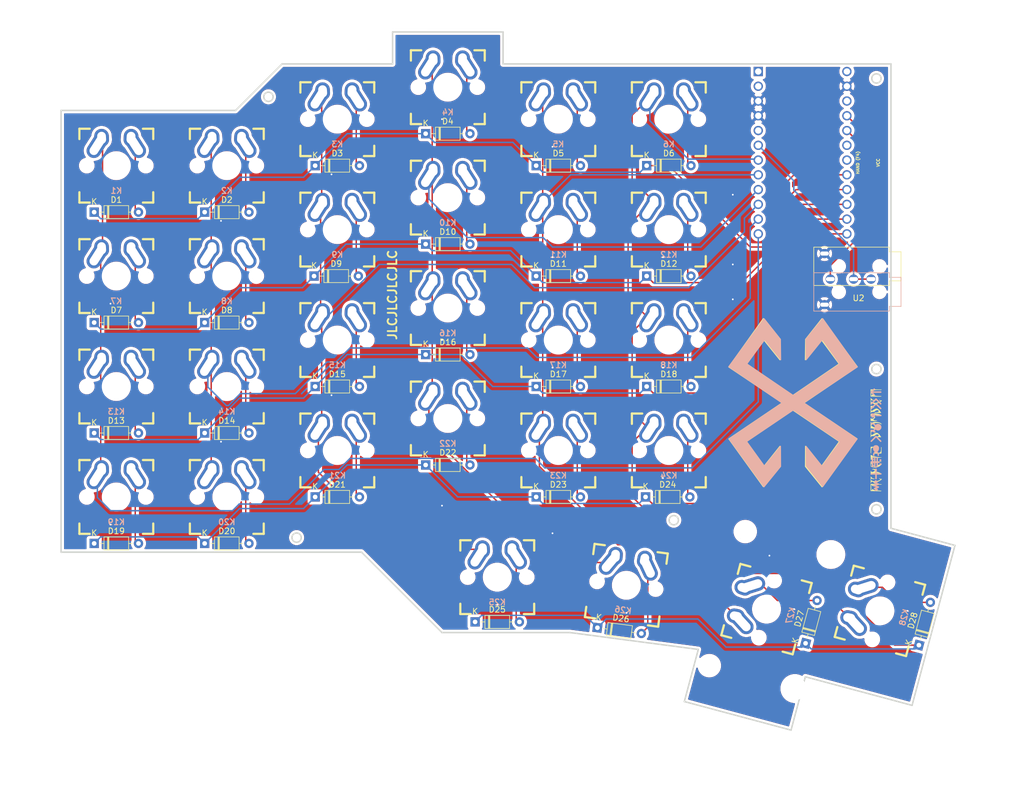
<source format=kicad_pcb>
(kicad_pcb (version 20211014) (generator pcbnew)
  (layers (0 "F.Cu" signal) (31 "B.Cu" signal) (34 "B.Paste" user) (35 "F.Paste" user) (36 "B.SilkS" user "B.Silkscreen") (37 "F.SilkS" user "F.Silkscreen") (38 "B.Mask" user) (39 "F.Mask" user) (44 "Edge.Cuts" user))
  (net 0 "")
  (net 1 "Net-(D1-Pad1)")
  (net 2 "Net-(D1-Pad2)")
  (net 3 "Net-(D2-Pad2)")
  (net 4 "Net-(D3-Pad2)")
  (net 5 "Net-(D4-Pad2)")
  (net 6 "Net-(D5-Pad2)")
  (net 7 "Net-(D6-Pad2)")
  (net 8 "Net-(D10-Pad1)")
  (net 9 "Net-(D7-Pad2)")
  (net 10 "Net-(D8-Pad2)")
  (net 11 "Net-(D9-Pad2)")
  (net 12 "Net-(D10-Pad2)")
  (net 13 "Net-(D11-Pad2)")
  (net 14 "Net-(D12-Pad2)")
  (net 15 "Net-(D13-Pad1)")
  (net 16 "Net-(D13-Pad2)")
  (net 17 "Net-(D14-Pad2)")
  (net 18 "Net-(D15-Pad2)")
  (net 19 "Net-(D16-Pad2)")
  (net 20 "Net-(D17-Pad2)")
  (net 21 "Net-(D18-Pad2)")
  (net 22 "Net-(U1-Pad14)")
  (net 23 "Net-(D19-Pad2)")
  (net 24 "Net-(D20-Pad2)")
  (net 25 "Net-(D21-Pad2)")
  (net 26 "Net-(D22-Pad2)")
  (net 27 "Net-(D23-Pad2)")
  (net 28 "Net-(D24-Pad2)")
  (net 29 "Net-(U1-Pad13)")
  (net 30 "Net-(D25-Pad2)")
  (net 31 "Net-(D26-Pad2)")
  (net 32 "Net-(D27-Pad2)")
  (net 33 "Net-(D28-Pad2)")
  (net 34 "Net-(K1-Pad1)")
  (net 35 "Net-(K14-Pad1)")
  (net 36 "Net-(K15-Pad1)")
  (net 37 "Net-(K10-Pad1)")
  (net 38 "Net-(K11-Pad1)")
  (net 39 "Net-(K12-Pad1)")
  (net 42 "GND")
  (net 44 "Net-(U1-Pad6)")
  (net 47 "HAND")
  (net 48 "VCC")
  (footprint "keebs:Mx_Alps_150_Symmetrical" (layer "F.Cu") (at 171.324039 130.347239 75)
    (fp_text reference "K28")
    (fp_text value "KEYSW" hide)
  )
  (footprint "Diode_THT:D_DO-35_SOD27_P7.62mm_Horizontal" (layer "F.Cu") (at 101.714039 132.247239)
    (fp_text reference "D25")
    (fp_text value "D")
  )
  (footprint "keebs:Mx_Alps_100_Symmetrical" (layer "F.Cu") (at 135.024039 102.747239)
    (fp_text reference "K24")
    (fp_text value "KEYSW" hide)
  )
  (footprint "keebs:Mx_Alps_100_Symmetrical" (layer "F.Cu") (at 127.724039 125.947239 -7.5)
    (fp_text reference "K26")
    (fp_text value "KEYSW" hide)
  )
  (footprint "Diode_THT:D_DO-35_SOD27_P7.62mm_Horizontal" (layer "F.Cu") (at 74.024039 72.747239)
    (fp_text reference "D9")
    (fp_text value "D")
  )
  (footprint "Connector_Wire:SolderWirePad_1x01_SMD_1x2mm" (layer "F.Cu") (at 168.524039 53.247239 180)
    (fp_text reference "REF**" hide)
    (fp_text value "SolderWirePad_1x01_SMD_1x2mm" hide)
  )
  (footprint "keebs:Mx_Alps_100_Symmetrical" (layer "F.Cu") (at 40.024039 72.747239)
    (fp_text reference "K7")
    (fp_text value "KEYSW" hide)
  )
  (footprint "Diode_THT:D_DO-35_SOD27_P7.62mm_Horizontal" (layer "F.Cu") (at 131.024039 110.747239)
    (fp_text reference "D24")
    (fp_text value "D")
  )
  (footprint "Diode_THT:D_DO-35_SOD27_P7.62mm_Horizontal" (layer "F.Cu") (at 122.746634 133.249935 -7.5)
    (fp_text reference "D26")
    (fp_text value "D")
  )
  (footprint "Diode_THT:D_DO-35_SOD27_P7.62mm_Horizontal" (layer "F.Cu") (at 93.214039 86.247239)
    (fp_text reference "D16")
    (fp_text value "D")
  )
  (footprint "Diode_THT:D_DO-35_SOD27_P7.62mm_Horizontal" (layer "F.Cu") (at 55.214039 61.747239)
    (fp_text reference "D2")
    (fp_text value "D")
  )
  (footprint "Diode_THT:D_DO-35_SOD27_P7.62mm_Horizontal" (layer "F.Cu") (at 112.214039 53.747239)
    (fp_text reference "D5")
    (fp_text value "D")
  )
  (footprint "keebs:Mx_Alps_100_Symmetrical" (layer "F.Cu") (at 59.024039 110.747239)
    (fp_text reference "K20")
    (fp_text value "KEYSW" hide)
  )
  (footprint "keebs:Mx_Alps_100_Symmetrical" (layer "F.Cu") (at 59.024039 91.747239)
    (fp_text reference "K14")
    (fp_text value "KEYSW" hide)
  )
  (footprint "PJ-320A_Library:PJ-320A_S" (layer "F.Cu") (at 174.947878 73.268749 180)
    (fp_text reference "U2")
    (fp_text value "PJ-320A")
  )
  (footprint "keebs:Mx_Alps_100_Symmetrical" (layer "F.Cu") (at 135.024039 64.747239)
    (fp_text reference "K12")
    (fp_text value "KEYSW" hide)
  )
  (footprint "Diode_THT:D_DO-35_SOD27_P7.62mm_Horizontal" (layer "F.Cu") (at 131.214039 91.747239)
    (fp_text reference "D18")
    (fp_text value "D")
  )
  (footprint "Diode_THT:D_DO-35_SOD27_P7.62mm_Horizontal" (layer "F.Cu") (at 36.214039 61.747239)
    (fp_text reference "D1")
    (fp_text value "D")
  )
  (footprint "keebs:Mx_Alps_100_Symmetrical" (layer "F.Cu") (at 59.024039 72.747239)
    (fp_text reference "K8")
    (fp_text value "KEYSW" hide)
  )
  (footprint "Diode_THT:D_DO-35_SOD27_P7.62mm_Horizontal" (layer "F.Cu") (at 55.214039 80.747239)
    (fp_text reference "D8")
    (fp_text value "D")
  )
  (footprint "Diode_THT:D_DO-35_SOD27_P7.62mm_Horizontal" (layer "F.Cu") (at 131.214039 72.747239)
    (fp_text reference "D12")
    (fp_text value "D")
  )
  (footprint "Diode_THT:D_DO-35_SOD27_P7.62mm_Horizontal" (layer "F.Cu") (at 131.214039 53.747239)
    (fp_text reference "D6")
    (fp_text value "D")
  )
  (footprint "Diode_THT:D_DO-35_SOD27_P7.62mm_Horizontal" (layer "F.Cu") (at 93.214039 105.247239)
    (fp_text reference "D22")
    (fp_text value "D")
  )
  (footprint "keebs:Mx_Alps_100_Symmetrical" (layer "F.Cu") (at 116.024039 83.747239)
    (fp_text reference "K17")
    (fp_text value "KEYSW" hide)
  )
  (footprint "Connector_Wire:SolderWirePad_1x01_SMD_1x2mm" (layer "F.Cu") (at 170.024039 53.247239)
    (fp_text reference "REF**" hide)
    (fp_text value "SolderWirePad_1x01_SMD_1x2mm" hide)
  )
  (footprint "promicro:ProMicro-NoSilk" (layer "F.Cu") (at 158.024039 51.517239 -90)
    (fp_text reference "U1" hide)
    (fp_text value "ProMicro")
  )
  (footprint "Diode_THT:D_DO-35_SOD27_P7.62mm_Horizontal" (layer "F.Cu") (at 55.214039 118.747239)
    (fp_text reference "D20")
    (fp_text value "D")
  )
  (footprint "Diode_THT:D_DO-35_SOD27_P7.62mm_Horizontal" (layer "F.Cu") (at 93.214039 48.247239)
    (fp_text reference "D4")
    (fp_text value "D")
  )
  (footprint "Diode_THT:D_DO-35_SOD27_P7.62mm_Horizontal" (layer "F.Cu") (at 36.214039 99.747239)
    (fp_text reference "D13")
    (fp_text value "D")
  )
  (footprint "Diode_THT:D_DO-35_SOD27_P7.62mm_Horizontal" (layer "F.Cu") (at 112.214039 110.747239)
    (fp_text reference "D23")
    (fp_text value "D")
  )
  (footprint "Diode_THT:D_DO-35_SOD27_P7.62mm_Horizontal" (layer "F.Cu") (at 74.214039 110.747239)
    (fp_text reference "D21")
    (fp_text value "D")
  )
  (footprint "Diode_THT:D_DO-35_SOD27_P7.62mm_Horizontal" (layer "F.Cu") (at 112.214039 91.747239)
    (fp_text reference "D17")
    (fp_text value "D")
  )
  (footprint "keebs:Mx_Alps_100_Symmetrical" (layer "F.Cu") (at 78.024039 45.747239)
    (fp_text reference "K3")
    (fp_text value "KEYSW" hide)
  )
  (footprint "Diode_THT:D_DO-35_SOD27_P7.62mm_Horizontal" (layer "F.Cu") (at 74.214039 91.747239)
    (fp_text reference "D15")
    (fp_text value "D")
  )
  (footprint "keebs:Mx_Alps_100_Symmetrical" (layer "F.Cu") (at 116.024039 64.747239)
    (fp_text reference "K11")
    (fp_text value "KEYSW" hide)
  )
  (footprint "keebs:Mx_Alps_100_Symmetrical" (layer "F.Cu") (at 97.024039 59.247239)
    (fp_text reference "K10")
    (fp_text value "KEYSW" hide)
  )
  (footprint "keebs:Mx_Alps_100_Symmetrical" (layer "F.Cu") (at 97.024039 97.247239)
    (fp_text reference "K22")
    (fp_text value "KEYSW" hide)
  )
  (footprint "Diode_THT:D_DO-35_SOD27_P7.62mm_Horizontal" (layer "F.Cu") (at 55.214039 99.747239)
    (fp_text reference "D14")
    (fp_text value "D")
  )
  (footprint "keebs:Mx_Alps_100_Symmetrical" (layer "F.Cu") (at 135.024039 45.747239)
    (fp_text reference "K6")
    (fp_text value "KEYSW" hide)
  )
  (footprint "keebs:Mx_Alps_100_Symmetrical" (layer "F.Cu") (at 105.524039 124.547239)
    (fp_text reference "K25")
    (fp_text value "KEYSW" hide)
  )
  (footprint "Diode_THT:D_DO-35_SOD27_P7.62mm_Horizontal" (layer "F.Cu") (at 74.214039 53.747239)
    (fp_text reference "D3")
    (fp_text value "D")
  )
  (footprint "keebs:Mx_Alps_100_Symmetrical" (layer "F.Cu") (at 40.024039 91.747239)
    (fp_text reference "K13")
    (fp_text value "KEYSW" hide)
  )
  (footprint "keebs:Mx_Alps_100_Symmetrical" (layer "F.Cu") (at 40.024039 53.747239)
    (fp_text reference "K1")
    (fp_text value "KEYSW" hide)
  )
  (footprint "keebs:Mx_Alps_100_Symmetrical" (layer "F.Cu") (at 59.024039 53.747239)
    (fp_text reference "K2")
    (fp_text value "KEYSW" hide)
  )
  (footprint "Diode_THT:D_DO-35_SOD27_P7.62mm_Horizontal" (layer "F.Cu") (at 112.214039 72.747239)
    (fp_text reference "D11")
    (fp_text value "D")
  )
  (footprint "keebs:Mx_Alps_100_Symmetrical" (layer "F.Cu") (at 78.024039 64.747239)
    (fp_text reference "K9")
    (fp_text value "KEYSW" hide)
  )
  (footprint "Diode_THT:D_DO-35_SOD27_P7.62mm_Horizontal" (layer "F.Cu") (at 178.024039 136.247239 75)
    (fp_text reference "D28")
    (fp_text value "D")
  )
  (footprint "Diode_THT:D_DO-35_SOD27_P7.62mm_Horizontal" (layer "F.Cu") (at 36.214039 118.747239)
    (fp_text reference "D19")
    (fp_text value "D")
  )
  (footprint "keebs:Mx_Alps_100_Symmetrical" (layer "F.Cu") (at 97.024039 40.247239)
    (fp_text reference "K4")
    (fp_text value "KEYSW" hide)
  )
  (footprint "Diode_THT:D_DO-35_SOD27_P7.62mm_Horizontal" (layer "F.Cu") (at 158.537939 135.927417 75)
    (fp_text reference "D27")
    (fp_text value "D")
  )
  (footprint "keebs:Mx_Alps_100_Symmetrical" (layer "F.Cu") (at 116.024039 45.747239)
    (fp_text reference "K5")
    (fp_text value "KEYSW" hide)
  )
  (footprint "keebs:Mx_Alps_200_Symmetrical" (layer "F.Cu") (at 151.824039 130.047239 75)
    (fp_text reference "K27")
    (fp_text value "KEYSW" hide)
  )
  (footprint "keebs:Mx_Alps_100_Symmetrical" (layer "F.Cu") (at 116.024039 102.747239)
    (fp_text reference "K23")
    (fp_text value "KEYSW" hide)
  )
  (footprint "Diode_THT:D_DO-35_SOD27_P7.62mm_Horizontal" (layer "F.Cu") (at 93.214039 67.247239)
    (fp_text reference "D10")
    (fp_text value "D")
  )
  (footprint "keebs:Mx_Alps_100_Symmetrical" (layer "F.Cu") (at 78.024039 102.747239)
    (fp_text reference "K21")
    (fp_text value "KEYSW" hide)
  )
  (footprint "keebs:Mx_Alps_100_Symmetrical" (layer "F.Cu") (at 97.024039 78.247239)
    (fp_text reference "K16")
    (fp_text value "KEYSW" hide)
  )
  (footprint "keebs:Mx_Alps_100_Symmetrical" (layer "F.Cu") (at 135.024039 83.747239)
    (fp_text reference "K18")
    (fp_text value "KEYSW" hide)
  )
  (footprint "keebs:Mx_Alps_100_Symmetrical" (layer "F.Cu") (at 40.024039 110.747239)
    (fp_text reference "K19")
    (fp_text value "KEYSW" hide)
  )
  (footprint "keebs:Mx_Alps_100_Symmetrical" (layer "F.Cu") (at 78.024039 83.747239)
    (fp_text reference "K15")
    (fp_text value "KEYSW" hide)
  )
  (footprint "Diode_THT:D_DO-35_SOD27_P7.62mm_Horizontal" (layer "F.Cu") (at 36.214039 80.747239)
    (fp_text reference "D7")
    (fp_text value "D")
  )
  (gr_poly (pts (xy 171.052289 103.668906) (xy 171.047047 103.668777) (xy 171.041882 103.668395) (xy 171.036799 103.667766) (xy 171.031804 103.666895) (xy 171.026904 103.665789) (xy 171.022103 103.664452) (xy 171.017409 103.662892) (xy 171.012827 103.661114) (xy 171.008362 103.659124) (xy 171.004022 103.656927) (xy 170.99981 103.654531) (xy 170.995735 103.651939) (xy 170.9918 103.64916) (xy 170.988013 103.646198) (xy 170.98438 103.643059) (xy 170.980905 103.639749) (xy 170.977595 103.636274) (xy 170.974456 103.63264) (xy 170.971494 103.628853) (xy 170.968714 103.624919) (xy 170.966123 103.620843) (xy 170.963726 103.616632) (xy 170.96153 103.612291) (xy 170.95954 103.607826) (xy 170.957762 103.603244) (xy 170.956202 103.59855) (xy 170.954865 103.59375) (xy 170.953759 103.588849) (xy 170.952888 103.583854) (xy 170.952258 103.578771) (xy 170.951876 103.573606) (xy 170.951748 103.568363) (xy 170.951441 103.544939) (xy 170.950522 103.522165) (xy 170.948991 103.500034) (xy 170.946846 103.478536) (xy 170.944089 103.457662) (xy 170.94072 103.437404) (xy 170.936737 103.417753) (xy 170.932142 103.3987) (xy 170.926934 103.380235) (xy 170.921114 103.362352) (xy 170.914681 103.345039) (xy 170.907635 103.328289) (xy 170.899977 103.312093) (xy 170.891706 103.296442) (xy 170.882822 103.281327) (xy 170.873325 103.266739) (xy 170.864368 103.254038) (xy 170.854827 103.241572) (xy 170.844686 103.229342) (xy 170.833926 103.217348) (xy 170.822529 103.205589) (xy 170.810479 103.194066) (xy 170.797757 103.182779) (xy 170.784346 103.171727) (xy 170.770228 103.160911) (xy 170.755385 103.15033) (xy 170.7398 103.139986) (xy 170.723455 103.129876) (xy 170.706333 103.120003) (xy 170.688415 103.110365) (xy 170.669684 103.100963) (xy 170.650123 103.091796) (xy 170.630561 103.100963) (xy 170.611831 103.110365) (xy 170.593913 103.120003) (xy 170.57679 103.129877) (xy 170.560445 103.139986) (xy 170.54486 103.150331) (xy 170.530018 103.160911) (xy 170.5159 103.171727) (xy 170.502489 103.182779) (xy 170.489767 103.194066) (xy 170.477716 103.205589) (xy 170.46632 103.217348) (xy 170.45556 103.229342) (xy 170.445418 103.241572) (xy 170.435878 103.254038) (xy 170.42692 103.266739) (xy 170.417424 103.281327) (xy 170.40854 103.296442) (xy 170.400269 103.312093) (xy 170.392611 103.328289) (xy 170.385565 103.345039) (xy 170.379132 103.362352) (xy 170.373311 103.380235) (xy 170.368103 103.3987) (xy 170.363508 103.417753) (xy 170.359526 103.437404) (xy 170.356156 103.457662) (xy 170.353399 103.478536) (xy 170.351255 103.500034) (xy 170.349723 103.522165) (xy 170.348804 103.544939) (xy 170.348498 103.568363) (xy 170.348369 103.573606) (xy 170.347987 103.578771) (xy 170.347358 103.583854) (xy 170.346487 103.588849) (xy 170.34538 103.593749) (xy 170.344044 103.598549) (xy 170.342484 103.603244) (xy 170.340706 103.607826) (xy 170.338716 103.612291) (xy 170.336519 103.616631) (xy 170.334123 103.620842) (xy 170.331531 103.624918) (xy 170.328752 103.628852) (xy 170.32579 103.632639) (xy 170.322651 103.636273) (xy 170.319341 103.639748) (xy 170.315866 103.643058) (xy 170.312232 103.646197) (xy 170.308445 103.649159) (xy 170.304511 103.651939) (xy 170.300435 103.65453) (xy 170.296224 103.656927) (xy 170.291883 103.659123) (xy 170.287419 103.661113) (xy 170.282836 103.662891) (xy 170.278142 103.664451) (xy 170.273342 103.665788) (xy 170.268441 103.666894) (xy 170.263447 103.667765) (xy 170.258364 103.668395) (xy 170.253198 103.668777) (xy 170.247956 103.668905) (xy 170.242714 103.668777) (xy 170.237549 103.668395) (xy 170.232465 103.667765) (xy 170.227471 103.666894) (xy 170.22257 103.665788) (xy 170.21777 103.664451) (xy 170.213076 103.662891) (xy 170.208494 103.661113) (xy 170.204029 103.659123) (xy 170.199688 103.656927) (xy 170.195477 103.65453) (xy 170.191402 103.651939) (xy 170.187467 103.649159) (xy 170.18368 103.646197) (xy 170.180046 103.643058) (xy 170.176572 103.639748) (xy 170.173262 103.636273) (xy 170.170123 103.632639) (xy 170.167161 103.628852) (xy 170.164381 103.624918) (xy 170.16179 103.620842) (xy 170.159393 103.616631) (xy 170.157197 103.612291) (xy 170.155207 103.607826) (xy 170.153428 103.603244) (xy 170.151868 103.598549) (xy 170.150532 103.593749) (xy 170.149425 103.588849) (xy 170.148554 103.583854) (xy 170.147925 103.578771) (xy 170.147543 103.573606) (xy 170.147415 103.568363) (xy 170.147818 103.539168) (xy 170.149037 103.510399) (xy 170.151086 103.48206) (xy 170.153981 103.454155) (xy 170.157736 103.426685) (xy 170.162366 103.399654) (xy 170.167886 103.373065) (xy 170.174309 103.34692) (xy 170.181652 103.321224) (xy 170.189929 103.295978) (xy 170.199154 103.271186) (xy 170.209342 103.24685) (xy 170.220508 103.222974) (xy 170.232667 103.19956) (xy 170.245833 103.176611) (xy 170.260021 103.154131) (xy 170.269257 103.141053) (xy 170.278865 103.128211) (xy 170.288838 103.115604) (xy 170.29917 103.103232) (xy 170.309855 103.091097) (xy 170.320888 103.079197) (xy 170.332263 103.067532) (xy 170.343974 103.056104) (xy 170.356014 103.04491) (xy 170.368378 103.033953) (xy 170.381061 103.023231) (xy 170.394056 103.012745) (xy 170.407357 103.002494) (xy 170.420959 102.992479) (xy 170.434855 102.9827) (xy 170.449039 102.973157) (xy 170.413509 102.943376) (xy 170.380078 102.912121) (xy 170.348774 102.879421) (xy 170.319623 102.845311) (xy 170.292652 102.809823) (xy 170.267888 102.772988) (xy 170.245356 102.73484) (xy 170.225083 102.69541) (xy 170.207096 102.654731) (xy 170.191421 102.612836) (xy 170.178085 102.569757) (xy 170.167114 102.525526) (xy 170.158535 102.480176) (xy 170.152375 102.433739) (xy 170.148659 102.386247) (xy 170.147415 102.337733) (xy 170.147944 102.315307) (xy 170.149526 102.292925) (xy 170.152153 102.27063) (xy 170.155819 102.248467) (xy 170.160516 102.226479) (xy 170.166237 102.204711) (xy 170.172973 102.183205) (xy 170.180719 102.162005) (xy 170.189466 102.141157) (xy 170.199207 102.120702) (xy 170.209935 102.100686) (xy 170.221643 102.081152) (xy 170.234322 102.062143) (xy 170.247966 102.043704) (xy 170.262567 102.025879) (xy 170.278119 102.008711) (xy 170.294613 101.992244) (xy 170.312042 101.976521) (xy 170.330399 101.961588) (xy 170.349676 101.947486) (xy 170.369867 101.934261) (xy 170.390963 101.921957) (xy 170.412958 101.910616) (xy 170.435843 101.900283) (xy 170.459613 101.891001) (xy 170.484258 101.882815) (xy 170.509773 101.875768) (xy 170.536149 101.869904) (xy 170.56338 101.865267) (xy 170.591457 101.861901) (xy 170.620374 101.859849) (xy 170.650123 101.859155) (xy 170.675626 101.859826) (xy 170.700835 101.861812) (xy 170.725718 101.865075) (xy 170.75024 101.869574) (xy 170.774368 101.875271) (xy 170.798066 101.882126) (xy 170.821303 101.890099) (xy 170.844043 101.899152) (xy 170.866252 101.909244) (xy 170.887898 101.920337) (xy 170.908946 101.93239) (xy 170.929362 101.945365) (xy 170.949112 101.959223) (xy 170.968162 101.973923) (xy 170.98648 101.989427) (xy 171.004029 102.005694) (xy 171.020778 102.022687) (xy 171.036692 102.040364) (xy 171.051736 102.058687) (xy 171.065878 102.077617) (xy 171.079083 102.097114) (xy 171.091318 102.117138) (xy 171.102548 102.137651) (xy 171.11274 102.158612) (xy 171.12186 102.179983) (xy 171.129873 102.201724) (xy 171.136747 102.223795) (xy 171.142447 102.246158) (xy 171.146939 102.268772) (xy 171.15019 102.291599) (xy 171.152165 102.314599) (xy 171.152831 102.337733) (xy 171.151587 102.386247) (xy 171.147871 102.433739) (xy 171.14171 102.480176) (xy 171.133131 102.525526) (xy 171.122161 102.569757) (xy 171.108825 102.612836) (xy 171.09315 102.654731) (xy 171.075163 102.69541) (xy 171.05489 102.73484) (xy 171.032358 102.772988) (xy 171.007593 102.809823) (xy 170.980622 102.845311) (xy 170.951471 102.879421) (xy 170.920168 102.912121) (xy 170.886737 102.943376) (xy 170.851206 102.973157) (xy 170.865391 102.9827) (xy 170.879287 102.992479) (xy 170.892889 103.002494) (xy 170.90619 103.012745) (xy 170.919185 103.023231) (xy 170.931867 103.033953) (xy 170.944232 103.04491) (xy 170.956272 103.056103) (xy 170.967983 103.067532) (xy 170.979358 103.079196) (xy 170.990391 103.091096) (xy 171.001076 103.103232) (xy 171.011408 103.115603) (xy 171.021381 103.12821) (xy 171.030988 103.141053) (xy 171.040225 103.154131) (xy 171.054413 103.176611) (xy 171.067579 103.19956) (xy 171.079738 103.222974) (xy 171.090904 103.24685) (xy 171.101092 103.271185) (xy 171.110317 103.295978) (xy 171.118593 103.321224) (xy 171.125936 103.34692) (xy 171.13236 103.373065) (xy 171.13788 103.399654) (xy 171.142509 103.426684) (xy 171.146265 103.454154) (xy 171.14916 103.48206) (xy 171.151209 103.510399) (xy 171.152428 103.539168) (xy 171.152831 103.568363) (xy 171.152703 103.573606) (xy 171.152321 103.578771) (xy 171.151691 103.583854) (xy 171.15082 103.588849) (xy 171.149714 103.593749) (xy 171.148377 103.598549) (xy 171.146817 103.603244) (xy 171.145039 103.607826) (xy 171.143049 103.612291) (xy 171.140853 103.616631) (xy 171.138456 103.620842) (xy 171.135865 103.624918) (xy 171.133085 103.628852) (xy 171.130123 103.632639) (xy 171.126984 103.636273) (xy 171.123674 103.639748) (xy 171.120199 103.643058) (xy 171.116565 103.646197) (xy 171.112778 103.649159) (xy 171.108844 103.651939) (xy 171.104769 103.65453) (xy 171.100557 103.656927) (xy 171.096217 103.659123) (xy 171.091752 103.661113) (xy 171.08717 103.662891) (xy 171.082476 103.664451) (xy 171.077675 103.665788) (xy 171.072775 103.666894) (xy 171.06778 103.667765) (xy 171.062697 103.668395) (xy 171.057532 103.668777) (xy 171.052289 103.668905) (xy 171.052289 103.668906)) (layer "B.SilkS") (width 0.05027) (fill solid))
  (gr_poly (pts (xy 171.454456 95.625572) (xy 171.449557 95.625454) (xy 171.444669 95.625101) (xy 171.439805 95.624512) (xy 171.434976 95.623687) (xy 171.430195 95.622626) (xy 171.425472 95.62133) (xy 171.42082 95.619799) (xy 171.41625 95.618031) (xy 171.411775 95.616028) (xy 171.407406 95.61379) (xy 171.403154 95.611315) (xy 171.399033 95.608605) (xy 171.395052 95.60566) (xy 171.391225 95.602479) (xy 171.387563 95.599062) (xy 171.384077 95.595409) (xy 170.650123 94.863466) (xy 169.916169 95.595409) (xy 169.91233 95.599062) (xy 169.908361 95.602479) (xy 169.904274 95.60566) (xy 169.900082 95.608605) (xy 169.895795 95.611315) (xy 169.891426 95.61379) (xy 169.886986 95.616028) (xy 169.882487 95.618031) (xy 169.877941 95.619799) (xy 169.87336 95.62133) (xy 169.868755 95.622626) (xy 169.864138 95.623687) (xy 169.859522 95.624512) (xy 169.854917 95.625101) (xy 169.850336 95.625454) (xy 169.84579 95.625572) (xy 169.840724 95.625438) (xy 169.835713 95.625039) (xy 169.830763 95.624384) (xy 169.825882 95.623479) (xy 169.821075 95.62233) (xy 169.81635 95.620946) (xy 169.811715 95.619333) (xy 169.807175 95.617497) (xy 169.802739 95.615447) (xy 169.798413 95.613189) (xy 169.794204 95.610729) (xy 169.790119 95.608076) (xy 169.786165 95.605235) (xy 169.782349 95.602214) (xy 169.778678 95.599021) (xy 169.775159 95.595661) (xy 169.771799 95.592142) (xy 169.768606 95.588471) (xy 169.765585 95.584655) (xy 169.762744 95.580701) (xy 169.760091 95.576616) (xy 169.757631 95.572407) (xy 169.755373 95.568081) (xy 169.753323 95.563645) (xy 169.751487 95.559105) (xy 169.749874 95.55447) (xy 169.748489 95.549745) (xy 169.747341 95.544938) (xy 169.746436 95.540057) (xy 169.745781 95.535107) (xy 169.745382 95.530096) (xy 169.745248 95.52503) (xy 169.745366 95.520484) (xy 169.745719 95.515903) (xy 169.746308 95.511298) (xy 169.747133 95.506682) (xy 169.748193 95.502065) (xy 169.749489 95.49746) (xy 169.751021 95.492879) (xy 169.752789 95.488333) (xy 169.754791 95.483834) (xy 169.75703 95.479394) (xy 169.759504 95.475025) (xy 169.762214 95.470738) (xy 169.76516 95.466546) (xy 169.768341 95.462459) (xy 169.771758 95.458491) (xy 169.77541 95.454652) (xy 170.579744 94.650319) (xy 170.583229 94.646666) (xy 170.586892 94.643249) (xy 170.590719 94.640068) (xy 170.594699 94.637123) (xy 170.598821 94.634413) (xy 170.603072 94.631938) (xy 170.607442 94.6297) (xy 170.611917 94.627697) (xy 170.616486 94.625929) (xy 170.621138 94.624398) (xy 170.625861 94.623102) (xy 170.630643 94.622041) (xy 170.635472 94.621216) (xy 170.640336 94.620627) (xy 170.645223 94.620274) (xy 170.650123 94.620156) (xy 170.654669 94.620274) (xy 170.65925 94.620627) (xy 170.663855 94.621216) (xy 170.668472 94.622041) (xy 170.673088 94.623102) (xy 170.677693 94.624398) (xy 170.682274 94.625929) (xy 170.68682 94.627697) (xy 170.691319 94.6297) (xy 170.695759 94.631938) (xy 170.700128 94.634413) (xy 170.704415 94.637123) (xy 170.708608 94.640068) (xy 170.712694 94.643249) (xy 170.716663 94.646666) (xy 170.720502 94.650319) (xy 171.524835 95.454652) (xy 171.528488 95.458491) (xy 171.531905 95.462459) (xy 171.535086 95.466546) (xy 171.538031 95.470739) (xy 171.540741 95.475025) (xy 171.543215 95.479395) (xy 171.545454 95.483835) (xy 171.547457 95.488334) (xy 171.549224 95.49288) (xy 171.550756 95.497461) (xy 171.552052 95.502066) (xy 171.553113 95.506682) (xy 171.553937 95.511299) (xy 171.554526 95.515904) (xy 171.55488 95.520485) (xy 171.554998 95.52503) (xy 171.554858 95.530096) (xy 171.554443 95.535107) (xy 171.553762 95.540057) (xy 171.552822 95.544938) (xy 171.551632 95.549745) (xy 171.550199 95.55447) (xy 171.548533 95.559105) (xy 171.54664 95.563645) (xy 171.54453 95.568081) (xy 171.542209 95.572407) (xy 171.539687 95.576616) (xy 171.536971 95.580701) (xy 171.534069 95.584655) (xy 171.53099 95.588471) (xy 171.527742 95.592142) (xy 171.524332 95.595661) (xy 171.52077 95.599021) (xy 171.517062 95.602214) (xy 171.513217 95.605235) (xy 171.509243 95.608076) (xy 171.505149 95.610729) (xy 171.500942 95.613189) (xy 171.49663 95.615447) (xy 171.492222 95.617497) (xy 171.487725 95.619333) (xy 171.483149 95.620946) (xy 171.4785 95.62233) (xy 171.473787 95.623479) (xy 171.469018 95.624384) (xy 171.464201 95.625039) (xy 171.459344 95.625438) (xy 171.454456 95.625572)) (layer "B.SilkS") (width 0.05027) (fill solid))
  (gr_poly (pts (xy 170.650123 102.866583) (xy 170.668503 102.855455) (xy 170.686316 102.843943) (xy 170.703562 102.832048) (xy 170.720239 102.819776) (xy 170.736346 102.80713) (xy 170.751881 102.794114) (xy 170.766845 102.78073) (xy 170.781235 102.766984) (xy 170.795051 102.752878) (xy 170.808292 102.738417) (xy 170.820956 102.723604) (xy 170.833042 102.708442) (xy 170.844549 102.692936) (xy 170.855477 102.677089) (xy 170.865823 102.660904) (xy 170.875588 102.644386) (xy 170.884769 102.627538) (xy 170.893365 102.610364) (xy 170.901377 102.592867) (xy 170.908802 102.575052) (xy 170.915639 102.556921) (xy 170.921887 102.538479) (xy 170.927546 102.519729) (xy 170.932613 102.500674) (xy 170.937089 102.48132) (xy 170.940972 102.461668) (xy 170.94426 102.441724) (xy 170.946952 102.42149) (xy 170.949049 102.40097) (xy 170.950548 102.380169) (xy 170.951448 102.359089) (xy 170.951748 102.337734) (xy 170.951362 102.325438) (xy 170.950216 102.313078) (xy 170.948328 102.300683) (xy 170.945715 102.288284) (xy 170.942396 102.275909) (xy 170.938387 102.26359) (xy 170.933706 102.251355) (xy 170.928372 102.239234) (xy 170.922401 102.227258) (xy 170.915812 102.215456) (xy 170.908622 102.203858) (xy 170.900849 102.192494) (xy 170.89251 102.181393) (xy 170.883623 102.170586) (xy 170.874206 102.160103) (xy 170.864277 102.149972) (xy 170.853852 102.140224) (xy 170.842951 102.130889) (xy 170.83159 102.121997) (xy 170.819787 102.113577) (xy 170.80756 102.105659) (xy 170.794926 102.098273) (xy 170.781904 102.091449) (xy 170.768511 102.085217) (xy 170.754764 102.079606) (xy 170.740681 102.074647) (xy 170.72628 102.070368) (xy 170.711579 102.066801) (xy 170.696595 102.063975) (xy 170.681346 102.061919) (xy 170.665849 102.060664) (xy 170.650123 102.060238) (xy 170.631566 102.060646) (xy 170.613598 102.061853) (xy 170.596219 102.063831) (xy 170.579429 102.066554) (xy 170.563229 102.069996) (xy 170.547617 102.07413) (xy 170.532595 102.07893) (xy 170.518162 102.084369) (xy 170.504318 102.09042) (xy 170.491063 102.097058) (xy 170.478397 102.104256) (xy 170.46632 102.111986) (xy 170.454832 102.120223) (xy 170.443934 102.128941) (xy 170.433624 102.138112) (xy 170.423904 102.14771) (xy 170.414773 102.157709) (xy 170.406231 102.168082) (xy 170.398278 102.178802) (xy 170.390914 102.189843) (xy 170.384139 102.201179) (xy 170.377953 102.212783) (xy 170.372357 102.224629) (xy 170.367349 102.23669) (xy 170.362931 102.248939) (xy 170.359102 102.26135) (xy 170.353211 102.286552) (xy 170.349676 102.312084) (xy 170.348498 102.337734) (xy 170.349698 102.380169) (xy 170.353293 102.42149) (xy 170.359274 102.461668) (xy 170.367632 102.500674) (xy 170.378358 102.538479) (xy 170.391444 102.575052) (xy 170.40688 102.610364) (xy 170.424658 102.644386) (xy 170.444769 102.677089) (xy 170.467204 102.708442) (xy 170.491954 102.738417) (xy 170.51901 102.766984) (xy 170.548364 102.794114) (xy 170.580007 102.819776) (xy 170.613929 102.843943) (xy 170.650123 102.866583)) (layer "B.SilkS") (width 0.05027) (fill solid))
  (gr_poly (pts (xy 171.454456 106.685155) (xy 171.459698 106.685284) (xy 171.464864 106.685666) (xy 171.469947 106.686295) (xy 171.474941 106.687166) (xy 171.479842 106.688273) (xy 171.484642 106.689609) (xy 171.489336 106.691169) (xy 171.493919 106.692947) (xy 171.498383 106.694937) (xy 171.502724 106.697134) (xy 171.506935 106.69953) (xy 171.511011 106.702122) (xy 171.514945 106.704901) (xy 171.518732 106.707863) (xy 171.522366 106.711002) (xy 171.525841 106.714312) (xy 171.52915 106.717787) (xy 171.532289 106.721421) (xy 171.535252 106.725208) (xy 171.538031 106.729142) (xy 171.540622 106.733218) (xy 171.543019 106.737429) (xy 171.545216 106.74177) (xy 171.547206 106.746234) (xy 171.548984 106.750816) (xy 171.550544 106.755511) (xy 171.55188 106.760311) (xy 171.552987 106.765211) (xy 171.553858 106.770206) (xy 171.554487 106.775289) (xy 171.554869 106.780455) (xy 171.554998 106.785697) (xy 171.554869 106.790939) (xy 171.554487 106.796105) (xy 171.553858 106.801188) (xy 171.552987 106.806182) (xy 171.55188 106.811083) (xy 171.550544 106.815883) (xy 171.548984 106.820577) (xy 171.547206 106.825159) (xy 171.545216 106.829624) (xy 171.543019 106.833965) (xy 171.540622 106.838176) (xy 171.538031 106.842251) (xy 171.535252 106.846186) (xy 171.532289 106.849973) (xy 171.52915 106.853606) (xy 171.525841 106.857081) (xy 171.522366 106.860391) (xy 171.518732 106.86353) (xy 171.514945 106.866492) (xy 171.511011 106.869272) (xy 171.506935 106.871863) (xy 171.502724 106.87426) (xy 171.498383 106.876456) (xy 171.493919 106.878446) (xy 171.489336 106.880224) (xy 171.484642 106.881785) (xy 171.479842 106.883121) (xy 171.474941 106.884228) (xy 171.469947 106.885098) (xy 171.464864 106.885728) (xy 171.459698 106.88611) (xy 171.454456 106.886238) (xy 170.750664 106.886238) (xy 170.750664 107.59003) (xy 170.750536 107.595272) (xy 170.750154 107.600438) (xy 170.749525 107.605521) (xy 170.748654 107.610515) (xy 170.747547 107.615416) (xy 170.746211 107.620216) (xy 170.744651 107.62491) (xy 170.742873 107.629493) (xy 170.740882 107.633957) (xy 170.738686 107.638298) (xy 170.736289 107.642509) (xy 170.733698 107.646585) (xy 170.730918 107.650519) (xy 170.727956 107.654306) (xy 170.724817 107.65794) (xy 170.721507 107.661415) (xy 170.718033 107.664724) (xy 170.714399 107.667863) (xy 170.710612 107.670826) (xy 170.706678 107.673605) (xy 170.702602 107.676196) (xy 170.698391 107.678593) (xy 170.69405 107.68079) (xy 170.689585 107.68278) (xy 170.685003 107.684558) (xy 170.680309 107.686118) (xy 170.675509 107.687454) (xy 170.670608 107.688561) (xy 170.665614 107.689432) (xy 170.66053 107.690061) (xy 170.655365 107.690443) (xy 170.650123 107.690572) (xy 170.644881 107.690443) (xy 170.639715 107.690061) (xy 170.634632 107.689432) (xy 170.629637 107.688561) (xy 170.624737 107.687454) (xy 170.619937 107.686118) (xy 170.615243 107.684558) (xy 170.61066 107.68278) (xy 170.606196 107.68079) (xy 170.601855 107.678593) (xy 170.597644 107.676196) (xy 170.593568 107.673605) (xy 170.589634 107.670826) (xy 170.585847 107.667863) (xy 170.582213 107.664724) (xy 170.578738 107.661415) (xy 170.575428 107.65794) (xy 170.572289 107.654306) (xy 170.569327 107.650519) (xy 170.566548 107.646585) (xy 170.563957 107.642509) (xy 170.56156 107.638298) (xy 170.559363 107.633957) (xy 170.557373 107.629493) (xy 170.555595 107.62491) (xy 170.554035 107.620216) (xy 170.552699 107.615416) (xy 170.551592 107.610515) (xy 170.550721 107.605521) (xy 170.550092 107.600438) (xy 170.54971 107.595272) (xy 170.549581 107.59003) (xy 170.549581 106.886238) (xy 169.84579 106.886238) (xy 169.840547 106.88611) (xy 169.835382 106.885728) (xy 169.830299 106.885098) (xy 169.825304 106.884228) (xy 169.820404 106.883121) (xy 169.815604 106.881785) (xy 169.810909 106.880224) (xy 169.806327 106.878446) (xy 169.801863 106.876456) (xy 169.797522 106.87426) (xy 169.793311 106.871863) (xy 169.789235 106.869272) (xy 169.785301 106.866492) (xy 169.781514 106.86353) (xy 169.77788 106.860391) (xy 169.774405 106.857081) (xy 169.771095 106.853606) (xy 169.767956 106.849973) (xy 169.764994 106.846186) (xy 169.762214 106.842251) (xy 169.759623 106.838176) (xy 169.757226 106.833965) (xy 169.75503 106.829624) (xy 169.75304 106.825159) (xy 169.751262 106.820577) (xy 169.749702 106.815883) (xy 169.748365 106.811083) (xy 169.747259 106.806182) (xy 169.746388 106.801188) (xy 169.745758 106.796105) (xy 169.745376 106.790939) (xy 169.745248 106.785697) (xy 169.745376 106.780455) (xy 169.745758 106.775289) (xy 169.746388 106.770206) (xy 169.747259 106.765211) (xy 169.748365 106.760311) (xy 169.749702 106.755511) (xy 169.751262 106.750816) (xy 169.75304 106.746234) (xy 169.75503 106.74177) (xy 169.757226 106.737429) (xy 169.759623 106.733218) (xy 169.762214 106.729142) (xy 169.764994 106.725208) (xy 169.767956 106.721421) (xy 169.771095 106.717787) (xy 169.774405 106.714312) (xy 169.77788 106.711002) (xy 169.781514 106.707863) (xy 169.785301 106.704901) (xy 169.789235 106.702122) (xy 169.793311 106.69953) (xy 169.797522 106.697134) (xy 169.801863 106.694937) (xy 169.806327 106.692947) (xy 169.810909 106.691169) (xy 169.815604 106.689609) (xy 169.820404 106.688273) (xy 169.825304 106.687166) (xy 169.830299 106.686295) (xy 169.835382 106.685666) (xy 169.840547 106.685284) (xy 169.84579 106.685155) (xy 170.549581 106.685155) (xy 170.549581 105.981364) (xy 170.54971 105.976121) (xy 170.550092 105.970956) (xy 170.550721 105.965873) (xy 170.551592 105.960878) (xy 170.552699 105.955978) (xy 170.554035 105.951177) (xy 170.555595 105.946483) (xy 170.557373 105.941901) (xy 170.559363 105.937436) (xy 170.56156 105.933096) (xy 170.563957 105.928884) (xy 170.566548 105.924809) (xy 170.569327 105.920874) (xy 170.572289 105.917087) (xy 170.575428 105.913454) (xy 170.578738 105.909979) (xy 170.582213 105.906669) (xy 170.585847 105.90353) (xy 170.589634 105.900568) (xy 170.593568 105.897788) (xy 170.597644 105.895197) (xy 170.601855 105.8928) (xy 170.606196 105.890604) (xy 170.61066 105.888614) (xy 170.615243 105.886836) (xy 170.619937 105.885275) (xy 170.624737 105.883939) (xy 170.629637 105.882833) (xy 170.634632 105.881962) (xy 170.639715 105.881332) (xy 170.644881 105.88095) (xy 170.650123 105.880822) (xy 170.655365 105.88095) (xy 170.66053 105.881332) (xy 170.665614 105.881962) (xy 170.670608 105.882833) (xy 170.675509 105.883939) (xy 170.680309 105.885275) (xy 170.685003 105.886836) (xy 170.689585 105.888614) (xy 170.69405 105.890604) (xy 170.698391 105.8928) (xy 170.702602 105.895197) (xy 170.706678 105.897788) (xy 170.710612 105.900568) (xy 170.714399 105.90353) (xy 170.718033 105.906669) (xy 170.721507 105.909979) (xy 170.724817 105.913454) (xy 170.727956 105.917087) (xy 170.730918 105.920874) (xy 170.733698 105.924809) (xy 170.736289 105.928884) (xy 170.738686 105.933096) (xy 170.740882 105.937436) (xy 170.742873 105.941901) (xy 170.744651 105.946483) (xy 170.746211 105.951177) (xy 170.747547 105.955978) (xy 170.748654 105.960878) (xy 170.749525 105.965873) (xy 170.750154 105.970956) (xy 170.750536 105.976121) (xy 170.750664 105.981364) (xy 170.750664 106.685155) (xy 171.454456 106.685155)) (layer "B.SilkS") (width 0.05027) (fill solid))
  (gr_poly (pts (xy 170.650123 98.742364) (xy 170.650579 98.760534) (xy 170.651932 98.778459) (xy 170.654161 98.796117) (xy 170.657243 98.813485) (xy 170.661158 98.830543) (xy 170.665883 98.847269) (xy 170.671397 98.86364) (xy 170.677677 98.879635) (xy 170.684703 98.895232) (xy 170.692453 98.910411) (xy 170.700904 98.925148) (xy 170.710035 98.939422) (xy 170.719825 98.953212) (xy 170.730251 98.966495) (xy 170.741292 98.97925) (xy 170.752927 98.991456) (xy 170.765132 99.00309) (xy 170.777888 99.014132) (xy 170.791171 99.024558) (xy 170.804961 99.034347) (xy 170.819235 99.043479) (xy 170.833972 99.05193) (xy 170.84915 99.059679) (xy 170.864748 99.066705) (xy 170.880743 99.072986) (xy 170.897114 99.0785) (xy 170.913839 99.083225) (xy 170.930897 99.08714) (xy 170.948266 99.090222) (xy 170.965923 99.092451) (xy 170.983848 99.093804) (xy 171.002019 99.09426) (xy 171.020189 99.093804) (xy 171.038114 99.092451) (xy 171.055772 99.090222) (xy 171.07314 99.08714) (xy 171.090198 99.083225) (xy 171.106923 99.0785) (xy 171.123294 99.072986) (xy 171.139289 99.066705) (xy 171.154887 99.059679) (xy 171.170065 99.05193) (xy 171.184802 99.043479) (xy 171.199076 99.034347) (xy 171.212866 99.024558) (xy 171.226149 99.014132) (xy 171.238905 99.00309) (xy 171.251111 98.991456) (xy 171.262745 98.97925) (xy 171.273786 98.966495) (xy 171.284212 98.953212) (xy 171.294002 98.939422) (xy 171.303133 98.925148) (xy 171.311584 98.910411) (xy 171.319334 98.895232) (xy 171.32636 98.879635) (xy 171.33264 98.86364) (xy 171.338154 98.847269) (xy 171.342879 98.830543) (xy 171.346794 98.813485) (xy 171.349877 98.796117) (xy 171.352105 98.778459) (xy 171.353459 98.760534) (xy 171.353914 98.742364) (xy 171.353459 98.724193) (xy 171.352105 98.706268) (xy 171.349877 98.688611) (xy 171.346794 98.671242) (xy 171.342879 98.654185) (xy 171.338154 98.637459) (xy 171.33264 98.621088) (xy 171.32636 98.605093) (xy 171.319334 98.589496) (xy 171.311584 98.574317) (xy 171.303133 98.55958) (xy 171.294002 98.545306) (xy 171.284212 98.531516) (xy 171.273786 98.518233) (xy 171.262745 98.505478) (xy 171.251111 98.493272) (xy 171.238905 98.481638) (xy 171.226149 98.470597) (xy 171.212866 98.46017) (xy 171.199076 98.450381) (xy 171.184802 98.44125) (xy 171.170065 98.432798) (xy 171.154887 98.425049) (xy 171.139289 98.418023) (xy 171.123294 98.411742) (xy 171.106923 98.406229) (xy 171.090198 98.401503) (xy 171.07314 98.397589) (xy 171.055772 98.394506) (xy 171.038114 98.392277) (xy 171.020189 98.390924) (xy 171.002019 98.390468) (xy 170.983848 98.390924) (xy 170.965923 98.392277) (xy 170.948266 98.394506) (xy 170.930897 98.397589) (xy 170.913839 98.401503) (xy 170.897114 98.406229) (xy 170.880743 98.411742) (xy 170.864748 98.418023) (xy 170.84915 98.425049) (xy 170.833972 98.432798) (xy 170.819235 98.44125) (xy 170.804961 98.450381) (xy 170.791171 98.46017) (xy 170.777888 98.470597) (xy 170.765132 98.481638) (xy 170.752927 98.493272) (xy 170.741292 98.505478) (xy 170.730251 98.518233) (xy 170.719825 98.531516) (xy 170.710035 98.545306) (xy 170.700904 98.55958) (xy 170.692453 98.574317) (xy 170.684703 98.589496) (xy 170.677677 98.605093) (xy 170.671397 98.621088) (xy 170.665883 98.637459) (xy 170.661158 98.654185) (xy 170.657243 98.671242) (xy 170.654161 98.688611) (xy 170.651932 98.706268) (xy 170.650579 98.724193) (xy 170.650123 98.742364)) (layer "B.SilkS") (width 0.05027) (fill solid))
  (gr_poly (pts (xy 171.404185 104.272156) (xy 171.411871 104.272354) (xy 171.419465 104.272944) (xy 171.426957 104.273914) (xy 171.434336 104.275254) (xy 171.441593 104.276956) (xy 171.448718 104.279009) (xy 171.4557 104.281402) (xy 171.462531 104.284126) (xy 171.469199 104.287172) (xy 171.475696 104.290529) (xy 171.482011 104.294186) (xy 171.488134 104.298136) (xy 171.494055 104.302366) (xy 171.499764 104.306868) (xy 171.505252 104.311631) (xy 171.510508 104.316645) (xy 171.515523 104.321902) (xy 171.520286 104.327389) (xy 171.524788 104.333099) (xy 171.529018 104.33902) (xy 171.532967 104.345143) (xy 171.536625 104.351457) (xy 171.539981 104.357954) (xy 171.543027 104.364623) (xy 171.545751 104.371453) (xy 171.548145 104.378436) (xy 171.550197 104.38556) (xy 171.551899 104.392817) (xy 171.55324 104.400197) (xy 171.55421 104.407688) (xy 171.554799 104.415282) (xy 171.554998 104.422968) (xy 171.554799 104.430654) (xy 171.55421 104.438248) (xy 171.55324 104.44574) (xy 171.551899 104.453119) (xy 171.550197 104.460376) (xy 171.548145 104.4675) (xy 171.545751 104.474483) (xy 171.543027 104.481314) (xy 171.539981 104.487982) (xy 171.536625 104.494479) (xy 171.532967 104.500794) (xy 171.529018 104.506916) (xy 171.524788 104.512838) (xy 171.520286 104.518547) (xy 171.515523 104.524035) (xy 171.510508 104.529291) (xy 171.505252 104.534306) (xy 171.499764 104.539069) (xy 171.494055 104.54357) (xy 171.488134 104.547801) (xy 171.482011 104.55175) (xy 171.475696 104.555408) (xy 171.469199 104.558764) (xy 171.462531 104.56181) (xy 171.4557 104.564534) (xy 171.448718 104.566928) (xy 171.441593 104.56898) (xy 171.434336 104.570682) (xy 171.426957 104.572023) (xy 171.419465 104.572993) (xy 171.411871 104.573582) (xy 171.404185 104.573781) (xy 171.396499 104.573582) (xy 171.388905 104.572993) (xy 171.381414 104.572023) (xy 171.374035 104.570682) (xy 171.366778 104.56898) (xy 171.359653 104.566928) (xy 171.35267 104.564534) (xy 171.34584 104.56181) (xy 171.339171 104.558764) (xy 171.332675 104.555408) (xy 171.32636 104.55175) (xy 171.320237 104.547801) (xy 171.314316 104.54357) (xy 171.308606 104.539069) (xy 171.303119 104.534306) (xy 171.297862 104.529291) (xy 171.292848 104.524035) (xy 171.288085 104.518547) (xy 171.283583 104.512838) (xy 171.279353 104.506916) (xy 171.275404 104.500794) (xy 171.271746 104.494479) (xy 171.268389 104.487982) (xy 171.265344 104.481314) (xy 171.262619 104.474483) (xy 171.260226 104.4675) (xy 171.258173 104.460376) (xy 171.256471 104.453119) (xy 171.255131 104.44574) (xy 171.254161 104.438248) (xy 171.253571 104.430654) (xy 171.253373 104.422968) (xy 171.253571 104.415282) (xy 171.254161 104.407688) (xy 171.255131 104.400197) (xy 171.256471 104.392817) (xy 171.258173 104.38556) (xy 171.260226 104.378436) (xy 171.262619 104.371453) (xy 171.265344 104.364623) (xy 171.268389 104.357954) (xy 171.271746 104.351457) (xy 171.275404 104.345143) (xy 171.279353 104.33902) (xy 171.283583 104.333099) (xy 171.288085 104.327389) (xy 171.292848 104.321902) (xy 171.297862 104.316645) (xy 171.303119 104.311631) (xy 171.308606 104.306868) (xy 171.314316 104.302366) (xy 171.320237 104.298136) (xy 171.32636 104.294186) (xy 171.332675 104.290529) (xy 171.339171 104.287172) (xy 171.34584 104.284126) (xy 171.35267 104.281402) (xy 171.359653 104.279009) (xy 171.366778 104.276956) (xy 171.374035 104.275254) (xy 171.381414 104.273914) (xy 171.388905 104.272944) (xy 171.396499 104.272354) (xy 171.404185 104.272156)) (layer "B.SilkS") (width 0.05027) (fill solid))
  (gr_poly (pts (xy 170.348498 93.313114) (xy 170.343598 93.312997) (xy 170.338711 93.312643) (xy 170.333847 93.312054) (xy 170.329018 93.311229) (xy 170.324236 93.310169) (xy 170.319514 93.308872) (xy 170.314861 93.307341) (xy 170.310292 93.305573) (xy 170.305817 93.30357) (xy 170.301447 93.301331) (xy 170.297196 93.298857) (xy 170.293074 93.296147) (xy 170.289094 93.293202) (xy 170.285266 93.290021) (xy 170.281604 93.286604) (xy 170.278119 93.282951) (xy 169.77541 92.780243) (xy 169.772089 92.777464) (xy 169.768918 92.774415) (xy 169.765906 92.771106) (xy 169.763062 92.76755) (xy 169.760395 92.763758) (xy 169.757914 92.759742) (xy 169.755626 92.755514) (xy 169.753542 92.751086) (xy 169.751671 92.746469) (xy 169.75002 92.741676) (xy 169.748598 92.736718) (xy 169.747416 92.731606) (xy 169.746481 92.726353) (xy 169.745802 92.720971) (xy 169.745388 92.71547) (xy 169.745248 92.709864) (xy 169.745388 92.704611) (xy 169.745802 92.699417) (xy 169.746481 92.694294) (xy 169.747416 92.689253) (xy 169.748598 92.684307) (xy 169.75002 92.679466) (xy 169.751671 92.674744) (xy 169.753543 92.670151) (xy 169.755627 92.665699) (xy 169.757914 92.6614) (xy 169.760395 92.657267) (xy 169.763063 92.65331) (xy 169.765906 92.649542) (xy 169.768918 92.645973) (xy 169.772089 92.642617) (xy 169.77541 92.639485) (xy 170.278119 92.136778) (xy 170.281604 92.133125) (xy 170.285266 92.129708) (xy 170.289094 92.126527) (xy 170.293074 92.123581) (xy 170.297196 92.120871) (xy 170.301447 92.118397) (xy 170.305817 92.116158) (xy 170.310292 92.114155) (xy 170.314861 92.112388) (xy 170.319514 92.110856) (xy 170.324236 92.10956) (xy 170.329018 92.1085) (xy 170.333847 92.107675) (xy 170.338711 92.107086) (xy 170.343598 92.106733) (xy 170.348498 92.106615) (xy 170.353386 92.106755) (xy 170.358243 92.107169) (xy 170.36306 92.107851) (xy 170.367829 92.10879) (xy 170.372542 92.109981) (xy 170.377191 92.111413) (xy 170.381767 92.11308) (xy 170.386264 92.114972) (xy 170.390672 92.117083) (xy 170.394984 92.119403) (xy 170.399191 92.121926) (xy 170.403285 92.124641) (xy 170.407259 92.127543) (xy 170.411104 92.130622) (xy 170.414812 92.13387) (xy 170.418374 92.13728) (xy 170.421784 92.140843) (xy 170.425032 92.14455) (xy 170.428111 92.148395) (xy 170.431013 92.152369) (xy 170.433729 92.156463) (xy 170.436251 92.16067) (xy 170.438571 92.164982) (xy 170.440682 92.16939) (xy 170.442575 92.173887) (xy 170.444241 92.178464) (xy 170.445674 92.183113) (xy 170.446864 92.187826) (xy 170.447803 92.192595) (xy 170.448485 92.197412) (xy 170.448899 92.202268) (xy 170.449039 92.207156) (xy 170.448922 92.212056) (xy 170.448568 92.216943) (xy 170.447979 92.221808) (xy 170.447154 92.226636) (xy 170.446094 92.231418) (xy 170.444798 92.236141) (xy 170.443266 92.240793) (xy 170.441499 92.245362) (xy 170.439496 92.249838) (xy 170.437257 92.254207) (xy 170.434783 92.258458) (xy 170.432073 92.26258) (xy 170.429127 92.26656) (xy 170.425946 92.270388) (xy 170.422529 92.27405) (xy 170.418877 92.277535) (xy 170.0891 92.609322) (xy 171.454456 92.609322) (xy 171.459698 92.609451) (xy 171.464864 92.609833) (xy 171.469947 92.610462) (xy 171.474941 92.611333) (xy 171.479842 92.612439) (xy 171.484642 92.613776) (xy 171.489336 92.615336) (xy 171.493919 92.617114) (xy 171.498383 92.619104) (xy 171.502724 92.621301) (xy 171.506935 92.623697) (xy 171.511011 92.626289) (xy 171.514945 92.629068) (xy 171.518732 92.63203) (xy 171.522366 92.635169) (xy 171.525841 92.638479) (xy 171.52915 92.641954) (xy 171.532289 92.645588) (xy 171.535252 92.649375) (xy 171.538031 92.653309) (xy 171.540622 92.657385) (xy 171.543019 92.661596) (xy 171.545216 92.665937) (xy 171.547206 92.670401) (xy 171.548984 92.674984) (xy 171.550544 92.679678) (xy 171.55188 92.684478) (xy 171.552987 92.689378) (xy 171.553858 92.694373) (xy 171.554487 92.699456) (xy 171.554869 92.704622) (xy 171.554998 92.709864) (xy 171.554869 92.715106) (xy 171.554487 92.720271) (xy 171.553858 92.725355) (xy 171.552987 92.730349) (xy 171.55188 92.73525) (xy 171.550544 92.74005) (xy 171.548984 92.744744) (xy 171.547206 92.749326) (xy 171.545216 92.753791) (xy 171.543019 92.758132) (xy 171.540622 92.762343) (xy 171.538031 92.766419) (xy 171.535252 92.770353) (xy 171.532289 92.77414) (xy 171.52915 92.777774) (xy 171.525841 92.781248) (xy 171.522366 92.784558) (xy 171.518732 92.787697) (xy 171.514945 92.79066) (xy 171.511011 92.793439) (xy 171.506935 92.79603) (xy 171.502724 92.798427) (xy 171.498383 92.800623) (xy 171.493919 92.802614) (xy 171.489336 92.804392) (xy 171.484642 92.805952) (xy 171.479842 92.807288) (xy 171.474941 92.808395) (xy 171.469947 92.809266) (xy 171.464864 92.809895) (xy 171.459698 92.810277) (xy 171.454456 92.810406) (xy 170.0891 92.810406) (xy 170.418877 93.142194) (xy 170.422529 93.146033) (xy 170.425946 93.150001) (xy 170.429127 93.154088) (xy 170.432073 93.15828) (xy 170.434783 93.162567) (xy 170.437257 93.166936) (xy 170.439496 93.171376) (xy 170.441499 93.175875) (xy 170.443266 93.180421) (xy 170.444798 93.185002) (xy 170.446094 93.189607) (xy 170.447154 93.194224) (xy 170.447979 93.198841) (xy 170.448568 93.203445) (xy 170.448922 93.208027) (xy 170.449039 93.212573) (xy 170.448899 93.217638) (xy 170.448485 93.222649) (xy 170.447803 93.227599) (xy 170.446864 93.23248) (xy 170.445674 93.237287) (xy 170.444241 93.242012) (xy 170.442575 93.246647) (xy 170.440682 93.251186) (xy 170.438571 93.255623) (xy 170.436251 93.259949) (xy 170.433729 93.264158) (xy 170.431013 93.268243) (xy 170.428111 93.272197) (xy 170.425032 93.276013) (xy 170.421784 93.279684) (xy 170.418374 93.283203) (xy 170.414812 93.286563) (xy 170.411104 93.289756) (xy 170.407259 93.292777) (xy 170.403285 93.295617) (xy 170.399191 93.298271) (xy 170.394984 93.300731) (xy 170.390672 93.302989) (xy 170.386264 93.30504) (xy 170.381767 93.306875) (xy 170.377191 93.308488) (xy 170.372542 93.309873) (xy 170.367829 93.311021) (xy 170.36306 93.311926) (xy 170.358243 93.312582) (xy 170.353386 93.31298) (xy 170.348498 93.313114)) (layer "B.SilkS") (width 0.05027) (fill solid))
  (gr_poly (pts (xy 170.449039 99.647239) (xy 170.4468 99.647215) (xy 170.444605 99.647145) (xy 170.442452 99.647027) (xy 170.440336 99.646862) (xy 170.438256 99.64665) (xy 170.436209 99.646391) (xy 170.43419 99.646084) (xy 170.432199 99.645731) (xy 170.430231 99.64533) (xy 170.428283 99.644883) (xy 170.426353 99.644388) (xy 170.424438 99.643846) (xy 170.422535 99.643257) (xy 170.420641 99.64262) (xy 170.418752 99.641937) (xy 170.416866 99.641207) (xy 169.813616 99.440123) (xy 169.809705 99.438916) (xy 169.80589 99.43756) (xy 169.802172 99.436059) (xy 169.798555 99.434417) (xy 169.795039 99.432637) (xy 169.791626 99.430725) (xy 169.788319 99.428684) (xy 169.785119 99.426519) (xy 169.782028 99.424232) (xy 169.779048 99.421829) (xy 169.77618 99.419313) (xy 169.773427 99.416688) (xy 169.77079 99.413959) (xy 169.768272 99.411129) (xy 169.765873 99.408203) (xy 169.763597 99.405185) (xy 169.761444 99.402078) (xy 169.759416 99.398887) (xy 169.757517 99.395615) (xy 169.755746 99.392268) (xy 169.754106 99.388848) (xy 169.752599 99.38536) (xy 169.751228 99.381808) (xy 169.749992 99.378196) (xy 169.748895 99.374528) (xy 169.747939 99.370808) (xy 169.747124 99.36704) (xy 169.746454 99.363228) (xy 169.745929 99.359377) (xy 169.745552 99.35549) (xy 169.745324 99.351571) (xy 169.745248 99.347625) (xy 169.745382 99.342023) (xy 169.745781 99.336532) (xy 169.746436 99.331156) (xy 169.747341 99.325899) (xy 169.748489 99.320765) (xy 169.749874 99.31576) (xy 169.751487 99.310888) (xy 169.753323 99.306152) (xy 169.755373 99.301558) (xy 169.757631 99.297109) (xy 169.760091 99.292811) (xy 169.762744 99.288667) (xy 169.765585 99.284682) (xy 169.768606 99.280861) (xy 169.771799 99.277208) (xy 169.775159 99.273727) (xy 169.778678 99.270423) (xy 169.782349 99.2673) (xy 169.786165 99.264362) (xy 169.790119 99.261615) (xy 169.794204 99.259062) (xy 169.798413 99.256708) (xy 169.802739 99.254557) (xy 169.807175 99.252613) (xy 169.811715 99.250882) (xy 169.81635 99.249367) (xy 169.821075 99.248073) (xy 169.825882 99.247005) (xy 169.830763 99.246166) (xy 169.835713 99.245562) (xy 169.840724 99.245196) (xy 169.84579 99.245073) (xy 170.026764 99.245073) (xy 170.046906 99.244475) (xy 170.066964 99.242697) (xy 170.086902 99.239757) (xy 170.106683 99.235678) (xy 170.126272 99.23048) (xy 170.145631 99.224183) (xy 170.164724 99.216808) (xy 170.183515 99.208375) (xy 170.201967 99.198906) (xy 170.220044 99.18842) (xy 170.23771 99.176939) (xy 170.254927 99.164482) (xy 170.27166 99.151072) (xy 170.287872 99.136727) (xy 170.303526 99.12147) (xy 170.318587 99.10532) (xy 170.333017 99.088298) (xy 170.34678 99.070425) (xy 170.35984 99.051721) (xy 170.37216 99.032207) (xy 170.383705 99.011904) (xy 170.394436 98.990832) (xy 170.404319 98.969012) (xy 170.413316 98.946464) (xy 170.421391 98.923209) (xy 170.428507 98.899269) (xy 170.434629 98.874662) (xy 170.43972 98.84941) (xy 170.443742 98.823534) (xy 170.446661 98.797054) (xy 170.448439 98.76999) (xy 170.449039 98.742365) (xy 170.448439 98.714739) (xy 170.446661 98.687675) (xy 170.443742 98.661195) (xy 170.43972 98.635319) (xy 170.434629 98.610067) (xy 170.428507 98.585461) (xy 170.421391 98.56152) (xy 170.413316 98.538265) (xy 170.404319 98.515717) (xy 170.394436 98.493897) (xy 170.383705 98.472825) (xy 170.37216 98.452522) (xy 170.35984 98.433008) (xy 170.34678 98.414304) (xy 170.333017 98.396431) (xy 170.318587 98.379409) (xy 170.303526 98.363259) (xy 170.287872 98.348002) (xy 170.27166 98.333657) (xy 170.254927 98.320247) (xy 170.23771 98.307791) (xy 170.220044 98.296309) (xy 170.201967 98.285824) (xy 170.183515 98.276354) (xy 170.164724 98.267922) (xy 170.145631 98.260546) (xy 170.126272 98.254249) (xy 170.106683 98.249051) (xy 170.086902 98.244972) (xy 170.066964 98.242033) (xy 170.046906 98.240254) (xy 170.026764 98.239656) (xy 169.84579 98.239656) (xy 169.840547 98.239528) (xy 169.835382 98.239146) (xy 169.830299 98.238517) (xy 169.825304 98.237646) (xy 169.820404 98.236539) (xy 169.815604 98.235203) (xy 169.810909 98.233643) (xy 169.806327 98.231864) (xy 169.801863 98.229874) (xy 169.797522 98.227678) (xy 169.793311 98.225281) (xy 169.789235 98.22269) (xy 169.785301 98.21991) (xy 169.781514 98.216948) (xy 169.77788 98.213809) (xy 169.774405 98.210499) (xy 169.771095 98.207025) (xy 169.767956 98.203391) (xy 169.764994 98.199604) (xy 169.762214 98.195669) (xy 169.759623 98.191594) (xy 169.757226 98.187383) (xy 169.75503 98.183042) (xy 169.75304 98.178577) (xy 169.751262 98.173995) (xy 169.749702 98.169301) (xy 169.748365 98.164501) (xy 169.747259 98.1596) (xy 169.746388 98.154605) (xy 169.745758 98.149522) (xy 169.745376 98.144357) (xy 169.745248 98.139115) (xy 169.745376 98.133873) (xy 169.745758 98.128707) (xy 169.746388 98.123624) (xy 169.747259 98.118629) (xy 169.748365 98.113729) (xy 169.749702 98.108929) (xy 169.751262 98.104234) (xy 169.75304 98.099652) (xy 169.75503 98.095188) (xy 169.757226 98.090847) (xy 169.759623 98.086636) (xy 169.762214 98.08256) (xy 169.764994 98.078626) (xy 169.767956 98.074839) (xy 169.771095 98.071205) (xy 169.774405 98.06773) (xy 169.77788 98.06442) (xy 169.781514 98.061281) (xy 169.785301 98.058319) (xy 169.789235 98.055539) (xy 169.793311 98.052948) (xy 169.797522 98.050552) (xy 169.801863 98.048355) (xy 169.806327 98.046365) (xy 169.810909 98.044587) (xy 169.815604 98.043027) (xy 169.820404 98.04169) (xy 169.825304 98.040584) (xy 169.830299 98.039713) (xy 169.835382 98.039084) (xy 169.840547 98.038702) (xy 169.84579 98.038573) (xy 170.026764 98.038573) (xy 170.070462 98.040251) (xy 170.11327 98.04521) (xy 170.155099 98.053339) (xy 170.195863 98.064525) (xy 170.235472 98.078657) (xy 170.273838 98.095623) (xy 170.310872 98.11531) (xy 170.346487 98.137607) (xy 170.380594 98.162401) (xy 170.413104 98.189582) (xy 170.443929 98.219036) (xy 170.472981 98.250653) (xy 170.500171 98.28432) (xy 170.525412 98.319924) (xy 170.548614 98.357356) (xy 170.569689 98.396501) (xy 170.589523 98.373298) (xy 170.610534 98.35123) (xy 170.632677 98.330345) (xy 170.655904 98.310695) (xy 170.680167 98.292329) (xy 170.705421 98.275297) (xy 170.731616 98.25965) (xy 170.758708 98.245437) (xy 170.786647 98.232709) (xy 170.815388 98.221516) (xy 170.844883 98.211907) (xy 170.875085 98.203933) (xy 170.905946 98.197643) (xy 170.937421 98.193089) (xy 170.96946 98.19032) (xy 171.002019 98.189386) (xy 171.030496 98.190104) (xy 171.058598 98.192238) (xy 171.086288 98.195751) (xy 171.113533 98.20061) (xy 171.140298 98.20678) (xy 171.166548 98.214225) (xy 171.192249 98.222913) (xy 171.217366 98.232807) (xy 171.241864 98.243874) (xy 171.26571 98.256078) (xy 171.288867 98.269385) (xy 171.311302 98.283761) (xy 171.33298 98.299171) (xy 171.353866 98.31558) (xy 171.373926 98.332954) (xy 171.393126 98.351258) (xy 171.411429 98.370457) (xy 171.428803 98.390517) (xy 171.445212 98.411403) (xy 171.460622 98.433081) (xy 171.474998 98.455516) (xy 171.488305 98.478674) (xy 171.50051 98.502519) (xy 171.511576 98.527017) (xy 171.52147 98.552134) (xy 171.530158 98.577835) (xy 171.537604 98.604085) (xy 171.543773 98.63085) (xy 171.548632 98.658095) (xy 171.552145 98.685785) (xy 171.554279 98.713887) (xy 171.554998 98.742365) (xy 171.554279 98.770842) (xy 171.552145 98.798944) (xy 171.548632 98.826634) (xy 171.543773 98.853879) (xy 171.537604 98.880644) (xy 171.530158 98.906894) (xy 171.52147 98.932595) (xy 171.511576 98.957712) (xy 171.50051 98.98221) (xy 171.488305 99.006056) (xy 171.474998 99.029213) (xy 171.460622 99.051648) (xy 171.445212 99.073326) (xy 171.428803 99.094212) (xy 171.411429 99.114272) (xy 171.393126 99.133471) (xy 171.373926 99.151775) (xy 171.353866 99.169149) (xy 171.33298 99.185558) (xy 171.311302 99.200968) (xy 171.288867 99.215344) (xy 171.26571 99.228651) (xy 171.241864 99.240856) (xy 171.217366 99.251922) (xy 171.192249 99.261816) (xy 171.166548 99.270504) (xy 171.140298 99.277949) (xy 171.113533 99.284119) (xy 171.086288 99.288978) (xy 171.058598 99.292491) (xy 171.030496 99.294625) (xy 171.002019 99.295344) (xy 170.96946 99.294409) (xy 170.937421 99.29164) (xy 170.905946 99.287086) (xy 170.875085 99.280796) (xy 170.844883 99.272822) (xy 170.815388 99.263214) (xy 170.786647 99.25202) (xy 170.758708 99.239292) (xy 170.731616 99.225079) (xy 170.705421 99.209432) (xy 170.680167 99.1924) (xy 170.655904 99.174034) (xy 170.632677 99.154384) (xy 170.610534 99.133499) (xy 170.589523 99.111431) (xy 170.569689 99.088228) (xy 170.557204 99.112425) (xy 170.54389 99.135986) (xy 170.52977 99.158886) (xy 170.514863 99.181104) (xy 170.49919 99.202614) (xy 170.482772 99.223394) (xy 170.465629 99.24342) (xy 170.447783 99.262668) (xy 170.429253 99.281115) (xy 170.41006 99.298737) (xy 170.390225 99.315511) (xy 170.369769 99.331413) (xy 170.348711 99.34642) (xy 170.327074 99.360508) (xy 170.304876 99.373653) (xy 170.28214 99.385832) (xy 170.481213 99.452189) (xy 170.484941 99.453579) (xy 170.488585 99.455106) (xy 170.492142 99.456768) (xy 170.49561 99.45856) (xy 170.498987 99.460478) (xy 170.50227 99.462519) (xy 170.505458 99.46468) (xy 170.508547 99.466956) (xy 170.511537 99.469344) (xy 170.514424 99.471841) (xy 170.517206 99.474442) (xy 170.519882 99.477144) (xy 170.522449 99.479943) (xy 170.524904 99.482836) (xy 170.527246 99.485818) (xy 170.529473 99.488887) (xy 170.531581 99.492038) (xy 170.53357 99.495268) (xy 170.535436 99.498573) (xy 170.537178 99.501949) (xy 170.538793 99.505394) (xy 170.54028 99.508902) (xy 170.541635 99.512471) (xy 170.542857 99.516096) (xy 170.543944 99.519775) (xy 170.544893 99.523502) (xy 170.545702 99.527276) (xy 170.546368 99.531091) (xy 170.546891 99.534945) (xy 170.547267 99.538833) (xy 170.547494 99.542752) (xy 170.54757 99.546699) (xy 170.54743 99.552295) (xy 170.547016 99.557769) (xy 170.546336 99.563118) (xy 170.545398 99.568339) (xy 170.544212 99.573427) (xy 170.542785 99.578378) (xy 170.541126 99.58319) (xy 170.539244 99.587858) (xy 170.537147 99.592379) (xy 170.534843 99.596749) (xy 170.532341 99.600964) (xy 170.529649 99.605021) (xy 170.526777 99.608916) (xy 170.523731 99.612645) (xy 170.520522 99.616205) (xy 170.517156 99.619592) (xy 170.513644 99.622802) (xy 170.509992 99.625831) (xy 170.50621 99.628677) (xy 170.502307 99.631334) (xy 170.49829 99.633801) (xy 170.494168 99.636072) (xy 170.489949 99.638144) (xy 170.485643 99.640014) (xy 170.481257 99.641678) (xy 170.4768 99.643131) (xy 170.47228 99.644372) (xy 170.467706 99.645395) (xy 170.463087 99.646197) (xy 170.45843 99.646774) (xy 170.453745 99.647123) (xy 170.449039 99.64724) (xy 170.449039 99.647239)) (layer "B.SilkS") (width 0.05027) (fill solid))
  (gr_poly (pts (xy 171.253373 105.126759) (xy 171.253571 105.119073) (xy 171.254161 105.111479) (xy 171.255131 105.103988) (xy 171.256471 105.096609) (xy 171.258173 105.089352) (xy 171.260226 105.082227) (xy 171.262619 105.075244) (xy 171.265344 105.068414) (xy 171.268389 105.061745) (xy 171.271746 105.055249) (xy 171.275404 105.048934) (xy 171.279353 105.042811) (xy 171.283583 105.03689) (xy 171.288085 105.031181) (xy 171.292848 105.025693) (xy 171.297862 105.020437) (xy 171.303119 105.015422) (xy 171.308606 105.010659) (xy 171.314316 105.006157) (xy 171.320237 105.001927) (xy 171.32636 104.997978) (xy 171.332675 104.99432) (xy 171.339171 104.990964) (xy 171.34584 104.987918) (xy 171.35267 104.985194) (xy 171.359653 104.9828) (xy 171.366778 104.980748) (xy 171.374035 104.979046) (xy 171.381414 104.977705) (xy 171.388905 104.976735) (xy 171.396499 104.976146) (xy 171.404185 104.975947) (xy 171.411871 104.976146) (xy 171.419465 104.976735) (xy 171.426957 104.977705) (xy 171.434336 104.979046) (xy 171.441593 104.980748) (xy 171.448718 104.9828) (xy 171.4557 104.985194) (xy 171.462531 104.987918) (xy 171.469199 104.990964) (xy 171.475696 104.99432) (xy 171.482011 104.997978) (xy 171.488134 105.001927) (xy 171.494055 105.006157) (xy 171.499764 105.010659) (xy 171.505252 105.015422) (xy 171.510508 105.020437) (xy 171.515523 105.025693) (xy 171.520286 105.031181) (xy 171.524788 105.03689) (xy 171.529018 105.042811) (xy 171.532967 105.048934) (xy 171.536625 105.055249) (xy 171.539981 105.061745) (xy 171.543027 105.068414) (xy 171.545751 105.075244) (xy 171.548145 105.082227) (xy 171.550197 105.089352) (xy 171.551899 105.096609) (xy 171.55324 105.103988) (xy 171.55421 105.111479) (xy 171.554799 105.119073) (xy 171.554998 105.126759) (xy 171.554799 105.134446) (xy 171.55421 105.142039) (xy 171.55324 105.149531) (xy 171.551899 105.15691) (xy 171.550197 105.164167) (xy 171.548145 105.171292) (xy 171.545751 105.178274) (xy 171.543027 105.185105) (xy 171.539981 105.191773) (xy 171.536625 105.19827) (xy 171.532967 105.204585) (xy 171.529018 105.210708) (xy 171.524788 105.216629) (xy 171.520286 105.222338) (xy 171.515523 105.227826) (xy 171.510508 105.233082) (xy 171.505252 105.238097) (xy 171.499764 105.24286) (xy 171.494055 105.247362) (xy 171.488134 105.251592) (xy 171.482011 105.255541) (xy 171.475696 105.259199) (xy 171.469199 105.262556) (xy 171.462531 105.265601) (xy 171.4557 105.268326) (xy 171.448718 105.270719) (xy 171.441593 105.272772) (xy 171.434336 105.274473) (xy 171.426957 105.275814) (xy 171.419465 105.276784) (xy 171.411871 105.277373) (xy 171.404185 105.277572) (xy 171.396499 105.277373) (xy 171.388905 105.276784) (xy 171.381414 105.275814) (xy 171.374035 105.274473) (xy 171.366778 105.272772) (xy 171.359653 105.270719) (xy 171.35267 105.268326) (xy 171.34584 105.265601) (xy 171.339171 105.262556) (xy 171.332675 105.259199) (xy 171.32636 105.255541) (xy 171.320237 105.251592) (xy 171.314316 105.247362) (xy 171.308606 105.24286) (xy 171.303119 105.238097) (xy 171.297862 105.233082) (xy 171.292848 105.227826) (xy 171.288085 105.222338) (xy 171.283583 105.216629) (xy 171.279353 105.210708) (xy 171.275404 105.204585) (xy 171.271746 105.19827) (xy 171.268389 105.191773) (xy 171.265344 105.185105) (xy 171.262619 105.178274) (xy 171.260226 105.171292) (xy 171.258173 105.164167) (xy 171.256471 105.15691) (xy 171.255131 105.149531) (xy 171.254161 105.142039) (xy 171.253571 105.134446) (xy 171.253373 105.126759)) (layer "B.SilkS") (width 0.05027) (fill solid))
  (gr_poly (pts (xy 170.851206 105.619414) (xy 170.845964 105.619285) (xy 170.840799 105.618903) (xy 170.835715 105.618274) (xy 170.830721 105.617403) (xy 170.82582 105.616296) (xy 170.82102 105.61496) (xy 170.816326 105.6134) (xy 170.811744 105.611622) (xy 170.807279 105.609632) (xy 170.802938 105.607435) (xy 170.798727 105.605038) (xy 170.794651 105.602447) (xy 170.790717 105.599668) (xy 170.78693 105.596705) (xy 170.783296 105.593566) (xy 170.779822 105.590257) (xy 170.776512 105.586782) (xy 170.773373 105.583148) (xy 170.77041 105.579361) (xy 170.767631 105.575427) (xy 170.76504 105.571351) (xy 170.762643 105.56714) (xy 170.760447 105.562799) (xy 170.758456 105.558335) (xy 170.756678 105.553752) (xy 170.755118 105.549058) (xy 170.753782 105.544258) (xy 170.752675 105.539357) (xy 170.751804 105.534363) (xy 170.751175 105.52928) (xy 170.750793 105.524114) (xy 170.750664 105.518872) (xy 170.750664 104.875406) (xy 170.549581 104.875406) (xy 170.549581 105.579197) (xy 170.549453 105.584439) (xy 170.549071 105.589605) (xy 170.548441 105.594688) (xy 170.54757 105.599682) (xy 170.546464 105.604583) (xy 170.545128 105.609383) (xy 170.543567 105.614077) (xy 170.541789 105.618659) (xy 170.539799 105.623124) (xy 170.537603 105.627465) (xy 170.535206 105.631676) (xy 170.532615 105.635752) (xy 170.529835 105.639686) (xy 170.526873 105.643473) (xy 170.523734 105.647107) (xy 170.520424 105.650582) (xy 170.516949 105.653891) (xy 170.513315 105.65703) (xy 170.509528 105.659993) (xy 170.505594 105.662772) (xy 170.501519 105.665363) (xy 170.497307 105.66776) (xy 170.492967 105.669956) (xy 170.488502 105.671947) (xy 170.48392 105.673725) (xy 170.479226 105.675285) (xy 170.474425 105.676621) (xy 170.469525 105.677728) (xy 170.46453 105.678599) (xy 170.459447 105.679228) (xy 170.454282 105.67961) (xy 170.449039 105.679739) (xy 170.443797 105.67961) (xy 170.438632 105.679228) (xy 170.433549 105.678599) (xy 170.428554 105.677728) (xy 170.423654 105.676621) (xy 170.418853 105.675285) (xy 170.414159 105.673725) (xy 170.409577 105.671947) (xy 170.405112 105.669956) (xy 170.400772 105.66776) (xy 170.396561 105.665363) (xy 170.392485 105.662772) (xy 170.388551 105.659993) (xy 170.384764 105.65703) (xy 170.38113 105.653891) (xy 170.377655 105.650582) (xy 170.374345 105.647107) (xy 170.371206 105.643473) (xy 170.368244 105.639686) (xy 170.365464 105.635752) (xy 170.362873 105.631676) (xy 170.360476 105.627465) (xy 170.35828 105.623124) (xy 170.35629 105.618659) (xy 170.354512 105.614077) (xy 170.352952 105.609383) (xy 170.351615 105.604583) (xy 170.350509 105.599682) (xy 170.349638 105.594688) (xy 170.349008 105.589605) (xy 170.348627 105.584439) (xy 170.348498 105.579197) (xy 170.348498 104.875405) (xy 170.147415 104.875405) (xy 170.147415 105.528926) (xy 170.147286 105.534168) (xy 170.146904 105.539334) (xy 170.146275 105.544417) (xy 170.145404 105.549411) (xy 170.144297 105.554312) (xy 170.142961 105.559112) (xy 170.141401 105.563806) (xy 170.139623 105.568389) (xy 170.137632 105.572853) (xy 170.135436 105.577194) (xy 170.133039 105.581405) (xy 170.130448 105.585481) (xy 170.127668 105.589415) (xy 170.124706 105.593202) (xy 170.121567 105.596836) (xy 170.118257 105.600311) (xy 170.114783 105.60362) (xy 170.111149 105.606759) (xy 170.107362 105.609722) (xy 170.103427 105.612501) (xy 170.099352 105.615092) (xy 170.095141 105.617489) (xy 170.0908 105.619686) (xy 170.086335 105.621676) (xy 170.081753 105.623454) (xy 170.077059 105.625014) (xy 170.072259 105.62635) (xy 170.067358 105.627457) (xy 170.062363 105.628328) (xy 170.05728 105.628957) (xy 170.052115 105.629339) (xy 170.046873 105.629468) (xy 170.041631 105.629339) (xy 170.036465 105.628957) (xy 170.031382 105.628328) (xy 170.026387 105.627457) (xy 170.021487 105.62635) (xy 170.016687 105.625014) (xy 170.011993 105.623454) (xy 170.00741 105.621676) (xy 170.002946 105.619686) (xy 169.998605 105.617489) (xy 169.994394 105.615092) (xy 169.990318 105.612501) (xy 169.986384 105.609722) (xy 169.982597 105.606759) (xy 169.978963 105.60362) (xy 169.975488 105.600311) (xy 169.972178 105.596836) (xy 169.969039 105.593202) (xy 169.966077 105.589415) (xy 169.963298 105.585481) (xy 169.960707 105.581405) (xy 169.95831 105.577194) (xy 169.956113 105.572853) (xy 169.954123 105.568389) (xy 169.952345 105.563806) (xy 169.950785 105.559112) (xy 169.949449 105.554312) (xy 169.948342 105.549411) (xy 169.947471 105.544417) (xy 169.946842 105.539334) (xy 169.94646 105.534168) (xy 169.946331 105.528926) (xy 169.946331 104.875405) (xy 169.84579 104.875405) (xy 169.840547 104.875277) (xy 169.835382 104.874895) (xy 169.830299 104.874265) (xy 169.825304 104.873394) (xy 169.820404 104.872288) (xy 169.815604 104.870952) (xy 169.810909 104.869391) (xy 169.806327 104.867613) (xy 169.801863 104.865623) (xy 169.797522 104.863427) (xy 169.793311 104.86103) (xy 169.789235 104.858439) (xy 169.785301 104.855659) (xy 169.781514 104.852697) (xy 169.77788 104.849558) (xy 169.774405 104.846248) (xy 169.771095 104.842773) (xy 169.767956 104.83914) (xy 169.764994 104.835353) (xy 169.762214 104.831418) (xy 169.759623 104.827343) (xy 169.757226 104.823132) (xy 169.75503 104.818791) (xy 169.75304 104.814326) (xy 169.751262 104.809744) (xy 169.749702 104.80505) (xy 169.748365 104.800249) (xy 169.747259 104.795349) (xy 169.746388 104.790354) (xy 169.745758 104.785271) (xy 169.745376 104.780106) (xy 169.745248 104.774863) (xy 169.745376 104.769621) (xy 169.745758 104.764456) (xy 169.746388 104.759373) (xy 169.747259 104.754378) (xy 169.748365 104.749478) (xy 169.749702 104.744677) (xy 169.751262 104.739983) (xy 169.75304 104.735401) (xy 169.75503 104.730936) (xy 169.757226 104.726596) (xy 169.759623 104.722384) (xy 169.762214 104.718309) (xy 169.764994 104.714374) (xy 169.767956 104.710587) (xy 169.771095 104.706954) (xy 169.774405 104.703479) (xy 169.77788 104.700169) (xy 169.781514 104.69703) (xy 169.785301 104.694068) (xy 169.789235 104.691288) (xy 169.793311 104.688697) (xy 169.797522 104.6863) (xy 169.801863 104.684104) (xy 169.806327 104.682114) (xy 169.810909 104.680336) (xy 169.815604 104.678775) (xy 169.820404 104.677439) (xy 169.825304 104.676333) (xy 169.830299 104.675462) (xy 169.835382 104.674832) (xy 169.840547 104.67445) (xy 169.84579 104.674322) (xy 169.946331 104.674322) (xy 169.946331 104.020801) (xy 169.94646 104.015559) (xy 169.946842 104.010393) (xy 169.947471 104.00531) (xy 169.948342 104.000316) (xy 169.949449 103.995415) (xy 169.950785 103.990615) (xy 169.952345 103.985921) (xy 169.954123 103.981338) (xy 169.956113 103.976874) (xy 169.95831 103.972533) (xy 169.960707 103.968322) (xy 169.963298 103.964246) (xy 169.966077 103.960312) (xy 169.969039 103.956525) (xy 169.972178 103.952891) (xy 169.975488 103.949416) (xy 169.978963 103.946107) (xy 169.982597 103.942968) (xy 169.986384 103.940005) (xy 169.990318 103.937226) (xy 169.994394 103.934635) (xy 169.998605 103.932238) (xy 170.002946 103.930042) (xy 170.00741 103.928051) (xy 170.011993 103.926273) (xy 170.016687 103.924713) (xy 170.021487 103.923377) (xy 170.026387 103.92227) (xy 170.031382 103.9214) (xy 170.036465 103.92077) (xy 170.041631 103.920388) (xy 170.046873 103.92026) (xy 170.052115 103.920388) (xy 170.05728 103.92077) (xy 170.062363 103.9214) (xy 170.067358 103.92227) (xy 170.072259 103.923377) (xy 170.077059 103.924713) (xy 170.081753 103.926273) (xy 170.086335 103.928051) (xy 170.0908 103.930042) (xy 170.095141 103.932238) (xy 170.099352 103.934635) (xy 170.103427 103.937226) (xy 170.107362 103.940005) (xy 170.111149 103.942968) (xy 170.114783 103.946107) (xy 170.118257 103.949416) (xy 170.121567 103.952891) (xy 170.124706 103.956525) (xy 170.127668 103.960312) (xy 170.130448 103.964246) (xy 170.133039 103.968322) (xy 170.135436 103.972533) (xy 170.137632 103.976874) (xy 170.139623 103.981338) (xy 170.141401 103.985921) (xy 170.142961 103.990615) (xy 170.144297 103.995415) (xy 170.145404 104.000316) (xy 170.146275 104.00531) (xy 170.146904 104.010393) (xy 170.147286 104.015559) (xy 170.147415 104.020801) (xy 170.147415 104.674322) (xy 170.348498 104.674322) (xy 170.348498 103.97053) (xy 170.348627 103.965288) (xy 170.349008 103.960123) (xy 170.349638 103.95504) (xy 170.350509 103.950045) (xy 170.351615 103.945144) (xy 170.352952 103.940344) (xy 170.354512 103.93565) (xy 170.35629 103.931068) (xy 170.35828 103.926603) (xy 170.360476 103.922262) (xy 170.362873 103.918051) (xy 170.365464 103.913976) (xy 170.368244 103.910041) (xy 170.371206 103.906254) (xy 170.374345 103.902621) (xy 170.377655 103.899146) (xy 170.38113 103.895836) (xy 170.384764 103.892697) (xy 170.388551 103.889735) (xy 170.392485 103.886955) (xy 170.396561 103.884364) (xy 170.400772 103.881967) (xy 170.405112 103.879771) (xy 170.409577 103.877781) (xy 170.414159 103.876003) (xy 170.418853 103.874442) (xy 170.423654 103.873106) (xy 170.428554 103.872) (xy 170.433549 103.871129) (xy 170.438632 103.870499) (xy 170.443797 103.870117) (xy 170.449039 103.869989) (xy 170.454282 103.870117) (xy 170.459447 103.870499) (xy 170.46453 103.871129) (xy 170.469525 103.872) (xy 170.474425 103.873106) (xy 170.479226 103.874442) (xy 170.48392 103.876003) (xy 170.488502 103.877781) (xy 170.492967 103.879771) (xy 170.497307 103.881967) (xy 170.501519 103.884364) (xy 170.505594 103.886955) (xy 170.509528 103.889735) (xy 170.513315 103.892697) (xy 170.516949 103.895836) (xy 170.520424 103.899146) (xy 170.523734 103.902621) (xy 170.526873 103.906254) (xy 170.529835 103.910041) (xy 170.532615 103.913976) (xy 170.535206 103.918051) (xy 170.537603 103.922262) (xy 170.539799 103.926603) (xy 170.541789 103.931068) (xy 170.543567 103.93565) (xy 170.545128 103.940344) (xy 170.546464 103.945144) (xy 170.54757 103.950045) (xy 170.548441 103.95504) (xy 170.549071 103.960123) (xy 170.549453 103.965288) (xy 170.549581 103.97053) (xy 170.549581 104.674322) (xy 170.750664 104.674322) (xy 170.750664 104.010747) (xy 170.750793 104.005505) (xy 170.751175 104.000339) (xy 170.751804 103.995256) (xy 170.752675 103.990262) (xy 170.753782 103.985361) (xy 170.755118 103.980561) (xy 170.756678 103.975867) (xy 170.758456 103.971284) (xy 170.760447 103.96682) (xy 170.762643 103.962479) (xy 170.76504 103.958268) (xy 170.767631 103.954192) (xy 170.77041 103.950258) (xy 170.773373 103.946471) (xy 170.776512 103.942837) (xy 170.779822 103.939362) (xy 170.783296 103.936053) (xy 170.78693 103.932914) (xy 170.790717 103.929951) (xy 170.794651 103.927172) (xy 170.798727 103.924581) (xy 170.802938 103.922184) (xy 170.807279 103.919987) (xy 170.811744 103.917997) (xy 170.816326 103.916219) (xy 170.82102 103.914659) (xy 170.82582 103.913323) (xy 170.830721 103.912216) (xy 170.835715 103.911345) (xy 170.840799 103.910716) (xy 170.845964 103.910334) (xy 170.851206 103.910205) (xy 170.856448 103.910334) (xy 170.861614 103.910716) (xy 170.866697 103.911345) (xy 170.871691 103.912216) (xy 170.876592 103.913323) (xy 170.881392 103.914659) (xy 170.886086 103.916219) (xy 170.890669 103.917997) (xy 170.895133 103.919987) (xy 170.899474 103.922184) (xy 170.903685 103.924581) (xy 170.907761 103.927172) (xy 170.911695 103.929951) (xy 170.915482 103.932914) (xy 170.919116 103.936053) (xy 170.922591 103.939362) (xy 170.925901 103.942837) (xy 170.92904 103.946471) (xy 170.932002 103.950258) (xy 170.934781 103.954192) (xy 170.937373 103.958268) (xy 170.939769 103.962479) (xy 170.941966 103.96682) (xy 170.943956 103.971284) (xy 170.945734 103.975867) (xy 170.947294 103.980561) (xy 170.94863 103.985361) (xy 170.949737 103.990262) (xy 170.950608 103.995256) (xy 170.951237 104.000339) (xy 170.951619 104.005505) (xy 170.951748 104.010747) (xy 170.951748 104.674322) (xy 171.152831 104.674322) (xy 171.158073 104.67445) (xy 171.163239 104.674832) (xy 171.168322 104.675462) (xy 171.173317 104.676333) (xy 171.178217 104.677439) (xy 171.183017 104.678775) (xy 171.187711 104.680336) (xy 171.192294 104.682114) (xy 171.196758 104.684104) (xy 171.201099 104.6863) (xy 171.20531 104.688697) (xy 171.209386 104.691288) (xy 171.21332 104.694068) (xy 171.217107 104.69703) (xy 171.220741 104.700169) (xy 171.224216 104.703479) (xy 171.227526 104.706954) (xy 171.230664 104.710587) (xy 171.233627 104.714374) (xy 171.236406 104.718309) (xy 171.238997 104.722384) (xy 171.241394 104.726596) (xy 171.243591 104.730936) (xy 171.245581 104.735401) (xy 171.247359 104.739983) (xy 171.248919 104.744677) (xy 171.250255 104.749478) (xy 171.251362 104.754378) (xy 171.252233 104.759373) (xy 171.252862 104.764456) (xy 171.253244 104.769621) (xy 171.253373 104.774863) (xy 171.253244 104.780106) (xy 171.252862 104.785271) (xy 171.252233 104.790354) (xy 171.251362 104.795349) (xy 171.250255 104.800249) (xy 171.248919 104.80505) (xy 171.247359 104.809744) (xy 171.245581 104.814326) (xy 171.243591 104.818791) (xy 171.241394 104.823132) (xy 171.238997 104.827343) (xy 171.236406 104.831418) (xy 171.233627 104.835353) (xy 171.230664 104.83914) (xy 171.227526 104.842773) (xy 171.224216 104.846248) (xy 171.220741 104.849558) (xy 171.217107 104.852697) (xy 171.21332 104.855659) (xy 171.209386 104.858439) (xy 171.20531 104.86103) (xy 171.201099 104.863427) (xy 171.196758 104.865623) (xy 171.192294 104.867613) (xy 171.187711 104.869391) (xy 171.183017 104.870952) (xy 171.178217 104.872288) (xy 171.173317 104.873394) (xy 171.168322 104.874265) (xy 171.163239 104.874895) (xy 171.158073 104.875277) (xy 171.152831 104.875405) (xy 170.951748 104.875405) (xy 170.951748 105.518872) (xy 170.951619 105.524114) (xy 170.951237 105.52928) (xy 170.950608 105.534363) (xy 170.949737 105.539357) (xy 170.94863 105.544258) (xy 170.947294 105.549058) (xy 170.945734 105.553752) (xy 170.943956 105.558335) (xy 170.941966 105.562799) (xy 170.939769 105.56714) (xy 170.937373 105.571351) (xy 170.934781 105.575427) (xy 170.932002 105.579361) (xy 170.92904 105.583148) (xy 170.925901 105.586782) (xy 170.922591 105.590257) (xy 170.919116 105.593566) (xy 170.915482 105.596705) (xy 170.911695 105.599668) (xy 170.907761 105.602447) (xy 170.903685 105.605038) (xy 170.899474 105.607435) (xy 170.895133 105.609632) (xy 170.890669 105.611622) (xy 170.886086 105.6134) (xy 170.881392 105.61496) (xy 170.876592 105.616296) (xy 170.871691 105.617403) (xy 170.866697 105.618274) (xy 170.861614 105.618903) (xy 170.856448 105.619285) (xy 170.851206 105.619414)) (layer "B.SilkS") (width 0.05027) (fill solid))
  (gr_poly (pts (xy 171.454456 94.821239) (xy 171.449557 94.821122) (xy 171.444669 94.820768) (xy 171.439805 94.820179) (xy 171.434976 94.819354) (xy 171.430195 94.818294) (xy 171.425472 94.816997) (xy 171.42082 94.815466) (xy 171.41625 94.813698) (xy 171.411775 94.811695) (xy 171.407406 94.809456) (xy 171.403154 94.806982) (xy 171.399033 94.804272) (xy 171.395052 94.801327) (xy 171.391225 94.798146) (xy 171.387563 94.794729) (xy 171.384077 94.791076) (xy 170.650123 94.059133) (xy 169.916169 94.791076) (xy 169.91233 94.794729) (xy 169.908361 94.798146) (xy 169.904274 94.801327) (xy 169.900082 94.804272) (xy 169.895795 94.806982) (xy 169.891426 94.809456) (xy 169.886986 94.811695) (xy 169.882487 94.813698) (xy 169.877941 94.815466) (xy 169.87336 94.816997) (xy 169.868755 94.818294) (xy 169.864138 94.819354) (xy 169.859522 94.820179) (xy 169.854917 94.820768) (xy 169.850336 94.821122) (xy 169.84579 94.821239) (xy 169.840724 94.821105) (xy 169.835713 94.820707) (xy 169.830763 94.820051) (xy 169.825882 94.819146) (xy 169.821075 94.817998) (xy 169.81635 94.816613) (xy 169.811715 94.815) (xy 169.807175 94.813165) (xy 169.802739 94.811114) (xy 169.798413 94.808856) (xy 169.794204 94.806396) (xy 169.790119 94.803742) (xy 169.786165 94.800902) (xy 169.782349 94.797881) (xy 169.778678 94.794688) (xy 169.775159 94.791328) (xy 169.771799 94.787809) (xy 169.768606 94.784138) (xy 169.765585 94.780322) (xy 169.762744 94.776368) (xy 169.760091 94.772283) (xy 169.757631 94.768074) (xy 169.755373 94.763748) (xy 169.753323 94.759311) (xy 169.751487 94.754772) (xy 169.749874 94.750137) (xy 169.748489 94.745412) (xy 169.747341 94.740605) (xy 169.746436 94.735724) (xy 169.745781 94.730774) (xy 169.745382 94.725763) (xy 169.745248 94.720698) (xy 169.745366 94.716151) (xy 169.745719 94.71157) (xy 169.746308 94.706965) (xy 169.747133 94.702348) (xy 169.748193 94.697731) (xy 169.749489 94.693127) (xy 169.751021 94.688545) (xy 169.752789 94.683999) (xy 169.754791 94.6795) (xy 169.75703 94.675061) (xy 169.759504 94.670691) (xy 169.762214 94.666405) (xy 169.76516 94.662212) (xy 169.768341 94.658126) (xy 169.771758 94.654158) (xy 169.77541 94.650319) (xy 170.579744 93.845985) (xy 170.583229 93.842332) (xy 170.586892 93.838916) (xy 170.590719 93.835735) (xy 170.594699 93.832789) (xy 170.598821 93.830079) (xy 170.603072 93.827605) (xy 170.607442 93.825366) (xy 170.611917 93.823363) (xy 170.616486 93.821596) (xy 170.621138 93.820064) (xy 170.625861 93.818768) (xy 170.630643 93.817707) (xy 170.635472 93.816882) (xy 170.640336 93.816293) (xy 170.645223 93.81594) (xy 170.650123 93.815822) (xy 170.654669 93.81594) (xy 170.65925 93.816293) (xy 170.663855 93.816882) (xy 170.668472 93.817707) (xy 170.673088 93.818768) (xy 170.677693 93.820064) (xy 170.682274 93.821596) (xy 170.68682 93.823363) (xy 170.691319 93.825366) (xy 170.695759 93.827605) (xy 170.700128 93.830079) (xy 170.704415 93.832789) (xy 170.708608 93.835735) (xy 170.712694 93.838916) (xy 170.716663 93.842332) (xy 170.720502 93.845985) (xy 171.524835 94.650319) (xy 171.528488 94.654158) (xy 171.531905 94.658126) (xy 171.535086 94.662213) (xy 171.538031 94.666405) (xy 171.540741 94.670692) (xy 171.543215 94.675061) (xy 171.545454 94.679501) (xy 171.547457 94.684) (xy 171.549224 94.688546) (xy 171.550756 94.693127) (xy 171.552052 94.697732) (xy 171.553113 94.702349) (xy 171.553937 94.706966) (xy 171.554526 94.71157) (xy 171.55488 94.716152) (xy 171.554998 94.720698) (xy 171.554858 94.725763) (xy 171.554443 94.730774) (xy 171.553762 94.735724) (xy 171.552822 94.740605) (xy 171.551632 94.745412) (xy 171.550199 94.750137) (xy 171.548533 94.754772) (xy 171.54664 94.759311) (xy 171.54453 94.763748) (xy 171.542209 94.768074) (xy 171.539687 94.772283) (xy 171.536971 94.776368) (xy 171.534069 94.780322) (xy 171.53099 94.784138) (xy 171.527742 94.787809) (xy 171.524332 94.791328) (xy 171.52077 94.794688) (xy 171.517062 94.797881) (xy 171.513217 94.800902) (xy 171.509243 94.803742) (xy 171.505149 94.806396) (xy 171.500942 94.808856) (xy 171.49663 94.811114) (xy 171.492222 94.813165) (xy 171.487725 94.815) (xy 171.483149 94.816613) (xy 171.4785 94.817998) (xy 171.473787 94.819146) (xy 171.469018 94.820051) (xy 171.464201 94.820707) (xy 171.459344 94.821105) (xy 171.454456 94.821239)) (layer "B.SilkS") (width 0.05027) (fill solid))
  (gr_poly (pts (xy 171.454456 101.255906) (xy 171.449557 101.255788) (xy 171.444669 101.255434) (xy 171.439805 101.254845) (xy 171.434976 101.254021) (xy 171.430195 101.25296) (xy 171.425472 101.251664) (xy 171.42082 101.250132) (xy 171.41625 101.248365) (xy 171.411775 101.246362) (xy 171.407406 101.244123) (xy 171.403154 101.241649) (xy 171.399033 101.238939) (xy 171.395052 101.235993) (xy 171.391225 101.232812) (xy 171.387563 101.229395) (xy 171.384077 101.225743) (xy 170.650123 100.4938) (xy 169.916169 101.225743) (xy 169.91233 101.229395) (xy 169.908361 101.232812) (xy 169.904274 101.235993) (xy 169.900082 101.238939) (xy 169.895795 101.241649) (xy 169.891426 101.244123) (xy 169.886986 101.246362) (xy 169.882487 101.248365) (xy 169.877941 101.250132) (xy 169.87336 101.251664) (xy 169.868755 101.25296) (xy 169.864138 101.25402) (xy 169.859522 101.254845) (xy 169.854917 101.255434) (xy 169.850336 101.255788) (xy 169.84579 101.255906) (xy 169.840724 101.255771) (xy 169.835713 101.255373) (xy 169.830763 101.254718) (xy 169.825882 101.253812) (xy 169.821075 101.252664) (xy 169.81635 101.25128) (xy 169.811715 101.249666) (xy 169.807175 101.247831) (xy 169.802739 101.245781) (xy 169.798413 101.243522) (xy 169.794204 101.241063) (xy 169.790119 101.238409) (xy 169.786165 101.235568) (xy 169.782349 101.232548) (xy 169.778678 101.229354) (xy 169.775159 101.225994) (xy 169.771799 101.222476) (xy 169.768606 101.218805) (xy 169.765585 101.214989) (xy 169.762744 101.211035) (xy 169.760091 101.20695) (xy 169.757631 101.202741) (xy 169.755373 101.198414) (xy 169.753323 101.193978) (xy 169.751487 101.189439) (xy 169.749874 101.184803) (xy 169.748489 101.180079) (xy 169.747341 101.175272) (xy 169.746436 101.17039) (xy 169.745781 101.16544) (xy 169.745382 101.160429) (xy 169.745248 101.155364) (xy 169.745366 101.150818) (xy 169.745719 101.146237) (xy 169.746308 101.141632) (xy 169.747133 101.137015) (xy 169.748193 101.132399) (xy 169.749489 101.127794) (xy 169.751021 101.123212) (xy 169.752789 101.118666) (xy 169.754791 101.114168) (xy 169.75703 101.109728) (xy 169.759504 101.105358) (xy 169.762214 101.101072) (xy 169.76516 101.096879) (xy 169.768341 101.092793) (xy 169.771758 101.088824) (xy 169.77541 101.084985) (xy 170.579744 100.280652) (xy 170.583229 100.276999) (xy 170.586892 100.273583) (xy 170.590719 100.270401) (xy 170.594699 100.267456) (xy 170.598821 100.264746) (xy 170.603072 100.262272) (xy 170.607442 100.260033) (xy 170.611917 100.25803) (xy 170.616486 100.256262) (xy 170.621138 100.254731) (xy 170.625861 100.253435) (xy 170.630643 100.252374) (xy 170.635472 100.251549) (xy 170.640336 100.25096) (xy 170.645223 100.250607) (xy 170.650123 100.250489) (xy 170.654669 100.250607) (xy 170.65925 100.25096) (xy 170.663855 100.251549) (xy 170.668472 100.252374) (xy 170.673088 100.253434) (xy 170.677693 100.25473) (xy 170.682274 100.256262) (xy 170.68682 100.258029) (xy 170.691319 100.260032) (xy 170.695759 100.262271) (xy 170.700128 100.264745) (xy 170.704415 100.267455) (xy 170.708608 100.270401) (xy 170.712694 100.273582) (xy 170.716663 100.276999) (xy 170.720502 100.280652) (xy 171.524835 101.084985) (xy 171.528488 101.088824) (xy 171.531905 101.092793) (xy 171.535086 101.096879) (xy 171.538031 101.101072) (xy 171.540741 101.105358) (xy 171.543215 101.109728) (xy 171.545454 101.114168) (xy 171.547457 101.118666) (xy 171.549224 101.123212) (xy 171.550756 101.127794) (xy 171.552052 101.132399) (xy 171.553113 101.137015) (xy 171.553937 101.141632) (xy 171.554526 101.146237) (xy 171.55488 101.150818) (xy 171.554998 101.155364) (xy 171.554858 101.160429) (xy 171.554443 101.16544) (xy 171.553762 101.17039) (xy 171.552822 101.175272) (xy 171.551632 101.180079) (xy 171.550199 101.184803) (xy 171.548533 101.189439) (xy 171.54664 101.193978) (xy 171.54453 101.198414) (xy 171.542209 101.202741) (xy 171.539687 101.20695) (xy 171.536971 101.211035) (xy 171.534069 101.214989) (xy 171.53099 101.218805) (xy 171.527742 101.222476) (xy 171.524332 101.225994) (xy 171.52077 101.229354) (xy 171.517062 101.232548) (xy 171.513217 101.235568) (xy 171.509243 101.238409) (xy 171.505149 101.241063) (xy 171.500942 101.243522) (xy 171.49663 101.245781) (xy 171.492222 101.247831) (xy 171.487725 101.249666) (xy 171.483149 101.25128) (xy 171.4785 101.252664) (xy 171.473787 101.253812) (xy 171.469018 101.254718) (xy 171.464201 101.255373) (xy 171.459344 101.255771) (xy 171.454456 101.255906)) (layer "B.SilkS") (width 0.05027) (fill solid))
  (gr_poly (pts (xy 171.454456 96.630988) (xy 171.459698 96.631117) (xy 171.464864 96.631499) (xy 171.469947 96.632128) (xy 171.474941 96.632999) (xy 171.479842 96.634106) (xy 171.484642 96.635442) (xy 171.489336 96.637002) (xy 171.493919 96.63878) (xy 171.498383 96.640771) (xy 171.502724 96.642967) (xy 171.506935 96.645364) (xy 171.511011 96.647955) (xy 171.514945 96.650735) (xy 171.518732 96.653697) (xy 171.522366 96.656836) (xy 171.525841 96.660146) (xy 171.52915 96.663621) (xy 171.532289 96.667255) (xy 171.535252 96.671042) (xy 171.538031 96.674976) (xy 171.540622 96.679052) (xy 171.543019 96.683263) (xy 171.545216 96.687604) (xy 171.547206 96.692068) (xy 171.548984 96.69665) (xy 171.550544 96.701345) (xy 171.55188 96.706145) (xy 171.552987 96.711045) (xy 171.553858 96.71604) (xy 171.554487 96.721123) (xy 171.554869 96.726288) (xy 171.554998 96.73153) (xy 171.554869 96.736772) (xy 171.554487 96.741938) (xy 171.553858 96.747021) (xy 171.552987 96.752015) (xy 171.55188 96.756916) (xy 171.550544 96.761716) (xy 171.548984 96.76641) (xy 171.547206 96.770993) (xy 171.545216 96.775457) (xy 171.543019 96.779798) (xy 171.540622 96.784009) (xy 171.538031 96.788085) (xy 171.535252 96.792019) (xy 171.532289 96.795806) (xy 171.52915 96.79944) (xy 171.525841 96.802915) (xy 171.522366 96.806225) (xy 171.518732 96.809363) (xy 171.514945 96.812326) (xy 171.511011 96.815105) (xy 171.506935 96.817696) (xy 171.502724 96.820093) (xy 171.498383 96.82229) (xy 171.493919 96.82428) (xy 171.489336 96.826058) (xy 171.484642 96.827618) (xy 171.479842 96.828954) (xy 171.474941 96.830061) (xy 171.469947 96.830932) (xy 171.464864 96.831561) (xy 171.459698 96.831943) (xy 171.454456 96.832072) (xy 170.750664 96.832072) (xy 170.745422 96.831943) (xy 170.740257 96.831561) (xy 170.735174 96.830932) (xy 170.730179 96.830061) (xy 170.725279 96.828954) (xy 170.720478 96.827618) (xy 170.715784 96.826058) (xy 170.711202 96.82428) (xy 170.706737 96.82229) (xy 170.702397 96.820093) (xy 170.698185 96.817696) (xy 170.69411 96.815105) (xy 170.690176 96.812326) (xy 170.686389 96.809363) (xy 170.682755 96.806225) (xy 170.67928 96.802915) (xy 170.67597 96.79944) (xy 170.672831 96.795806) (xy 170.669869 96.792019) (xy 170.667089 96.788085) (xy 170.664498 96.784009) (xy 170.662101 96.779798) (xy 170.659905 96.775457) (xy 170.657915 96.770993) (xy 170.656137 96.76641) (xy 170.654576 96.761716) (xy 170.65324 96.756916) (xy 170.652134 96.752015) (xy 170.651263 96.747021) (xy 170.650633 96.741938) (xy 170.650251 96.736772) (xy 170.650123 96.73153) (xy 170.650251 96.726288) (xy 170.650633 96.721123) (xy 170.651263 96.71604) (xy 170.652134 96.711045) (xy 170.65324 96.706145) (xy 170.654576 96.701345) (xy 170.656137 96.69665) (xy 170.657915 96.692068) (xy 170.659905 96.687604) (xy 170.662101 96.683263) (xy 170.664498 96.679052) (xy 170.667089 96.674976) (xy 170.669869 96.671042) (xy 170.672831 96.667255) (xy 170.67597 96.663621) (xy 170.67928 96.660146) (xy 170.682755 96.656836) (xy 170.686389 96.653697) (xy 170.690176 96.650735) (xy 170.69411 96.647955) (xy 170.698185 96.645364) (xy 170.702397 96.642967) (xy 170.706737 96.640771) (xy 170.711202 96.63878) (xy 170.715784 96.637002) (xy 170.720478 96.635442) (xy 170.725279 96.634106) (xy 170.730179 96.632999) (xy 170.735174 96.632128) (xy 170.740257 96.631499) (xy 170.745422 96.631117) (xy 170.750664 96.630988) (xy 171.454456 96.630988)) (layer "B.SilkS") (width 0.05027) (fill solid))
  (gr_poly (pts (xy 167.439284 88.392849) (xy 158.258427 94.553535) (xy 167.429778 100.758835) (xy 161.500318 108.979504) (xy 158.644271 105.411255) (xy 158.624025 102.015178) (xy 161.368022 105.4549) (xy 164.463659 101.236348) (xy 156.439647 95.796714) (xy 148.422713 101.217969) (xy 151.462177 105.433533) (xy 154.243661 102.02349) (xy 154.259856 105.503628) (xy 151.393811 109.02897) (xy 145.358004 100.741666) (xy 154.494684 94.5823) (xy 145.320042 88.338709) (xy 151.411957 80.065333) (xy 154.228378 83.620134) (xy 154.272151 87.158011) (xy 151.503616 83.716585) (xy 148.461985 87.847802) (xy 156.411782 93.271249) (xy 164.402629 87.865922) (xy 162.919826 85.75875) (xy 161.895494 84.323501) (xy 161.554439 83.860086) (xy 161.456919 83.735635) (xy 161.419587 83.699336) (xy 161.293092 83.866893) (xy 160.974068 84.269019) (xy 160.016589 85.460237) (xy 158.631024 87.17338) (xy 158.59474 83.58913) (xy 161.488183 80.046113) (xy 167.439284 88.392849)) (layer "B.SilkS") (width 0.14552) (fill solid))
  (gr_poly (pts (xy 170.296216 97.093481) (xy 170.289833 97.09327) (xy 170.283515 97.092641) (xy 170.277279 97.091599) (xy 170.271144 97.090151) (xy 170.265126 97.088302) (xy 170.259243 97.086059) (xy 170.253514 97.083426) (xy 170.247956 97.080411) (xy 170.242586 97.077019) (xy 170.237423 97.073256) (xy 170.232483 97.069127) (xy 170.227785 97.064639) (xy 170.223346 97.059798) (xy 170.219184 97.054608) (xy 170.215316 97.049078) (xy 170.211761 97.043211) (xy 170.147415 96.932614) (xy 170.083068 97.043211) (xy 170.079159 97.049078) (xy 170.074981 97.054608) (xy 170.070551 97.059798) (xy 170.065882 97.064639) (xy 170.060989 97.069127) (xy 170.055886 97.073256) (xy 170.05059 97.077019) (xy 170.045113 97.080411) (xy 170.039472 97.083426) (xy 170.033681 97.086059) (xy 170.027754 97.088302) (xy 170.021706 97.090151) (xy 170.015552 97.091599) (xy 170.009307 97.092641) (xy 170.006155 97.093007) (xy 170.002986 97.09327) (xy 169.999801 97.093428) (xy 169.996602 97.093481) (xy 169.991006 97.093336) (xy 169.985532 97.092905) (xy 169.980182 97.092199) (xy 169.974962 97.091227) (xy 169.969874 97.089999) (xy 169.964923 97.088524) (xy 169.960111 97.086812) (xy 169.955443 97.084872) (xy 169.950922 97.082715) (xy 169.946552 97.080349) (xy 169.942337 97.077784) (xy 169.93828 97.075031) (xy 169.934385 97.072097) (xy 169.930656 97.068993) (xy 169.927096 97.065729) (xy 169.923709 97.062314) (xy 169.920499 97.058757) (xy 169.91747 97.055069) (xy 169.914624 97.051258) (xy 169.911966 97.047335) (xy 169.9095 97.043308) (xy 169.907229 97.039188) (xy 169.905157 97.034985) (xy 169.903287 97.030706) (xy 169.901623 97.026363) (xy 169.900169 97.021965) (xy 169.898929 97.017521) (xy 169.897906 97.013041) (xy 169.897104 97.008534) (xy 169.896527 97.004011) (xy 169.896178 96.99948) (xy 169.89606 96.994952) (xy 169.896108 96.991559) (xy 169.896253 96.988169) (xy 169.896498 96.984785) (xy 169.896846 96.981409) (xy 169.8973 96.978046) (xy 169.897863 96.974697) (xy 169.898538 96.971366) (xy 169.899328 96.968056) (xy 169.900236 96.964769) (xy 169.901264 96.961509) (xy 169.902416 96.958278) (xy 169.903695 96.95508) (xy 169.905104 96.951917) (xy 169.906645 96.948792) (xy 169.908321 96.945709) (xy 169.910136 96.942669) (xy 169.972472 96.832072) (xy 169.84579 96.832072) (xy 169.840547 96.831943) (xy 169.835382 96.831561) (xy 169.830299 96.830932) (xy 169.825304 96.830061) (xy 169.820404 96.828954) (xy 169.815604 96.827618) (xy 169.810909 96.826058) (xy 169.806327 96.82428) (xy 169.801863 96.82229) (xy 169.797522 96.820093) (xy 169.793311 96.817696) (xy 169.789235 96.815105) (xy 169.785301 96.812326) (xy 169.781514 96.809363) (xy 169.77788 96.806225) (xy 169.774405 96.802915) (xy 169.771095 96.79944) (xy 169.767956 96.795806) (xy 169.764994 96.792019) (xy 169.762214 96.788085) (xy 169.759623 96.784009) (xy 169.757226 96.779798) (xy 169.75503 96.775457) (xy 169.75304 96.770993) (xy 169.751262 96.76641) (xy 169.749702 96.761716) (xy 169.748365 96.756916) (xy 169.747259 96.752015) (xy 169.746388 96.747021) (xy 169.745758 96.741938) (xy 169.745376 96.736772) (xy 169.745248 96.73153) (xy 169.745376 96.726288) (xy 169.745758 96.721123) (xy 169.746388 96.71604) (xy 169.747259 96.711045) (xy 169.748365 96.706145) (xy 169.749702 96.701345) (xy 169.751262 96.69665) (xy 169.75304 96.692068) (xy 169.75503 96.687604) (xy 169.757226 96.683263) (xy 169.759623 96.679052) (xy 169.762214 96.674976) (xy 169.764994 96.671042) (xy 169.767956 96.667255) (xy 169.771095 96.663621) (xy 169.774405 96.660146) (xy 169.77788 96.656836) (xy 169.781514 96.653697) (xy 169.785301 96.650735) (xy 169.789235 96.647955) (xy 169.793311 96.645364) (xy 169.797522 96.642967) (xy 169.801863 96.640771) (xy 169.806327 96.63878) (xy 169.810909 96.637002) (xy 169.815604 96.635442) (xy 169.820404 96.634106) (xy 169.825304 96.632999) (xy 169.830299 96.632128) (xy 169.835382 96.631499) (xy 169.840547 96.631117) (xy 169.84579 96.630988) (xy 169.972472 96.630988) (xy 169.910136 96.520392) (xy 169.908321 96.517376) (xy 169.906645 96.514356) (xy 169.905104 96.51133) (xy 169.903695 96.508296) (xy 169.902416 96.50525) (xy 169.901264 96.502189) (xy 169.900236 96.49911) (xy 169.899328 96.496011) (xy 169.898538 96.492888) (xy 169.897863 96.489739) (xy 169.8973 96.48656) (xy 169.896846 96.483349) (xy 169.896498 96.480103) (xy 169.896253 96.476818) (xy 169.896108 96.473492) (xy 169.89606 96.470122) (xy 169.896178 96.465593) (xy 169.896527 96.461063) (xy 169.897104 96.456539) (xy 169.897906 96.452032) (xy 169.898929 96.447552) (xy 169.900169 96.443108) (xy 169.901623 96.43871) (xy 169.903287 96.434367) (xy 169.905157 96.430089) (xy 169.907229 96.425885) (xy 169.9095 96.421765) (xy 169.911966 96.417738) (xy 169.914624 96.413815) (xy 169.91747 96.410004) (xy 169.920499 96.406316) (xy 169.923709 96.402759) (xy 169.927096 96.399344) (xy 169.930656 96.39608) (xy 169.934385 96.392976) (xy 169.93828 96.390042) (xy 169.942337 96.387288) (xy 169.946552 96.384723) (xy 169.950922 96.382357) (xy 169.955443 96.3802) (xy 169.960111 96.37826) (xy 169.964923 96.376548) (xy 169.969874 96.375073) (xy 169.974962 96.373845) (xy 169.980182 96.372873) (xy 169.985532 96.372167) (xy 169.991006 96.371737) (xy 169.996602 96.371591) (xy 170.002986 96.371779) (xy 170.009307 96.372345) (xy 170.015552 96.373288) (xy 170.021706 96.374607) (xy 170.027754 96.376304) (xy 170.033681 96.378378) (xy 170.039472 96.380828) (xy 170.045113 96.383656) (xy 170.05059 96.386861) (xy 170.055886 96.390443) (xy 170.060989 96.394401) (xy 170.065882 96.398737) (xy 170.070551 96.40345) (xy 170.074981 96.40854) (xy 170.079159 96.414007) (xy 170.083068 96.41985) (xy 170.147415 96.530448) (xy 170.211761 96.41985) (xy 170.213499 96.416881) (xy 170.215316 96.414006) (xy 170.217212 96.411226) (xy 170.219184 96.408539) (xy 170.221229 96.405947) (xy 170.223346 96.40345) (xy 170.225532 96.401046) (xy 170.227785 96.398737) (xy 170.230103 96.396522) (xy 170.232483 96.394401) (xy 170.234924 96.392374) (xy 170.237423 96.390442) (xy 170.239978 96.388604) (xy 170.242586 96.38686) (xy 170.245247 96.385211) (xy 170.247956 96.383656) (xy 170.250713 96.382195) (xy 170.253514 96.380828) (xy 170.256359 96.379555) (xy 170.259243 96.378377) (xy 170.262167 96.377293) (xy 170.265126 96.376304) (xy 170.271144 96.374607) (xy 170.277279 96.373287) (xy 170.283515 96.372345) (xy 170.289833 96.371779) (xy 170.296216 96.371591) (xy 170.301812 96.371737) (xy 170.307286 96.372167) (xy 170.312636 96.372873) (xy 170.317856 96.373845) (xy 170.322944 96.375073) (xy 170.327896 96.376548) (xy 170.332707 96.37826) (xy 170.337375 96.3802) (xy 170.341896 96.382357) (xy 170.346266 96.384723) (xy 170.350481 96.387288) (xy 170.354538 96.390042) (xy 170.358433 96.392976) (xy 170.362162 96.39608) (xy 170.365722 96.399344) (xy 170.369109 96.402759) (xy 170.372319 96.406316) (xy 170.375349 96.410004) (xy 170.378194 96.413815) (xy 170.380852 96.417738) (xy 170.383318 96.421765) (xy 170.385589 96.425885) (xy 170.387662 96.430089) (xy 170.389531 96.434367) (xy 170.391195 96.43871) (xy 170.392649 96.443108) (xy 170.393889 96.447552) (xy 170.394912 96.452032) (xy 170.395714 96.456539) (xy 170.396291 96.461063) (xy 170.396641 96.465593) (xy 170.396758 96.470122) (xy 170.396711 96.473492) (xy 170.396569 96.476818) (xy 170.396334 96.480103) (xy 170.396004 96.483349) (xy 170.39558 96.48656) (xy 170.395061 96.489739) (xy 170.394448 96.492888) (xy 170.393741 96.496011) (xy 170.39294 96.49911) (xy 170.392045 96.502189) (xy 170.391055 96.50525) (xy 170.389971 96.508296) (xy 170.388793 96.51133) (xy 170.38752 96.514356) (xy 170.386154 96.517376) (xy 170.384693 96.520392) (xy 170.322357 96.630988) (xy 170.449039 96.630988) (xy 170.454281 96.631117) (xy 170.459447 96.631499) (xy 170.46453 96.632128) (xy 170.469525 96.632999) (xy 170.474425 96.634106) (xy 170.479225 96.635442) (xy 170.48392 96.637002) (xy 170.488502 96.63878) (xy 170.492966 96.640771) (xy 170.497307 96.642967) (xy 170.501518 96.645364) (xy 170.505594 96.647955) (xy 170.509528 96.650735) (xy 170.513315 96.653697) (xy 170.516949 96.656836) (xy 170.520424 96.660146) (xy 170.523734 96.663621) (xy 170.526873 96.667255) (xy 170.529835 96.671042) (xy 170.532615 96.674976) (xy 170.535206 96.679052) (xy 170.537602 96.683263) (xy 170.539799 96.687604) (xy 170.541789 96.692068) (xy 170.543567 96.69665) (xy 170.545127 96.701345) (xy 170.546464 96.706145) (xy 170.54757 96.711045) (xy 170.548441 96.71604) (xy 170.54907 96.721123) (xy 170.549452 96.726288) (xy 170.549581 96.73153) (xy 170.549452 96.736772) (xy 170.54907 96.741938) (xy 170.548441 96.747021) (xy 170.54757 96.752015) (xy 170.546464 96.756916) (xy 170.545127 96.761716) (xy 170.543567 96.76641) (xy 170.541789 96.770993) (xy 170.539799 96.775457) (xy 170.537602 96.779798) (xy 170.535206 96.784009) (xy 170.532615 96.788085) (xy 170.529835 96.792019) (xy 170.526873 96.795806) (xy 170.523734 96.79944) (xy 170.520424 96.802915) (xy 170.516949 96.806225) (xy 170.513315 96.809363) (xy 170.509528 96.812326) (xy 170.505594 96.815105) (xy 170.501518 96.817696) (xy 170.497307 96.820093) (xy 170.492966 96.82229) (xy 170.488502 96.82428) (xy 170.48392 96.826058) (xy 170.479225 96.827618) (xy 170.474425 96.828954) (xy 170.469525 96.830061) (xy 170.46453 96.830932) (xy 170.459447 96.831561) (xy 170.454281 96.831943) (xy 170.449039 96.832072) (xy 170.322357 96.832072) (xy 170.384693 96.942669) (xy 170.386154 96.945709) (xy 170.38752 96.948792) (xy 170.388793 96.951917) (xy 170.389971 96.955079) (xy 170.391055 96.958278) (xy 170.392045 96.961508) (xy 170.39294 96.964769) (xy 170.393741 96.968055) (xy 170.394448 96.971366) (xy 170.395061 96.974697) (xy 170.39558 96.978045) (xy 170.396004 96.981409) (xy 170.396334 96.984784) (xy 170.396569 96.988168) (xy 170.396711 96.991558) (xy 170.396758 96.994952) (xy 170.396641 96.99948) (xy 170.396291 97.004011) (xy 170.395714 97.008534) (xy 170.394912 97.013041) (xy 170.393889 97.017521) (xy 170.392649 97.021965) (xy 170.391195 97.026363) (xy 170.389531 97.030706) (xy 170.387662 97.034985) (xy 170.385589 97.039188) (xy 170.383318 97.043308) (xy 170.380852 97.047335) (xy 170.378194 97.051258) (xy 170.375349 97.055069) (xy 170.372319 97.058757) (xy 170.369109 97.062314) (xy 170.365722 97.065729) (xy 170.362162 97.068993) (xy 170.358433 97.072097) (xy 170.354538 97.075031) (xy 170.350481 97.077784) (xy 170.346266 97.080349) (xy 170.341896 97.082715) (xy 170.337375 97.084872) (xy 170.332707 97.086812) (xy 170.327896 97.088524) (xy 170.322944 97.089999) (xy 170.317856 97.091227) (xy 170.312636 97.092199) (xy 170.307286 97.092905) (xy 170.301812 97.093336) (xy 170.296216 97.093481)) (layer "B.SilkS") (width 0.05027) (fill solid))
  (gr_poly (pts (xy 170.551592 107.893666) (xy 170.556784 107.89376) (xy 170.561835 107.894043) (xy 170.566791 107.894514) (xy 170.5717 107.895174) (xy 170.57661 107.896022) (xy 170.581566 107.897059) (xy 170.586617 107.898285) (xy 170.591809 107.899698) (xy 170.897455 108.022359) (xy 170.901001 108.023926) (xy 170.904474 108.025608) (xy 170.907871 108.027402) (xy 170.911189 108.029307) (xy 170.914427 108.031319) (xy 170.917581 108.033436) (xy 170.920649 108.035655) (xy 170.923628 108.037975) (xy 170.926515 108.040391) (xy 170.929309 108.042902) (xy 170.932006 108.045505) (xy 170.934605 108.048198) (xy 170.937101 108.050977) (xy 170.939494 108.053841) (xy 170.94178 108.056786) (xy 170.943956 108.059811) (xy 170.94602 108.062912) (xy 170.94797 108.066087) (xy 170.949803 108.069334) (xy 170.951516 108.07265) (xy 170.953107 108.076031) (xy 170.954573 108.079477) (xy 170.955912 108.082984) (xy 170.957121 108.086549) (xy 170.958197 108.09017) (xy 170.959138 108.093844) (xy 170.959941 108.09757) (xy 170.960604 108.101343) (xy 170.961124 108.105163) (xy 170.961499 108.109025) (xy 170.961726 108.112928) (xy 170.961802 108.116868) (xy 170.961499 108.124358) (xy 170.960604 108.13173) (xy 170.959138 108.13896) (xy 170.957121 108.146025) (xy 170.954573 108.152902) (xy 170.951516 108.159567) (xy 170.94797 108.165996) (xy 170.943956 108.172166) (xy 170.939494 108.178053) (xy 170.934605 108.183634) (xy 170.929309 108.188885) (xy 170.923628 108.193783) (xy 170.917581 108.198303) (xy 170.911189 108.202423) (xy 170.904474 108.206119) (xy 170.897455 108.209367) (xy 170.676264 108.297843) (xy 171.088485 108.454688) (xy 171.092031 108.456255) (xy 171.095503 108.457937) (xy 171.0989 108.459731) (xy 171.102219 108.461636) (xy 171.105456 108.463648) (xy 171.10861 108.465765) (xy 171.111678 108.467984) (xy 171.114657 108.470304) (xy 171.117544 108.47272) (xy 171.120338 108.475231) (xy 171.123036 108.477834) (xy 171.125634 108.480527) (xy 171.128131 108.483306) (xy 171.130523 108.48617) (xy 171.132809 108.489115) (xy 171.134985 108.49214) (xy 171.137049 108.495241) (xy 171.138999 108.498416) (xy 171.140832 108.501663) (xy 171.142545 108.504979) (xy 171.144136 108.50836) (xy 171.145602 108.511806) (xy 171.146941 108.515313) (xy 171.14815 108.518878) (xy 171.149226 108.522499) (xy 171.150167 108.526173) (xy 171.15097 108.529899) (xy 171.151633 108.533672) (xy 171.152154 108.537492) (xy 171.152528 108.541354) (xy 171.152755 108.545257) (xy 171.152831 108.549197) (xy 171.152744 108.553503) (xy 171.152483 108.557748) (xy 171.152053 108.56193) (xy 171.151457 108.566046) (xy 171.150699 108.570094) (xy 171.149783 108.574073) (xy 171.148712 108.577979) (xy 171.14749 108.581811) (xy 171.144608 108.589242) (xy 171.141167 108.59635) (xy 171.137195 108.603116) (xy 171.132723 108.609522) (xy 171.127779 108.615552) (xy 171.122394 108.621187) (xy 171.116596 108.626409) (xy 171.110415 108.631202) (xy 171.103881 108.635546) (xy 171.097023 108.639426) (xy 171.08987 108.642822) (xy 171.082452 108.645717) (xy 170.589798 108.79653) (xy 171.082452 108.947342) (xy 171.08987 108.950592) (xy 171.097023 108.954298) (xy 171.103881 108.958446) (xy 171.110415 108.963021) (xy 171.116596 108.968008) (xy 171.122394 108.973393) (xy 171.12514 108.97623) (xy 171.127779 108.979161) (xy 171.130308 108.982184) (xy 171.132723 108.985297) (xy 171.13502 108.988498) (xy 171.137195 108.991786) (xy 171.139245 108.995159) (xy 171.141167 108.998615) (xy 171.142956 109.002151) (xy 171.144608 109.005767) (xy 171.146121 109.00946) (xy 171.14749 109.013229) (xy 171.148712 109.017071) (xy 171.149783 109.020985) (xy 171.150699 109.024969) (xy 171.151457 109.029021) (xy 171.152053 109.033139) (xy 171.152483 109.037322) (xy 171.152744 109.041567) (xy 171.152831 109.045873) (xy 171.152528 109.053716) (xy 171.151633 109.061394) (xy 171.150167 109.068884) (xy 171.14815 109.076161) (xy 171.145602 109.083203) (xy 171.142545 109.089986) (xy 171.138999 109.096486) (xy 171.134985 109.102679) (xy 171.130523 109.108543) (xy 171.125634 109.114053) (xy 171.120338 109.119186) (xy 171.114657 109.123919) (xy 171.10861 109.128227) (xy 171.102219 109.132088) (xy 171.095503 109.135477) (xy 171.088485 109.138371) (xy 170.676264 109.295216) (xy 170.897455 109.383693) (xy 170.901001 109.38526) (xy 170.904474 109.386941) (xy 170.907871 109.388734) (xy 170.911189 109.390637) (xy 170.914427 109.392645) (xy 170.917581 109.394757) (xy 170.920649 109.396968) (xy 170.923628 109.399277) (xy 170.926515 109.40168) (xy 170.929309 109.404175) (xy 170.932006 109.406757) (xy 170.934605 109.409425) (xy 170.937101 109.412176) (xy 170.939494 109.415006) (xy 170.94178 109.417913) (xy 170.943956 109.420894) (xy 170.94602 109.423945) (xy 170.94797 109.427063) (xy 170.949803 109.430247) (xy 170.951516 109.433493) (xy 170.953107 109.436797) (xy 170.954573 109.440157) (xy 170.955912 109.443571) (xy 170.957121 109.447034) (xy 170.958197 109.450545) (xy 170.959138 109.4541) (xy 170.959941 109.457696) (xy 170.960604 109.46133) (xy 170.961124 109.465) (xy 170.961499 109.468702) (xy 170.961726 109.472433) (xy 170.961802 109.476191) (xy 170.961499 109.484035) (xy 170.960604 109.491716) (xy 170.959138 109.499215) (xy 170.957121 109.506511) (xy 170.954573 109.513583) (xy 170.951516 109.52041) (xy 170.94797 109.526972) (xy 170.943956 109.533249) (xy 170.939494 109.539219) (xy 170.934605 109.544862) (xy 170.929309 109.550158) (xy 170.923628 109.555085) (xy 170.917581 109.559624) (xy 170.911189 109.563753) (xy 170.904474 109.567452) (xy 170.897455 109.570701) (xy 170.591809 109.693361) (xy 170.589192 109.694446) (xy 170.586617 109.695439) (xy 170.584077 109.696344) (xy 170.581566 109.697163) (xy 170.579079 109.6979) (xy 170.57661 109.698557) (xy 170.574152 109.699138) (xy 170.5717 109.699645) (xy 170.569249 109.700082) (xy 170.566791 109.70045) (xy 170.564322 109.700754) (xy 170.561835 109.700996) (xy 170.559324 109.701179) (xy 170.556784 109.701307) (xy 170.551592 109.701405) (xy 170.546886 109.701293) (xy 170.542201 109.700961) (xy 170.537544 109.700411) (xy 170.532925 109.699645) (xy 170.528351 109.698668) (xy 170.523832 109.697481) (xy 170.519375 109.696089) (xy 170.514989 109.694493) (xy 170.510682 109.692696) (xy 170.506464 109.690703) (xy 170.502342 109.688515) (xy 170.498325 109.686135) (xy 170.494421 109.683567) (xy 170.490639 109.680813) (xy 170.486988 109.677877) (xy 170.483475 109.674761) (xy 170.48011 109.671469) (xy 170.4769 109.668002) (xy 170.473855 109.664365) (xy 170.470982 109.66056) (xy 170.468291 109.65659) (xy 170.465789 109.652457) (xy 170.463485 109.648166) (xy 170.461387 109.643719) (xy 170.459505 109.639119) (xy 170.457846 109.634368) (xy 170.45642 109.62947) (xy 170.455233 109.624428) (xy 170.454296 109.619244) (xy 170.453616 109.613922) (xy 170.453201 109.608464) (xy 170.453061 109.602874) (xy 170.453342 109.595362) (xy 170.454177 109.587926) (xy 170.455553 109.580597) (xy 170.45746 109.573403) (xy 170.459885 109.566374) (xy 170.462817 109.559539) (xy 170.466244 109.552928) (xy 170.470153 109.546571) (xy 170.474534 109.540496) (xy 170.479375 109.534733) (xy 170.484663 109.529313) (xy 170.490387 109.524263) (xy 170.496536 109.519614) (xy 170.503097 109.515395) (xy 170.510058 109.511635) (xy 170.517408 109.508365) (xy 170.591809 109.476191) (xy 170.362574 109.385704) (xy 170.359034 109.384132) (xy 170.355578 109.382433) (xy 170.352208 109.380613) (xy 170.348926 109.378674) (xy 170.345734 109.37662) (xy 170.342634 109.374455) (xy 170.339627 109.372182) (xy 170.336716 109.369806) (xy 170.333902 109.367329) (xy 170.331187 109.364756) (xy 170.328572 109.36209) (xy 170.326061 109.359335) (xy 170.323654 109.356495) (xy 170.321353 109.353573) (xy 170.319161 109.350573) (xy 170.317079 109.347498) (xy 170.315108 109.344353) (xy 170.313252 109.341141) (xy 170.311511 109.337865) (xy 170.309888 109.33453) (xy 170.308383 109.331139) (xy 170.307 109.327695) (xy 170.30574 109.324203) (xy 170.304605 109.320666) (xy 170.303597 109.317088) (xy 170.302717 109.313472) (xy 170.301967 109.309822) (xy 170.301349 109.306142) (xy 170.300866 109.302436) (xy 170.300518 109.298707) (xy 170.300308 109.294959) (xy 170.300238 109.291195) (xy 170.300541 109.283351) (xy 170.301436 109.27567) (xy 170.302902 109.268171) (xy 170.304919 109.260875) (xy 170.307467 109.253803) (xy 170.310524 109.246976) (xy 170.31407 109.240414) (xy 170.318084 109.234137) (xy 170.322546 109.228167) (xy 170.327435 109.222524) (xy 170.332731 109.217228) (xy 170.338412 109.212301) (xy 170.344459 109.207762) (xy 170.35085 109.203633) (xy 170.357566 109.199934) (xy 170.364584 109.196686) (xy 170.742621 109.053916) (xy 170.217794 108.89305) (xy 170.213877 108.89166) (xy 170.210044 108.890132) (xy 170.2063 108.88847) (xy 170.202646 108.886676) (xy 170.199084 108.884753) (xy 170.195618 108.882706) (xy 170.19225 108.880538) (xy 170.188982 108.878251) (xy 170.185818 108.87585) (xy 170.182759 108.873337) (xy 170.179808 108.870715) (xy 170.176968 108.867989) (xy 170.174242 108.865161) (xy 170.171632 108.862235) (xy 170.16914 108.859214) (xy 170.166769 108.856101) (xy 170.164522 108.852899) (xy 170.162401 108.849613) (xy 170.160409 108.846245) (xy 170.158549 108.842798) (xy 170.156822 108.839277) (xy 170.155233 108.835683) (xy 170.153782 108.832022) (xy 170.152473 108.828295) (xy 170.151309 108.824506) (xy 170.150291 108.820658) (xy 170.149423 108.816756) (xy 170.148707 108.812801) (xy 170.148145 108.808798) (xy 170.147741 108.804749) (xy 170.147497 108.800659) (xy 170.147415 108.79653) (xy 170.147741 108.78831) (xy 170.148707 108.780258) (xy 170.150291 108.772401) (xy 170.152473 108.764765) (xy 170.155233 108.757376) (xy 170.158549 108.750261) (xy 170.162401 108.743446) (xy 170.166769 108.736959) (xy 170.171632 108.730825) (xy 170.176968 108.725071) (xy 170.182759 108.719723) (xy 170.188982 108.714808) (xy 170.195618 108.710353) (xy 170.202646 108.706384) (xy 170.210044 108.702927) (xy 170.217794 108.70001) (xy 170.742621 108.539143) (xy 170.364585 108.396374) (xy 170.361039 108.394807) (xy 170.357566 108.393125) (xy 170.354169 108.391331) (xy 170.350851 108.389426) (xy 170.347613 108.387414) (xy 170.344459 108.385297) (xy 170.341391 108.383078) (xy 170.338413 108.380758) (xy 170.335525 108.378342) (xy 170.332731 108.375831) (xy 170.330034 108.373228) (xy 170.327435 108.370535) (xy 170.324939 108.367756) (xy 170.322546 108.364892) (xy 170.320261 108.361947) (xy 170.318084 108.358922) (xy 170.31602 108.355821) (xy 170.31407 108.352646) (xy 170.312237 108.349399) (xy 170.310524 108.346083) (xy 170.308933 108.342702) (xy 170.307467 108.339256) (xy 170.306128 108.335749) (xy 170.30492 108.332184) (xy 170.303843 108.328563) (xy 170.302902 108.324889) (xy 170.302099 108.321163) (xy 170.301436 108.31739) (xy 170.300916 108.31357) (xy 170.300541 108.309708) (xy 170.300314 108.305805) (xy 170.300238 108.301865) (xy 170.300518 108.294352) (xy 170.30135 108.286917) (xy 170.302717 108.279587) (xy 170.304605 108.272393) (xy 170.307001 108.265364) (xy 170.309888 108.25853) (xy 170.313252 108.251919) (xy 170.317079 108.245561) (xy 170.321353 108.239487) (xy 170.326061 108.233724) (xy 170.331187 108.228303) (xy 170.336716 108.223254) (xy 170.342634 108.218605) (xy 170.348926 108.214386) (xy 170.355578 108.210626) (xy 170.362574 108.207355) (xy 170.591809 108.116868) (xy 170.517408 108.084695) (xy 170.513685 108.083305) (xy 170.510058 108.081778) (xy 170.506528 108.080118) (xy 170.503097 108.078328) (xy 170.499765 108.076414) (xy 170.496536 108.074378) (xy 170.493409 108.072225) (xy 170.490388 108.069959) (xy 170.487472 108.067584) (xy 170.484663 108.065104) (xy 170.481964 108.062524) (xy 170.479375 108.059846) (xy 170.476898 108.057076) (xy 170.474535 108.054217) (xy 170.472286 108.051273) (xy 170.470153 108.048248) (xy 170.468139 108.045147) (xy 170.466244 108.041974) (xy 170.464469 108.038732) (xy 170.462817 108.035425) (xy 170.461289 108.032059) (xy 170.459885 108.028635) (xy 170.458609 108.02516) (xy 170.45746 108.021636) (xy 170.456441 108.018068) (xy 170.455553 108.01446) (xy 170.454798 108.010816) (xy 170.454177 108.00714) (xy 170.453691 108.003436) (xy 170.453342 107.999708) (xy 170.453132 107.99596) (xy 170.453061 107.992196) (xy 170.453201 107.986606) (xy 170.453616 107.981148) (xy 170.454296 107.975826) (xy 170.455233 107.970643) (xy 170.45642 107.9656) (xy 170.457846 107.960702) (xy 170.459505 107.955952) (xy 170.461387 107.951351) (xy 170.463485 107.946904) (xy 170.465789 107.942613) (xy 170.468291 107.938481) (xy 170.470982 107.934511) (xy 170.473855 107.930705) (xy 170.4769 107.927068) (xy 170.48011 107.923602) (xy 170.483475 107.920309) (xy 170.486988 107.917193) (xy 170.490639 107.914257) (xy 170.494421 107.911503) (xy 170.498325 107.908935) (xy 170.502342 107.906556) (xy 170.506464 107.904368) (xy 170.510682 107.902374) (xy 170.514989 107.900578) (xy 170.519375 107.898982) (xy 170.523832 107.897589) (xy 170.528351 107.896402) (xy 170.532925 107.895425) (xy 170.537545 107.89466) (xy 170.542201 107.894109) (xy 170.546887 107.893777) (xy 170.551592 107.893665) (xy 170.551592 107.893666)) (layer "B.SilkS") (width 0.05027) (fill solid))
  (gr_poly (pts (xy 171.637584 94.13169) (xy 171.638292 94.135741) (xy 171.63879 94.139756) (xy 171.639077 94.143735) (xy 171.639154 94.147677) (xy 171.639019 94.151583) (xy 171.638674 94.155453) (xy 171.638118 94.159286) (xy 171.637351 94.163083) (xy 171.636374 94.166844) (xy 171.635186 94.170568) (xy 171.633787 94.174256) (xy 171.632177 94.177908) (xy 171.630357 94.181523) (xy 171.628326 94.185102) (xy 171.626084 94.188644) (xy 171.623631 94.192151) (xy 171.620924 94.195948) (xy 171.618385 94.199665) (xy 171.616012 94.203302) (xy 171.613806 94.206859) (xy 171.611768 94.210336) (xy 171.609897 94.213734) (xy 171.608193 94.217051) (xy 171.606656 94.220289) (xy 171.605286 94.223446) (xy 171.604083 94.226524) (xy 171.603048 94.229521) (xy 171.602179 94.232439) (xy 171.601478 94.235277) (xy 171.600944 94.238034) (xy 171.600577 94.240712) (xy 171.600377 94.24331) (xy 171.590825 94.255442) (xy 171.581003 94.26719) (xy 171.570913 94.278551) (xy 171.560554 94.289528) (xy 171.549926 94.30012) (xy 171.539029 94.310326) (xy 171.527863 94.320148) (xy 171.516429 94.329584) (xy 171.504725 94.338635) (xy 171.492753 94.347301) (xy 171.480512 94.355581) (xy 171.468002 94.363477) (xy 171.455223 94.370987) (xy 171.442175 94.378113) (xy 171.428858 94.384853) (xy 171.415273 94.391208) (xy 171.411087 94.393344) (xy 171.404576 94.396963) (xy 171.395739 94.402065) (xy 171.384577 94.408649) (xy 171.355276 94.426264) (xy 171.316674 94.449809) (xy 171.250632 94.489574) (xy 171.234354 94.499515) (xy 171.229238 94.502828) (xy 171.164707 94.535617) (xy 171.101339 94.56701) (xy 171.039134 94.597008) (xy 170.978091 94.625611) (xy 170.918211 94.652819) (xy 170.859494 94.678631) (xy 170.80194 94.703048) (xy 170.745548 94.72607) (xy 170.742816 94.727363) (xy 170.739734 94.728918) (xy 170.736304 94.730735) (xy 170.732526 94.732813) (xy 170.728398 94.735153) (xy 170.723922 94.737755) (xy 170.719096 94.740618) (xy 170.713922 94.743742) (xy 170.700958 94.751474) (xy 170.68997 94.757928) (xy 170.680959 94.763102) (xy 170.673925 94.766997) (xy 170.666829 94.770725) (xy 170.659725 94.774234) (xy 170.652614 94.777526) (xy 170.645496 94.7806) (xy 170.638371 94.783456) (xy 170.631239 94.786094) (xy 170.624099 94.788514) (xy 170.616952 94.790716) (xy 170.609797 94.7927) (xy 170.602636 94.794466) (xy 170.595467 94.796014) (xy 170.588291 94.797343) (xy 170.581107 94.798455) (xy 170.573917 94.799349) (xy 170.566719 94.800025) (xy 170.559513 94.800483) (xy 170.544147 94.800846) (xy 170.528047 94.800541) (xy 170.511214 94.799567) (xy 170.493646 94.797925) (xy 170.475344 94.795614) (xy 170.456308 94.792635) (xy 170.436538 94.788987) (xy 170.416034 94.78467) (xy 170.394797 94.779685) (xy 170.372825 94.774031) (xy 170.350119 94.767709) (xy 170.32668 94.760718) (xy 170.302506 94.753059) (xy 170.277598 94.744731) (xy 170.225581 94.726069) (xy 170.224444 94.725666) (xy 170.223125 94.725153) (xy 170.219942 94.723802) (xy 170.216033 94.722014) (xy 170.211396 94.719791) (xy 170.206033 94.717131) (xy 170.199944 94.714035) (xy 170.193127 94.710503) (xy 170.185584 94.706535) (xy 170.171573 94.699501) (xy 170.161167 94.69421) (xy 170.154365 94.690664) (xy 170.151168 94.688861) (xy 170.150383 94.688409) (xy 170.148958 94.687522) (xy 170.146895 94.686199) (xy 170.144191 94.68444) (xy 170.136866 94.679615) (xy 170.126983 94.673048) (xy 170.120777 94.668732) (xy 170.114716 94.664619) (xy 170.108801 94.660709) (xy 170.103031 94.657003) (xy 170.097406 94.653501) (xy 170.091927 94.650201) (xy 170.086593 94.647105) (xy 170.081405 94.644213) (xy 170.072666 94.639409) (xy 170.064124 94.634998) (xy 170.055778 94.63098) (xy 170.047628 94.627353) (xy 170.039674 94.62412) (xy 170.031916 94.621278) (xy 170.024355 94.618829) (xy 170.01699 94.616773) (xy 170.009821 94.615109) (xy 170.002849 94.613837) (xy 169.996072 94.612958) (xy 169.989492 94.612471) (xy 169.983108 94.612376) (xy 169.97692 94.612674) (xy 169.970928 94.613365) (xy 169.965133 94.614447) (xy 169.954233 94.617078) (xy 169.943623 94.620086) (xy 169.933304 94.623473) (xy 169.923275 94.627237) (xy 169.913538 94.631379) (xy 169.90409 94.635899) (xy 169.894934 94.640797) (xy 169.886068 94.646073) (xy 169.877493 94.651727) (xy 169.869209 94.657758) (xy 169.861215 94.664168) (xy 169.853512 94.670955) (xy 169.8461 94.678121) (xy 169.838978 94.685664) (xy 169.832147 94.693585) (xy 169.825607 94.701884) (xy 169.819103 94.710953) (xy 169.813079 94.720254) (xy 169.807534 94.729789) (xy 169.802469 94.739556) (xy 169.797884 94.749555) (xy 169.793778 94.759787) (xy 169.790152 94.770251) (xy 169.787005 94.780948) (xy 169.784338 94.791878) (xy 169.782151 94.80304) (xy 169.780443 94.814434) (xy 169.779215 94.826062) (xy 169.778466 94.837921) (xy 169.778197 94.850013) (xy 169.778408 94.862338) (xy 169.779098 94.874896) (xy 169.773692 94.86994) (xy 169.768634 94.864606) (xy 169.763925 94.858894) (xy 169.759565 94.852804) (xy 169.755553 94.846336) (xy 169.751891 94.839491) (xy 169.748577 94.832268) (xy 169.745612 94.824666) (xy 169.742996 94.816687) (xy 169.740729 94.80833) (xy 169.73881 94.799595) (xy 169.737241 94.790482) (xy 169.73602 94.780992) (xy 169.735148 94.771123) (xy 169.734625 94.760877) (xy 169.73445 94.750252) (xy 169.734508 94.743843) (xy 169.734683 94.736707) (xy 169.734973 94.728844) (xy 169.73538 94.720254) (xy 169.736543 94.700895) (xy 169.738171 94.678629) (xy 169.740147 94.657526) (xy 169.740874 94.648239) (xy 169.741426 94.639794) (xy 169.741804 94.632193) (xy 169.742008 94.625435) (xy 169.742037 94.61952) (xy 169.741891 94.614447) (xy 169.740845 94.540208) (xy 169.740496 94.443993) (xy 169.740845 94.325803) (xy 169.741891 94.185637) (xy 169.742822 93.907051) (xy 169.741891 93.722411) (xy 169.840083 93.825195) (xy 169.916066 93.902865) (xy 169.94573 93.932281) (xy 169.969842 93.955419) (xy 169.988402 93.972279) (xy 170.00141 93.98286) (xy 170.023069 93.998011) (xy 170.045258 94.012073) (xy 170.067979 94.025044) (xy 170.091229 94.036926) (xy 170.11501 94.047717) (xy 170.139322 94.057419) (xy 170.164164 94.06603) (xy 170.189537 94.073552) (xy 170.21544 94.079983) (xy 170.241874 94.085324) (xy 170.268838 94.089575) (xy 170.296332 94.092736) (xy 170.324358 94.094808) (xy 170.352913 94.095789) (xy 170.381999 94.09568) (xy 170.411616 94.094481) (xy 170.406271 94.102412) (xy 170.400701 94.10993) (xy 170.394905 94.117034) (xy 170.388885 94.123723) (xy 170.382639 94.129998) (xy 170.376167 94.135859) (xy 170.369471 94.141305) (xy 170.362549 94.146338) (xy 170.355402 94.150956) (xy 170.34803 94.15516) (xy 170.340432 94.158949) (xy 170.332609 94.162325) (xy 170.324561 94.165286) (xy 170.316288 94.167833) (xy 170.307789 94.169966) (xy 170.299065 94.171685) (xy 170.292078 94.172833) (xy 170.284836 94.173719) (xy 170.27734 94.174344) (xy 170.26959 94.174708) (xy 170.261586 94.174809) (xy 170.253327 94.174649) (xy 170.244813 94.174228) (xy 170.236046 94.173545) (xy 170.227024 94.1726) (xy 170.217748 94.171394) (xy 170.208217 94.169926) (xy 170.198432 94.168196) (xy 170.188393 94.166205) (xy 170.178099 94.163952) (xy 170.167551 94.161438) (xy 170.156748 94.158662) (xy 170.038384 94.129187) (xy 169.989841 94.117807) (xy 169.94839 94.108665) (xy 169.914032 94.101762) (xy 169.886766 94.097096) (xy 169.866593 94.094669) (xy 169.853512 94.09448) (xy 169.839454 94.107128) (xy 169.826581 94.119725) (xy 169.814892 94.132272) (xy 169.804387 94.144767) (xy 169.795067 94.157212) (xy 169.786932 94.169606) (xy 169.779981 94.181949) (xy 169.774215 94.194241) (xy 169.771776 94.200368) (xy 169.769633 94.206482) (xy 169.767786 94.212584) (xy 169.766236 94.218673) (xy 169.764981 94.224749) (xy 169.764023 94.230812) (xy 169.763361 94.236863) (xy 169.762995 94.242901) (xy 169.762925 94.248926) (xy 169.763151 94.254938) (xy 169.763673 94.260938) (xy 169.764492 94.266925) (xy 169.765606 94.2729) (xy 169.767017 94.278861) (xy 169.768724 94.28481) (xy 169.770727 94.290746) (xy 169.773594 94.297607) (xy 169.777078 94.304699) (xy 169.78118 94.312024) (xy 169.7859 94.319582) (xy 169.791238 94.327372) (xy 169.797193 94.335395) (xy 169.803766 94.34365) (xy 169.810957 94.352138) (xy 169.818765 94.360858) (xy 169.827191 94.369811) (xy 169.836235 94.378997) (xy 169.845896 94.388415) (xy 169.856176 94.398065) (xy 169.867072 94.407948) (xy 169.878587 94.418064) (xy 169.890719 94.428412) (xy 169.895613 94.43218) (xy 169.90146 94.436042) (xy 169.908258 94.439999) (xy 169.916008 94.444051) (xy 169.92471 94.448196) (xy 169.934365 94.452437) (xy 169.944971 94.456771) (xy 169.956529 94.461201) (xy 169.969039 94.465724) (xy 169.982501 94.470343) (xy 169.996915 94.475055) (xy 170.012281 94.479862) (xy 170.028599 94.484764) (xy 170.045869 94.48976) (xy 170.083265 94.500035) (xy 170.142622 94.515441) (xy 170.168681 94.521793) (xy 170.192328 94.527243) (xy 170.213562 94.531792) (xy 170.232383 94.53544) (xy 170.248792 94.538187) (xy 170.262788 94.540033) (xy 170.310227 94.545207) (xy 170.358596 94.549102) (xy 170.407895 94.551718) (xy 170.458124 94.553055) (xy 170.509284 94.553114) (xy 170.561374 94.551893) (xy 170.614393 94.549393) (xy 170.668344 94.545615) (xy 170.726726 94.540092) (xy 170.780488 94.533291) (xy 170.829627 94.52521) (xy 170.852463 94.52069) (xy 170.874144 94.515851) (xy 170.89467 94.510691) (xy 170.91404 94.505212) (xy 170.932255 94.499413) (xy 170.949314 94.493294) (xy 170.965218 94.486856) (xy 170.979966 94.480097) (xy 170.993559 94.473019) (xy 171.005997 94.465622) (xy 171.01072 94.462788) (xy 171.016984 94.459401) (xy 171.034134 94.450972) (xy 171.057447 94.440333) (xy 171.086922 94.427485) (xy 171.122559 94.412427) (xy 171.164358 94.395161) (xy 171.21232 94.375685) (xy 171.266445 94.354001) (xy 171.267811 94.353474) (xy 171.269352 94.352824) (xy 171.272956 94.351152) (xy 171.277258 94.348987) (xy 171.282258 94.346327) (xy 171.287955 94.343173) (xy 171.29435 94.339525) (xy 171.301443 94.335383) (xy 171.309233 94.330747) (xy 171.326964 94.319992) (xy 171.342021 94.31098) (xy 171.354404 94.303713) (xy 171.364113 94.298191) (xy 171.372238 94.294034) (xy 171.379868 94.2904) (xy 171.387004 94.28729) (xy 171.393646 94.284703) (xy 171.396782 94.283606) (xy 171.399794 94.282639) (xy 171.402683 94.281804) (xy 171.405448 94.281099) (xy 171.408089 94.280525) (xy 171.410607 94.280081) (xy 171.413002 94.279769) (xy 171.415273 94.279587) (xy 171.414255 94.268727) (xy 171.412598 94.258237) (xy 171.410302 94.248117) (xy 171.407366 94.238369) (xy 171.403791 94.228991) (xy 171.399576 94.219983) (xy 171.394722 94.211347) (xy 171.389228 94.20308) (xy 171.383094 94.195185) (xy 171.376322 94.18766) (xy 171.368909 94.180506) (xy 171.360857 94.173722) (xy 171.352166 94.167309) (xy 171.342835 94.161266) (xy 171.332865 94.155594) (xy 171.322255 94.150293) (xy 171.314654 94.146776) (xy 171.306268 94.143201) (xy 171.297097 94.139568) (xy 171.287141 94.135876) (xy 171.276401 94.132126) (xy 171.264875 94.128318) (xy 171.252565 94.124452) (xy 171.23947 94.120528) (xy 171.210111 94.111924) (xy 171.186218 94.104715) (xy 171.167788 94.098901) (xy 171.154824 94.094483) (xy 171.159075 94.090562) (xy 171.163457 94.08694) (xy 171.16797 94.083615) (xy 171.172614 94.080588) (xy 171.177388 94.07786) (xy 171.182293 94.075429) (xy 171.187329 94.073296) (xy 171.192496 94.071461) (xy 171.197794 94.069924) (xy 171.203222 94.068685) (xy 171.208781 94.067744) (xy 171.214472 94.067101) (xy 171.220292 94.066755) (xy 171.226244 94.066708) (xy 171.232326 94.066959) (xy 171.23854 94.067508) (xy 171.242551 94.067954) (xy 171.246911 94.068597) (xy 171.25162 94.069437) (xy 171.256678 94.070472) (xy 171.26784 94.073132) (xy 171.280398 94.076577) (xy 171.29435 94.080806) (xy 171.309698 94.08582) (xy 171.326441 94.091619) (xy 171.344579 94.098203) (xy 171.365999 94.105637) (xy 171.387004 94.112359) (xy 171.407595 94.118369) (xy 171.427772 94.123667) (xy 171.447534 94.128252) (xy 171.466883 94.132126) (xy 171.485817 94.135287) (xy 171.504337 94.137736) (xy 171.522442 94.139473) (xy 171.540134 94.140497) (xy 171.557411 94.14081) (xy 171.574274 94.14041) (xy 171.590723 94.139298) (xy 171.606757 94.137474) (xy 171.622378 94.134938) (xy 171.637584 94.13169)) (layer "F.SilkS") (width 0.018) (fill solid))
  (gr_poly (pts (xy 171.628282 98.247704) (xy 171.619155 98.248009) (xy 171.609446 98.24753) (xy 171.599156 98.246265) (xy 171.588285 98.244216) (xy 171.576832 98.241382) (xy 171.564798 98.237763) (xy 171.552182 98.233359) (xy 171.538986 98.228171) (xy 171.525207 98.222197) (xy 171.510848 98.215439) (xy 171.495907 98.207896) (xy 171.480385 98.199568) (xy 171.464281 98.190455) (xy 171.447596 98.180557) (xy 171.43033 98.169875) (xy 171.412482 98.158407) (xy 171.372194 98.133249) (xy 171.352529 98.121684) (xy 171.333185 98.110794) (xy 171.31416 98.10058) (xy 171.295455 98.091043) (xy 171.277069 98.08218) (xy 171.259004 98.073994) (xy 171.241258 98.066484) (xy 171.223831 98.059649) (xy 171.206725 98.05349) (xy 171.189938 98.048008) (xy 171.173471 98.0432) (xy 171.157324 98.039069) (xy 171.141497 98.035614) (xy 171.125989 98.032834) (xy 171.072558 98.025262) (xy 171.019237 98.019289) (xy 170.966024 98.014914) (xy 170.912921 98.012138) (xy 170.859927 98.010961) (xy 170.807041 98.011382) (xy 170.754265 98.013402) (xy 170.701597 98.017021) (xy 170.649039 98.022239) (xy 170.59659 98.029055) (xy 170.544249 98.03747) (xy 170.492018 98.047484) (xy 170.439895 98.059097) (xy 170.387882 98.072308) (xy 170.335978 98.087118) (xy 170.284182 98.103527) (xy 170.258018 98.112524) (xy 170.232543 98.12184) (xy 170.207759 98.131476) (xy 170.183666 98.141432) (xy 170.160262 98.151707) (xy 170.137549 98.162302) (xy 170.115527 98.173217) (xy 170.094195 98.184452) (xy 170.073553 98.196007) (xy 170.053601 98.207881) (xy 170.03434 98.220075) (xy 170.015769 98.232589) (xy 169.997889 98.245422) (xy 169.980699 98.258575) (xy 169.964199 98.272048) (xy 169.94839 98.285841) (xy 169.931679 98.30156) (xy 169.915965 98.317554) (xy 169.901245 98.333825) (xy 169.887522 98.350372) (xy 169.874794 98.367195) (xy 169.863061 98.384294) (xy 169.852324 98.40167) (xy 169.842583 98.419321) (xy 169.833837 98.437249) (xy 169.826087 98.455452) (xy 169.819332 98.473932) (xy 169.813573 98.492688) (xy 169.80881 98.511721) (xy 169.805042 98.531029) (xy 169.802269 98.550614) (xy 169.800492 98.570474) (xy 169.801782 98.574744) (xy 169.803094 98.578715) (xy 169.804427 98.582388) (xy 169.805783 98.585764) (xy 169.80716 98.588841) (xy 169.808558 98.591621) (xy 169.809979 98.594103) (xy 169.811422 98.596286) (xy 169.812886 98.598172) (xy 169.814372 98.59976) (xy 169.81588 98.60105) (xy 169.81741 98.602042) (xy 169.818183 98.602426) (xy 169.818961 98.602736) (xy 169.819745 98.602971) (xy 169.820535 98.603132) (xy 169.821329 98.603218) (xy 169.82213 98.60323) (xy 169.822935 98.603167) (xy 169.823747 98.60303) (xy 169.824224 98.602889) (xy 169.824724 98.6027) (xy 169.825248 98.602461) (xy 169.825796 98.602173) (xy 169.826367 98.601836) (xy 169.826962 98.60145) (xy 169.828223 98.600531) (xy 169.829578 98.599415) (xy 169.831028 98.598104) (xy 169.832572 98.596596) (xy 169.834211 98.594892) (xy 169.835944 98.592992) (xy 169.837772 98.590895) (xy 169.839694 98.588602) (xy 169.841711 98.586113) (xy 169.843822 98.583428) (xy 169.846027 98.580547) (xy 169.848327 98.577469) (xy 169.850722 98.574195) (xy 169.856535 98.566518) (xy 169.862349 98.55953) (xy 169.868163 98.553233) (xy 169.871069 98.550344) (xy 169.873976 98.547627) (xy 169.876883 98.545083) (xy 169.87979 98.542711) (xy 169.882697 98.540512) (xy 169.885603 98.538485) (xy 169.88851 98.536631) (xy 169.891417 98.53495) (xy 169.894324 98.533441) (xy 169.89723 98.532105) (xy 169.900137 98.530941) (xy 169.903044 98.52995) (xy 169.905951 98.529132) (xy 169.908858 98.528486) (xy 169.911764 98.528013) (xy 169.914671 98.527712) (xy 169.917578 98.527584) (xy 169.920485 98.527629) (xy 169.923392 98.527846) (xy 169.926298 98.528235) (xy 169.929205 98.528798) (xy 169.932112 98.529533) (xy 169.935019 98.53044) (xy 169.937925 98.53152) (xy 169.940832 98.532773) (xy 169.943739 98.534198) (xy 169.956609 98.550262) (xy 169.970336 98.565897) (xy 169.984921 98.581103) (xy 170.000363 98.59588) (xy 170.016663 98.610229) (xy 170.033821 98.624149) (xy 170.051835 98.63764) (xy 170.070708 98.650702) (xy 170.090438 98.663336) (xy 170.111025 98.675541) (xy 170.13247 98.687317) (xy 170.154772 98.698664) (xy 170.177932 98.709583) (xy 170.201949 98.720073) (xy 170.226824 98.730134) (xy 170.252556 98.739766) (xy 170.277351 98.748446) (xy 170.302437 98.756582) (xy 170.327813 98.764172) (xy 170.35348 98.771217) (xy 170.379438 98.777718) (xy 170.405686 98.783673) (xy 170.432225 98.789083) (xy 170.459055 98.793948) (xy 170.486175 98.798269) (xy 170.513586 98.802044) (xy 170.541288 98.805274) (xy 170.56928 98.807959) (xy 170.597563 98.810099) (xy 170.626137 98.811694) (xy 170.655002 98.812744) (xy 170.684157 98.813249) (xy 170.742525 98.812828) (xy 170.799498 98.810168) (xy 170.855076 98.80527) (xy 170.882342 98.801982) (xy 170.909258 98.798134) (xy 170.935827 98.793726) (xy 170.962046 98.788759) (xy 170.987916 98.783233) (xy 171.013438 98.777147) (xy 171.038611 98.770501) (xy 171.063435 98.763296) (xy 171.08791 98.755531) (xy 171.112036 98.747207) (xy 171.137521 98.737764) (xy 171.16212 98.727804) (xy 171.185832 98.717329) (xy 171.208658 98.706338) (xy 171.230597 98.694831) (xy 171.251649 98.682807) (xy 171.271815 98.670268) (xy 171.291094 98.657213) (xy 171.309487 98.643642) (xy 171.326993 98.629555) (xy 171.343613 98.614952) (xy 171.359346 98.599833) (xy 171.374192 98.584198) (xy 171.388152 98.568047) (xy 171.401225 98.55138) (xy 171.413412 98.534197) (xy 171.409619 98.55356) (xy 171.40475 98.572581) (xy 171.398805 98.591261) (xy 171.391786 98.609599) (xy 171.38369 98.627596) (xy 171.374519 98.645251) (xy 171.364273 98.662565) (xy 171.352951 98.679537) (xy 171.340553 98.696167) (xy 171.32708 98.712456) (xy 171.312532 98.728403) (xy 171.296908 98.744009) (xy 171.280208 98.759273) (xy 171.262433 98.774196) (xy 171.243583 98.788777) (xy 171.223657 98.803017) (xy 171.204577 98.81572) (xy 171.184779 98.828015) (xy 171.16426 98.839904) (xy 171.143022 98.851386) (xy 171.121065 98.862461) (xy 171.098389 98.873129) (xy 171.074993 98.88339) (xy 171.050877 98.893244) (xy 171.026042 98.902691) (xy 171.000488 98.911731) (xy 170.974214 98.920364) (xy 170.947221 98.92859) (xy 170.919508 98.93641) (xy 170.891076 98.943822) (xy 170.861925 98.950827) (xy 170.832054 98.957426) (xy 170.770314 98.96974) (xy 170.708806 98.980171) (xy 170.647531 98.988721) (xy 170.586488 98.995388) (xy 170.525678 99.000174) (xy 170.465101 99.003077) (xy 170.404756 99.004098) (xy 170.344643 99.003237) (xy 170.284764 99.000493) (xy 170.225116 98.995868) (xy 170.165701 98.98936) (xy 170.106519 98.980971) (xy 170.04757 98.970699) (xy 169.988852 98.958545) (xy 169.930368 98.944508) (xy 169.872116 98.92859) (xy 169.864915 98.928132) (xy 169.857963 98.927921) (xy 169.85126 98.927958) (xy 169.844806 98.928241) (xy 169.838601 98.928771) (xy 169.832645 98.929549) (xy 169.826938 98.930574) (xy 169.821479 98.931845) (xy 169.81627 98.933364) (xy 169.811309 98.93513) (xy 169.806598 98.937143) (xy 169.802135 98.939403) (xy 169.797921 98.94191) (xy 169.793956 98.944664) (xy 169.79024 98.947665) (xy 169.786772 98.950914) (xy 169.783554 98.954409) (xy 169.780584 98.958152) (xy 169.777864 98.962141) (xy 169.775392 98.966378) (xy 169.773169 98.970862) (xy 169.771196 98.975592) (xy 169.769471 98.98057) (xy 169.767994 98.985795) (xy 169.766767 98.991267) (xy 169.765789 98.996987) (xy 169.765059 99.002953) (xy 169.764579 99.009166) (xy 169.764347 99.015626) (xy 169.764365 99.022334) (xy 169.764631 99.029289) (xy 169.765146 99.03649) (xy 169.759209 99.011416) (xy 169.753722 98.984793) (xy 169.748686 98.956623) (xy 169.744101 98.926904) (xy 169.736281 98.862824) (xy 169.730264 98.792553) (xy 169.726049 98.716089) (xy 169.723637 98.633435) (xy 169.723026 98.544589) (xy 169.724218 98.449551) (xy 169.728695 98.213345) (xy 169.730962 98.029345) (xy 169.73102 97.897551) (xy 169.728869 97.817964) (xy 169.731475 97.820202) (xy 169.734407 97.822963) (xy 169.737666 97.826248) (xy 169.741252 97.830056) (xy 169.745166 97.834387) (xy 169.749406 97.839241) (xy 169.758868 97.85052) (xy 169.769637 97.863891) (xy 169.781715 97.879355) (xy 169.795101 97.896912) (xy 169.809794 97.916562) (xy 169.81563 97.92429) (xy 169.821509 97.931662) (xy 169.827431 97.938679) (xy 169.833397 97.945339) (xy 169.839407 97.951643) (xy 169.845461 97.957591) (xy 169.851558 97.963183) (xy 169.857698 97.968419) (xy 169.863882 97.973299) (xy 169.87011 97.977823) (xy 169.876382 97.98199) (xy 169.882697 97.985802) (xy 169.889055 97.989257) (xy 169.895457 97.992357) (xy 169.901903 97.9951) (xy 169.908393 97.997487) (xy 169.930713 97.985181) (xy 169.953724 97.973375) (xy 169.977425 97.962072) (xy 170.001817 97.951269) (xy 170.026899 97.940969) (xy 170.052671 97.931169) (xy 170.079134 97.921871) (xy 170.106287 97.913074) (xy 170.13413 97.904779) (xy 170.162664 97.896985) (xy 170.191888 97.889693) (xy 170.221803 97.882902) (xy 170.252408 97.876612) (xy 170.283703 97.870824) (xy 170.315688 97.865538) (xy 170.348364 97.860752) (xy 170.411994 97.853209) (xy 170.475914 97.847788) (xy 170.540125 97.844489) (xy 170.604627 97.843312) (xy 170.669419 97.844256) (xy 170.734502 97.847323) (xy 170.799876 97.852512) (xy 170.86554 97.859822) (xy 170.932077 97.869386) (xy 170.996346 97.880867) (xy 171.058348 97.894268) (xy 171.118082 97.909586) (xy 171.17555 97.926824) (xy 171.23075 97.945979) (xy 171.283682 97.967054) (xy 171.334348 97.990047) (xy 171.360676 98.003262) (xy 171.385943 98.016862) (xy 171.410149 98.030847) (xy 171.433295 98.045217) (xy 171.455379 98.059973) (xy 171.476402 98.075114) (xy 171.496365 98.090639) (xy 171.515266 98.106551) (xy 171.533107 98.122847) (xy 171.549886 98.139528) (xy 171.565604 98.156594) (xy 171.580262 98.174046) (xy 171.593858 98.191883) (xy 171.606394 98.210105) (xy 171.617869 98.228712) (xy 171.628282 98.247704)) (layer "F.SilkS") (width 0.018) (fill solid))
  (gr_poly (pts (xy 169.770727 106.930868) (xy 169.754449 106.829) (xy 169.742822 106.732683) (xy 169.738752 106.686607) (xy 169.735846 106.641919) (xy 169.734101 106.598619) (xy 169.73352 106.556706) (xy 169.734101 106.516182) (xy 169.735846 106.477046) (xy 169.738752 106.439297) (xy 169.742822 106.402937) (xy 169.748054 106.367965) (xy 169.754449 106.33438) (xy 169.762007 106.302184) (xy 169.770727 106.271375) (xy 169.773044 106.27226) (xy 169.775345 106.273287) (xy 169.77763 106.274455) (xy 169.779898 106.275765) (xy 169.78215 106.277216) (xy 169.784385 106.278809) (xy 169.786604 106.280544) (xy 169.788807 106.282421) (xy 169.790994 106.28444) (xy 169.793164 106.2866) (xy 169.795318 106.288901) (xy 169.797455 106.291345) (xy 169.799576 106.29393) (xy 169.801681 106.296657) (xy 169.803769 106.299526) (xy 169.805841 106.302536) (xy 169.809936 106.308982) (xy 169.813966 106.315994) (xy 169.81793 106.323574) (xy 169.821828 106.33172) (xy 169.825662 106.340433) (xy 169.82943 106.349713) (xy 169.833132 106.35956) (xy 169.836769 106.369973) (xy 169.840352 106.379569) (xy 169.844123 106.388591) (xy 169.848084 106.397039) (xy 169.852233 106.404913) (xy 169.856572 106.412213) (xy 169.861099 106.418938) (xy 169.865815 106.42509) (xy 169.870721 106.430667) (xy 169.875815 106.435671) (xy 169.881098 106.4401) (xy 169.88657 106.443955) (xy 169.892231 106.447236) (xy 169.898081 106.449943) (xy 169.90412 106.452076) (xy 169.910347 106.453634) (xy 169.916764 106.454619) (xy 169.963712 106.45318) (xy 170.008982 106.449794) (xy 170.052573 106.44446) (xy 170.094485 106.437178) (xy 170.134719 106.427949) (xy 170.173274 106.416773) (xy 170.21015 106.403649) (xy 170.245348 106.388577) (xy 170.278867 106.371558) (xy 170.310707 106.352591) (xy 170.340868 106.331677) (xy 170.369351 106.308815) (xy 170.396156 106.284006) (xy 170.421281 106.257249) (xy 170.444728 106.228544) (xy 170.466496 106.197892) (xy 170.459181 106.186787) (xy 170.451305 106.176029) (xy 170.442867 106.165618) (xy 170.433868 106.155555) (xy 170.424307 106.145838) (xy 170.414185 106.136468) (xy 170.403502 106.127445) (xy 170.392257 106.118769) (xy 170.380451 106.110441) (xy 170.368083 106.102459) (xy 170.355154 106.094824) (xy 170.341664 106.087536) (xy 170.327613 106.080595) (xy 170.313 106.074001) (xy 170.297825 106.067754) (xy 170.28209 106.061855) (xy 170.265792 106.056302) (xy 170.248934 106.051096) (xy 170.213533 106.041725) (xy 170.175886 106.033742) (xy 170.135994 106.027148) (xy 170.093857 106.021941) (xy 170.049474 106.018122) (xy 170.002845 106.015691) (xy 169.953971 106.014648) (xy 169.975307 105.999362) (xy 169.997689 105.985594) (xy 170.021118 105.973346) (xy 170.045593 105.962616) (xy 170.071115 105.953405) (xy 170.097683 105.945713) (xy 170.125297 105.93954) (xy 170.153958 105.934885) (xy 170.183666 105.93175) (xy 170.214419 105.930133) (xy 170.24622 105.930035) (xy 170.279066 105.931456) (xy 170.31296 105.934395) (xy 170.347899 105.938854) (xy 170.383885 105.944831) (xy 170.420918 105.952327) (xy 170.455738 105.960448) (xy 170.489038 105.96923) (xy 170.520821 105.978673) (xy 170.551084 105.988778) (xy 170.579828 105.999544) (xy 170.607054 106.010971) (xy 170.632761 106.02306) (xy 170.656949 106.03581) (xy 170.679619 106.049221) (xy 170.700769 106.063293) (xy 170.720401 106.078027) (xy 170.738514 106.093422) (xy 170.755108 106.109478) (xy 170.770183 106.126196) (xy 170.78374 106.143575) (xy 170.795777 106.161615) (xy 170.791559 106.17253) (xy 170.78681 106.183184) (xy 170.781531 106.193575) (xy 170.775721 106.203706) (xy 170.76938 106.213574) (xy 170.762509 106.223181) (xy 170.755108 106.232527) (xy 170.747176 106.24161) (xy 170.738714 106.250432) (xy 170.729721 106.258993) (xy 170.720197 106.267292) (xy 170.710143 106.275329) (xy 170.699559 106.283105) (xy 170.688444 106.290619) (xy 170.676799 106.297871) (xy 170.664623 106.304862) (xy 170.658181 106.308321) (xy 170.650947 106.311954) (xy 170.634102 106.319744) (xy 170.614089 106.328232) (xy 170.590907 106.337418) (xy 170.564557 106.347301) (xy 170.535038 106.357881) (xy 170.502352 106.36916) (xy 170.466496 106.381136) (xy 170.563619 106.390375) (xy 170.65756 106.40205) (xy 170.748317 106.416159) (xy 170.835891 106.432702) (xy 170.920283 106.45168) (xy 171.001491 106.473092) (xy 171.079516 106.496938) (xy 171.154359 106.523219) (xy 171.226019 106.551935) (xy 171.294495 106.583085) (xy 171.359789 106.616669) (xy 171.4219 106.652688) (xy 171.480828 106.691141) (xy 171.536573 106.732029) (xy 171.589135 106.775351) (xy 171.638514 106.821108) (xy 171.467144 106.764527) (xy 171.38461 106.739845) (xy 171.304175 106.717568) (xy 171.225841 106.697697) (xy 171.149606 106.680231) (xy 171.075472 106.66517) (xy 171.003439 106.652514) (xy 170.933505 106.642264) (xy 170.865671 106.63442) (xy 170.799938 106.62898) (xy 170.736305 106.625946) (xy 170.674771 106.625318) (xy 170.615338 106.627094) (xy 170.558006 106.631277) (xy 170.502773 106.637864) (xy 170.480591 106.641381) (xy 170.457994 106.645654) (xy 170.434983 106.650683) (xy 170.411558 106.656468) (xy 170.387719 106.663008) (xy 170.363465 106.670304) (xy 170.338797 106.678356) (xy 170.313715 106.687163) (xy 170.288219 106.696727) (xy 170.262309 106.707046) (xy 170.235984 106.718121) (xy 170.209245 106.729951) (xy 170.182092 106.742537) (xy 170.154525 106.75588) (xy 170.098148 106.784831) (xy 170.040535 106.814989) (xy 169.98769 106.841746) (xy 169.939612 106.865102) (xy 169.8963 106.885057) (xy 169.857756 106.901611) (xy 169.823979 106.914764) (xy 169.79497 106.924517) (xy 169.770727 106.930868)) (layer "F.SilkS") (width 0.018) (fill solid))
  (gr_poly (pts (xy 171.534335 100.418728) (xy 171.532837 100.422499) (xy 171.531134 100.42614) (xy 171.529225 100.42965) (xy 171.527111 100.433029) (xy 171.524792 100.436277) (xy 171.522268 100.439395) (xy 171.519538 100.442382) (xy 171.516603 100.445237) (xy 171.513463 100.447963) (xy 171.510117 100.450557) (xy 171.506567 100.45302) (xy 171.502811 100.455353) (xy 171.498849 100.457555) (xy 171.494682 100.459626) (xy 171.49031 100.461566) (xy 171.485733 100.463376) (xy 171.480951 100.465055) (xy 171.475963 100.466603) (xy 171.47077 100.46802) (xy 171.465371 100.469306) (xy 171.459767 100.470461) (xy 171.453958 100.471486) (xy 171.447944 100.47238) (xy 171.441724 100.473143) (xy 171.435299 100.473775) (xy 171.428669 100.474277) (xy 171.421834 100.474647) (xy 171.414793 100.474887) (xy 171.407547 100.474996) (xy 171.400095 100.474974) (xy 171.384577 100.474538) (xy 171.376263 100.474159) (xy 171.365741 100.473489) (xy 171.338068 100.47128) (xy 171.301559 100.467909) (xy 171.256213 100.463376) (xy 171.213599 100.459655) (xy 171.175055 100.456865) (xy 171.140581 100.455004) (xy 171.110176 100.454073) (xy 170.997044 100.453027) (xy 170.900422 100.452678) (xy 170.820311 100.453027) (xy 170.75671 100.454073) (xy 170.747074 100.454467) (xy 170.73677 100.45518) (xy 170.725796 100.456213) (xy 170.714155 100.457564) (xy 170.701844 100.459236) (xy 170.688866 100.461226) (xy 170.675218 100.463536) (xy 170.660902 100.466166) (xy 170.596488 100.478491) (xy 170.576664 100.482037) (xy 170.565095 100.48384) (xy 170.550917 100.485686) (xy 170.536986 100.487038) (xy 170.523302 100.487895) (xy 170.509865 100.488259) (xy 170.496676 100.488128) (xy 170.483733 100.487503) (xy 170.471038 100.486384) (xy 170.45859 100.484771) (xy 170.446388 100.482663) (xy 170.434434 100.480062) (xy 170.422727 100.476966) (xy 170.411267 100.473376) (xy 170.400054 100.469292) (xy 170.389088 100.464714) (xy 170.37837 100.459641) (xy 170.367898 100.454075) (xy 170.375448 100.448014) (xy 170.383449 100.442157) (xy 170.391901 100.436503) (xy 170.400803 100.431053) (xy 170.410155 100.425806) (xy 170.419958 100.420763) (xy 170.430212 100.415923) (xy 170.440916 100.411286) (xy 170.452071 100.406853) (xy 170.463677 100.402624) (xy 170.475733 100.398598) (xy 170.488239 100.394776) (xy 170.501196 100.391157) (xy 170.514604 100.387741) (xy 170.528462 100.384529) (xy 170.54277 100.381521) (xy 170.556171 100.379254) (xy 170.573582 100.376638) (xy 170.62044 100.370359) (xy 170.683343 100.362685) (xy 170.762291 100.353616) (xy 170.795647 100.349735) (xy 170.82688 100.345535) (xy 170.855992 100.341015) (xy 170.882981 100.336175) (xy 170.907849 100.331015) (xy 170.930594 100.325536) (xy 170.951218 100.319737) (xy 170.96972 100.313618) (xy 170.98215 100.309167) (xy 170.994093 100.304418) (xy 171.00555 100.299371) (xy 171.016519 100.294026) (xy 171.027002 100.288383) (xy 171.036997 100.282443) (xy 171.046506 100.276204) (xy 171.055528 100.269667) (xy 171.064063 100.262833) (xy 171.072111 100.2557) (xy 171.079673 100.24827) (xy 171.086747 100.240541) (xy 171.093335 100.232515) (xy 171.099435 100.224191) (xy 171.105049 100.215568) (xy 171.110176 100.206648) (xy 171.111822 100.186213) (xy 171.112341 100.166767) (xy 171.111735 100.148309) (xy 171.110001 100.130839) (xy 171.107142 100.114358) (xy 171.103156 100.098865) (xy 171.098044 100.08436) (xy 171.091805 100.070843) (xy 171.088263 100.064456) (xy 171.08444 100.058315) (xy 171.080335 100.052421) (xy 171.075948 100.046775) (xy 171.07128 100.041376) (xy 171.066331 100.036223) (xy 171.061099 100.031318) (xy 171.055586 100.02666) (xy 171.049792 100.022249) (xy 171.043716 100.018085) (xy 171.030719 100.010498) (xy 171.016595 100.0039) (xy 171.001346 99.99829) (xy 170.991561 99.995332) (xy 170.981042 99.992738) (xy 170.969789 99.990507) (xy 170.957802 99.988639) (xy 170.945081 99.987135) (xy 170.931626 99.985994) (xy 170.917438 99.985216) (xy 170.902515 99.984802) (xy 170.886858 99.984751) (xy 170.870467 99.985064) (xy 170.853343 99.98574) (xy 170.835484 99.986779) (xy 170.816892 99.988181) (xy 170.797565 99.989947) (xy 170.777505 99.992076) (xy 170.75671 99.994569) (xy 170.744872 99.9964) (xy 170.732845 99.998871) (xy 170.72063 100.001981) (xy 170.708225 100.005731) (xy 170.695631 100.01012) (xy 170.682849 100.015149) (xy 170.669877 100.020817) (xy 170.656717 100.027125) (xy 170.643367 100.034072) (xy 170.629829 100.041659) (xy 170.616101 100.049885) (xy 170.602185 100.058751) (xy 170.58808 100.068256) (xy 170.573786 100.0784) (xy 170.559303 100.089185) (xy 170.544631 100.100608) (xy 170.505389 100.132525) (xy 170.47231 100.160372) (xy 170.445393 100.184149) (xy 170.434245 100.194512) (xy 170.424639 100.203857) (xy 170.416572 100.212185) (xy 170.410046 100.219496) (xy 170.405061 100.225789) (xy 170.401617 100.231065) (xy 170.399713 100.235323) (xy 170.399339 100.237071) (xy 170.399349 100.238565) (xy 170.399745 100.239804) (xy 170.400527 100.240788) (xy 170.401693 100.241519) (xy 170.403245 100.241995) (xy 170.346838 100.253535) (xy 170.29017 100.26304) (xy 170.233241 100.27051) (xy 170.17605 100.275946) (xy 170.118597 100.279347) (xy 170.060883 100.280713) (xy 170.002907 100.280044) (xy 169.944669 100.277341) (xy 169.934478 100.278264) (xy 169.924598 100.279637) (xy 169.915031 100.281462) (xy 169.905777 100.283736) (xy 169.896835 100.286461) (xy 169.888205 100.289637) (xy 169.879888 100.293263) (xy 169.871883 100.29734) (xy 169.864191 100.301867) (xy 169.856812 100.306845) (xy 169.849745 100.312274) (xy 169.84299 100.318153) (xy 169.836548 100.324482) (xy 169.830418 100.331262) (xy 169.824601 100.338493) (xy 169.819096 100.346174) (xy 169.815299 100.352075) (xy 169.811582 100.358382) (xy 169.807945 100.365097) (xy 169.804388 100.372219) (xy 169.80091 100.379747) (xy 169.797513 100.387683) (xy 169.794196 100.396025) (xy 169.790958 100.404774) (xy 169.787801 100.413931) (xy 169.784723 100.423494) (xy 169.781726 100.433464) (xy 169.778808 100.443842) (xy 169.77597 100.454626) (xy 169.773212 100.465817) (xy 169.770535 100.477415) (xy 169.767937 100.48942) (xy 169.762864 100.484003) (xy 169.758112 100.478215) (xy 169.753679 100.472056) (xy 169.749566 100.465527) (xy 169.745772 100.458627) (xy 169.742299 100.451356) (xy 169.739145 100.443715) (xy 169.736311 100.435703) (xy 169.733796 100.427321) (xy 169.731602 100.418567) (xy 169.729727 100.409444) (xy 169.728172 100.39995) (xy 169.726936 100.390085) (xy 169.726021 100.379849) (xy 169.725425 100.369243) (xy 169.725149 100.358266) (xy 169.725207 100.351784) (xy 169.725381 100.34443) (xy 169.726079 100.327106) (xy 169.727242 100.306293) (xy 169.728869 100.281992) (xy 169.730497 100.258099) (xy 169.73166 100.237577) (xy 169.732357 100.220427) (xy 169.73259 100.206649) (xy 169.731485 100.1277) (xy 169.730961 100.0248) (xy 169.731017 99.897948) (xy 169.731654 99.747144) (xy 169.732818 99.449256) (xy 169.73259 99.253222) (xy 169.766352 99.250464) (xy 169.799039 99.248469) (xy 169.83065 99.247237) (xy 169.861186 99.246769) (xy 169.890647 99.247063) (xy 169.919031 99.24812) (xy 169.946341 99.249941) (xy 169.972574 99.252524) (xy 169.997733 99.25587) (xy 170.021815 99.25998) (xy 170.044823 99.264852) (xy 170.066754 99.270488) (xy 170.087611 99.276887) (xy 170.107391 99.284048) (xy 170.126097 99.291973) (xy 170.143726 99.300661) (xy 170.153507 99.306028) (xy 170.162966 99.311666) (xy 170.172103 99.317575) (xy 170.180919 99.323755) (xy 170.189413 99.330205) (xy 170.197585 99.336927) (xy 170.205437 99.343918) (xy 170.212966 99.351181) (xy 170.220174 99.358714) (xy 170.22706 99.366518) (xy 170.233625 99.374592) (xy 170.239868 99.382937) (xy 170.24579 99.391553) (xy 170.25139 99.40044) (xy 170.256669 99.409597) (xy 170.261626 99.419025) (xy 170.266261 99.428724) (xy 170.270575 99.438693) (xy 170.274567 99.448933) (xy 170.278238 99.459444) (xy 170.281587 99.470226) (xy 170.284615 99.481278) (xy 170.287321 99.492601) (xy 170.289705 99.504194) (xy 170.291768 99.516058) (xy 170.29351 99.528193) (xy 170.294929 99.540599) (xy 170.296028 99.553275) (xy 170.296804 99.566222) (xy 170.297259 99.57944) (xy 170.297393 99.592928) (xy 170.297205 99.606688) (xy 170.296903 99.606135) (xy 170.295766 99.604478) (xy 170.290984 99.597851) (xy 170.271393 99.571341) (xy 170.23843 99.527158) (xy 170.192095 99.465301) (xy 170.157301 99.457137) (xy 170.124076 99.451479) (xy 170.092421 99.448329) (xy 170.062336 99.447686) (xy 170.047882 99.448304) (xy 170.033821 99.44955) (xy 170.020151 99.451422) (xy 170.006875 99.453921) (xy 169.99399 99.457046) (xy 169.981498 99.460799) (xy 169.969399 99.465178) (xy 169.957692 99.470184) (xy 169.946377 99.475817) (xy 169.935455 99.482077) (xy 169.924925 99.488963) (xy 169.914788 99.496476) (xy 169.905042 99.504616) (xy 169.89569 99.513383) (xy 169.88673 99.522776) (xy 169.878162 99.532796) (xy 169.869987 99.543443) (xy 169.862204 99.554717) (xy 169.854813 99.566618) (xy 169.847815 99.579145) (xy 169.834996 99.60608) (xy 169.823747 99.635523) (xy 169.815848 99.660884) (xy 169.809126 99.68674) (xy 169.803581 99.71309) (xy 169.799213 99.739934) (xy 169.796023 99.767273) (xy 169.79401 99.795105) (xy 169.793175 99.823432) (xy 169.793516 99.852253) (xy 169.795035 99.881568) (xy 169.797731 99.911377) (xy 169.801604 99.94168) (xy 169.806655 99.972477) (xy 169.812882 100.003769) (xy 169.820287 100.035555) (xy 169.82887 100.067835) (xy 169.838629 100.100609) (xy 169.853788 100.100307) (xy 169.869034 100.099402) (xy 169.884367 100.097895) (xy 169.899788 100.095784) (xy 169.915296 100.093069) (xy 169.930891 100.089752) (xy 169.946573 100.085831) (xy 169.962342 100.081308) (xy 169.978199 100.076181) (xy 169.994142 100.070451) (xy 170.010173 100.064118) (xy 170.026292 100.057181) (xy 170.042497 100.049642) (xy 170.058789 100.041499) (xy 170.075169 100.032753) (xy 170.091636 100.023404) (xy 170.101229 100.017634) (xy 170.111868 100.011021) (xy 170.123553 100.003565) (xy 170.136285 99.995266) (xy 170.164888 99.97614) (xy 170.197676 99.953641) (xy 170.228663 99.93248) (xy 170.25558 99.914574) (xy 170.278427 99.899924) (xy 170.288325 99.89382) (xy 170.297205 99.888529) (xy 170.337842 99.865973) (xy 170.376967 99.844811) (xy 170.414581 99.825045) (xy 170.450683 99.806674) (xy 170.485274 99.789698) (xy 170.518353 99.774118) (xy 170.549921 99.759933) (xy 170.579977 99.747143) (xy 170.587382 99.744305) (xy 170.594947 99.741605) (xy 170.602672 99.739044) (xy 170.610557 99.73662) (xy 170.618601 99.734335) (xy 170.626806 99.732187) (xy 170.63517 99.730178) (xy 170.643694 99.728307) (xy 170.661222 99.724978) (xy 170.67939 99.722202) (xy 170.698197 99.719979) (xy 170.717643 99.718307) (xy 170.730992 99.717439) (xy 170.744066 99.716926) (xy 170.756863 99.71677) (xy 170.769384 99.71697) (xy 170.781629 99.717526) (xy 170.793597 99.718438) (xy 170.80529 99.719706) (xy 170.816706 99.72133) (xy 170.827847 99.723311) (xy 170.838711 99.725647) (xy 170.849299 99.728339) (xy 170.859611 99.731388) (xy 170.869646 99.734792) (xy 170.879406 99.738553) (xy 170.888889 99.74267) (xy 170.898096 99.747143) (xy 170.913016 99.755028) (xy 170.928007 99.763334) (xy 170.943072 99.772061) (xy 170.958209 99.781211) (xy 170.988701 99.800773) (xy 171.019484 99.822022) (xy 171.050558 99.844957) (xy 171.081922 99.869577) (xy 171.113577 99.895884) (xy 171.145522 99.923876) (xy 171.164271 99.940997) (xy 171.18145 99.957013) (xy 171.19706 99.971925) (xy 171.2111 99.985732) (xy 171.22357 99.998435) (xy 171.23447 100.010033) (xy 171.243801 100.020526) (xy 171.251562 100.029915) (xy 171.255515 100.03567) (xy 171.262724 100.046426) (xy 171.273189 100.06218) (xy 171.286909 100.082935) (xy 171.310628 100.11898) (xy 171.317953 100.129851) (xy 171.322255 100.135955) (xy 171.326586 100.141958) (xy 171.333069 100.151594) (xy 171.341702 100.164864) (xy 171.352486 100.181767) (xy 171.380507 100.226473) (xy 171.417133 100.285713) (xy 171.424131 100.296588) (xy 171.431173 100.307122) (xy 171.438258 100.317314) (xy 171.445387 100.327164) (xy 171.452559 100.336673) (xy 171.459776 100.34584) (xy 171.467035 100.354666) (xy 171.474339 100.36315) (xy 171.481685 100.371293) (xy 171.489076 100.379094) (xy 171.49651 100.386554) (xy 171.503988 100.393672) (xy 171.511509 100.400448) (xy 171.519074 100.406883) (xy 171.526683 100.412976) (xy 171.534335 100.418728)) (layer "F.SilkS") (width 0.018) (fill solid))
  (gr_poly (pts (xy 171.588285 103.247383) (xy 171.529742 103.257993) (xy 171.465269 103.267033) (xy 171.394867 103.274504) (xy 171.318535 103.280404) (xy 171.236272 103.284735) (xy 171.14808 103.287497) (xy 171.053959 103.288688) (xy 170.953907 103.28831) (xy 170.478821 103.284822) (xy 170.343306 103.284648) (xy 170.275811 103.285521) (xy 170.276121 103.283811) (xy 170.276585 103.282054) (xy 170.277203 103.28025) (xy 170.277976 103.278399) (xy 170.278904 103.2765) (xy 170.279986 103.274555) (xy 170.281222 103.272562) (xy 170.282613 103.270522) (xy 170.284158 103.268434) (xy 170.285857 103.266299) (xy 170.28972 103.261888) (xy 170.2942 103.257288) (xy 170.299298 103.252499) (xy 170.305013 103.247521) (xy 170.311346 103.242355) (xy 170.318297 103.236999) (xy 170.325866 103.231454) (xy 170.334052 103.22572) (xy 170.342856 103.219798) (xy 170.352278 103.213686) (xy 170.362317 103.207386) (xy 170.441382 103.158319) (xy 170.468357 103.141344) (xy 170.478229 103.132482) (xy 170.487614 103.123801) (xy 170.496512 103.115302) (xy 170.504924 103.106985) (xy 170.512849 103.09885) (xy 170.520286 103.090896) (xy 170.527237 103.083124) (xy 170.533701 103.075534) (xy 170.539678 103.068125) (xy 170.545168 103.060898) (xy 170.550172 103.053853) (xy 170.554688 103.046989) (xy 170.558718 103.040307) (xy 170.56226 103.033807) (xy 170.565316 103.027488) (xy 170.567885 103.021352) (xy 170.563118 102.748346) (xy 170.559601 102.635214) (xy 170.555328 102.537662) (xy 170.550299 102.45569) (xy 170.544514 102.389299) (xy 170.537974 102.338489) (xy 170.530678 102.303258) (xy 170.504052 102.288615) (xy 170.477426 102.275382) (xy 170.4508 102.263559) (xy 170.424173 102.253145) (xy 170.397547 102.244142) (xy 170.370921 102.236548) (xy 170.344295 102.230363) (xy 170.317669 102.225589) (xy 170.291042 102.222224) (xy 170.264416 102.22027) (xy 170.23779 102.219725) (xy 170.211164 102.220589) (xy 170.184538 102.222864) (xy 170.157911 102.226548) (xy 170.131285 102.231643) (xy 170.104659 102.238147) (xy 170.078549 102.245788) (xy 170.053703 102.254526) (xy 170.030122 102.264362) (xy 170.007805 102.275295) (xy 169.986752 102.287326) (xy 169.966964 102.300453) (xy 169.948441 102.314679) (xy 169.931182 102.330001) (xy 169.915187 102.346421) (xy 169.900457 102.363938) (xy 169.886991 102.382552) (xy 169.87479 102.402264) (xy 169.863853 102.423073) (xy 169.854181 102.444979) (xy 169.845773 102.467983) (xy 169.83863 102.492084) (xy 169.837322 102.497567) (xy 169.835955 102.504946) (xy 169.833049 102.525396) (xy 169.82991 102.553432) (xy 169.826538 102.589054) (xy 169.822933 102.632264) (xy 169.819096 102.68306) (xy 169.815027 102.741443) (xy 169.810724 102.807413) (xy 169.80212 102.958682) (xy 169.799388 103.026381) (xy 169.797702 103.08879) (xy 169.797062 103.145908) (xy 169.797469 103.197736) (xy 169.798922 103.244274) (xy 169.801422 103.285521) (xy 169.793283 103.275635) (xy 169.785609 103.265043) (xy 169.7784 103.253746) (xy 169.771657 103.241745) (xy 169.765378 103.229039) (xy 169.759564 103.215628) (xy 169.754216 103.201511) (xy 169.749332 103.186691) (xy 169.744914 103.171165) (xy 169.740961 103.154934) (xy 169.737473 103.137998) (xy 169.73445 103.120358) (xy 169.731892 103.102012) (xy 169.729799 103.082962) (xy 169.728171 103.063206) (xy 169.727008 103.042746) (xy 169.726383 103.028314) (xy 169.725904 103.012457) (xy 169.725379 102.976471) (xy 169.725436 102.934788) (xy 169.726072 102.887408) (xy 169.728165 102.782996) (xy 169.728862 102.719046) (xy 169.728412 102.602586) (xy 169.729385 102.49784) (xy 169.731783 102.404808) (xy 169.735606 102.32349) (xy 169.740853 102.253887) (xy 169.747524 102.195999) (xy 169.755619 102.149824) (xy 169.760201 102.13113) (xy 169.765139 102.115364) (xy 170.237667 102.107748) (xy 170.595783 102.098854) (xy 170.839489 102.08868) (xy 170.918437 102.083113) (xy 170.968783 102.077227) (xy 170.969185 102.079701) (xy 170.969346 102.082357) (xy 170.969265 102.085195) (xy 170.968943 102.088215) (xy 170.968378 102.091416) (xy 170.967573 102.094798) (xy 170.966525 102.098363) (xy 170.965236 102.102109) (xy 170.961934 102.110146) (xy 170.957664 102.11891) (xy 170.952428 102.128401) (xy 170.946226 102.138618) (xy 170.939057 102.149562) (xy 170.930922 102.161233) (xy 170.92182 102.173631) (xy 170.911751 102.186755) (xy 170.900717 102.200606) (xy 170.888715 102.215183) (xy 170.875747 102.230488) (xy 170.861813 102.246519) (xy 170.824606 102.287446) (xy 170.804346 102.308215) (xy 170.785887 102.326339) (xy 170.769232 102.341818) (xy 170.761579 102.348565) (xy 170.754378 102.354651) (xy 170.747627 102.360076) (xy 170.741326 102.36484) (xy 170.735476 102.368942) (xy 170.730077 102.372383) (xy 170.725128 102.375162) (xy 170.72063 102.377281) (xy 170.716582 102.378738) (xy 170.712985 102.379534) (xy 170.713276 102.411683) (xy 170.713218 102.458831) (xy 170.712811 102.520978) (xy 170.712055 102.598125) (xy 170.711531 102.662772) (xy 170.711822 102.719977) (xy 170.712927 102.769741) (xy 170.714845 102.812064) (xy 170.716902 102.840899) (xy 170.719583 102.868572) (xy 170.72289 102.895082) (xy 170.726821 102.920429) (xy 170.731377 102.944614) (xy 170.736559 102.967635) (xy 170.742365 102.989494) (xy 170.748796 103.010191) (xy 170.755853 103.029724) (xy 170.763534 103.048095) (xy 170.77184 103.065304) (xy 170.780771 103.081349) (xy 170.790327 103.096232) (xy 170.800508 103.109952) (xy 170.811314 103.122509) (xy 170.822745 103.133904) (xy 170.831528 103.137868) (xy 170.840667 103.141621) (xy 170.850162 103.145163) (xy 170.860013 103.148495) (xy 170.870221 103.151616) (xy 170.880784 103.154526) (xy 170.891703 103.157226) (xy 170.902978 103.159714) (xy 170.914609 103.161992) (xy 170.926597 103.16406) (xy 170.93894 103.165916) (xy 170.951639 103.167562) (xy 170.964694 103.168997) (xy 170.978106 103.170222) (xy 170.991873 103.171236) (xy 171.005997 103.172039) (xy 171.023343 103.172762) (xy 171.0405 103.173071) (xy 171.057469 103.172965) (xy 171.074248 103.172446) (xy 171.090838 103.171512) (xy 171.10724 103.170164) (xy 171.123453 103.168402) (xy 171.139476 103.166225) (xy 171.155311 103.163635) (xy 171.170957 103.16063) (xy 171.186414 103.157211) (xy 171.201682 103.153377) (xy 171.216761 103.14913) (xy 171.231651 103.144468) (xy 171.246352 103.139392) (xy 171.260864 103.133902) (xy 171.277382 103.127358) (xy 171.293216 103.120749) (xy 171.308368 103.114074) (xy 171.322837 103.107334) (xy 171.336622 103.100528) (xy 171.349724 103.093657) (xy 171.362144 103.086721) (xy 171.37388 103.079719) (xy 171.384933 103.072652) (xy 171.395303 103.06552) (xy 171.40499 103.058322) (xy 171.413994 103.051058) (xy 171.422314 103.04373) (xy 171.429952 103.036335) (xy 171.436906 103.028876) (xy 171.443178 103.021351) (xy 171.443792 103.020286) (xy 171.444471 103.01872) (xy 171.445216 103.016653) (xy 171.446026 103.014084) (xy 171.446902 103.011014) (xy 171.447843 103.007442) (xy 171.449921 102.998795) (xy 171.452261 102.988141) (xy 171.454863 102.975482) (xy 171.457726 102.960817) (xy 171.460851 102.944147) (xy 171.46399 102.927723) (xy 171.466897 102.913335) (xy 171.469571 102.900981) (xy 171.472013 102.890661) (xy 171.474222 102.882377) (xy 171.476199 102.876128) (xy 171.477943 102.871913) (xy 171.478728 102.870568) (xy 171.479454 102.869733) (xy 171.482197 102.867214) (xy 171.484843 102.864308) (xy 171.487393 102.861015) (xy 171.489846 102.857335) (xy 171.492203 102.853269) (xy 171.494464 102.848815) (xy 171.496629 102.843974) (xy 171.498697 102.838746) (xy 171.502545 102.82713) (xy 171.506008 102.813966) (xy 171.509086 102.799254) (xy 171.511778 102.782994) (xy 171.514085 102.765187) (xy 171.516007 102.745831) (xy 171.517544 102.724928) (xy 171.518696 102.702476) (xy 171.519463 102.678477) (xy 171.519844 102.65293) (xy 171.519841 102.625835) (xy 171.519452 102.597192) (xy 171.515266 102.314652) (xy 171.514917 102.232855) (xy 171.515731 102.190707) (xy 171.520486 102.190221) (xy 171.525098 102.189926) (xy 171.529569 102.189821) (xy 171.533899 102.189907) (xy 171.538086 102.190184) (xy 171.542132 102.190652) (xy 171.546036 102.191311) (xy 171.549799 102.19216) (xy 171.553419 102.1932) (xy 171.556899 102.194431) (xy 171.560236 102.195852) (xy 171.563432 102.197465) (xy 171.566485 102.199268) (xy 171.569398 102.201262) (xy 171.572168 102.203446) (xy 171.574797 102.205822) (xy 171.577284 102.208388) (xy 171.57963 102.211145) (xy 171.581833 102.214092) (xy 171.583895 102.217231) (xy 171.585816 102.22056) (xy 171.587594 102.22408) (xy 171.589231 102.227791) (xy 171.590726 102.231692) (xy 171.59208 102.235784) (xy 171.593292 102.240067) (xy 171.594362 102.244541) (xy 171.59529 102.249206) (xy 171.596077 102.254061) (xy 171.596722 102.259107) (xy 171.597586 102.269771) (xy 171.597717 102.276472) (xy 171.597645 102.284015) (xy 171.597369 102.292401) (xy 171.596889 102.30163) (xy 171.596206 102.311702) (xy 171.595319 102.322617) (xy 171.594229 102.334375) (xy 171.592935 102.346976) (xy 171.590552 102.37087) (xy 171.589665 102.381203) (xy 171.588982 102.390461) (xy 171.588503 102.398644) (xy 171.588226 102.405751) (xy 171.588154 102.411783) (xy 171.588285 102.416739) (xy 171.589535 102.448467) (xy 171.590494 102.485514) (xy 171.59154 102.575566) (xy 171.591424 102.686896) (xy 171.590145 102.819504) (xy 171.587936 102.960657) (xy 171.586889 103.079022) (xy 171.587006 103.174597) (xy 171.588285 103.247384) (xy 171.588285 103.247383)) (layer "F.SilkS") (width 0.018) (fill solid))
  (gr_poly (pts (xy 171.595726 105.00913) (xy 171.600178 105.010261) (xy 171.604348 105.011561) (xy 171.608237 105.01303) (xy 171.611844 105.014667) (xy 171.61517 105.016474) (xy 171.618214 105.01845) (xy 171.620976 105.020594) (xy 171.623457 105.022908) (xy 171.625656 105.025391) (xy 171.627574 105.028042) (xy 171.62921 105.030863) (xy 171.630564 105.033852) (xy 171.631637 105.037011) (xy 171.632428 105.040338) (xy 171.632938 105.043834) (xy 171.633166 105.047499) (xy 171.633112 105.051334) (xy 171.632777 105.055337) (xy 171.63216 105.059509) (xy 171.631262 105.06385) (xy 171.630082 105.06836) (xy 171.62862 105.073039) (xy 171.626877 105.077887) (xy 171.624852 105.082904) (xy 171.622546 105.08809) (xy 171.619958 105.093445) (xy 171.617088 105.098969) (xy 171.613937 105.104662) (xy 171.610504 105.110524) (xy 171.60679 105.116554) (xy 171.602794 105.122754) (xy 171.598517 105.129123) (xy 171.593764 105.135372) (xy 171.586483 105.144354) (xy 171.576672 105.156069) (xy 171.564333 105.170515) (xy 171.549465 105.187694) (xy 171.532067 105.207606) (xy 171.489686 105.255626) (xy 171.471501 105.275963) (xy 171.453686 105.295347) (xy 171.436241 105.31378) (xy 171.419168 105.33126) (xy 171.402465 105.347789) (xy 171.386132 105.363366) (xy 171.37017 105.377991) (xy 171.354579 105.391663) (xy 171.339358 105.404384) (xy 171.324508 105.416153) (xy 171.310029 105.42697) (xy 171.29592 105.436835) (xy 171.282182 105.445748) (xy 171.268814 105.453709) (xy 171.255817 105.460718) (xy 171.243191 105.466775) (xy 171.2404 105.468068) (xy 171.236214 105.470089) (xy 171.223657 105.476309) (xy 171.205519 105.485437) (xy 171.181799 105.497471) (xy 171.133198 105.522353) (xy 171.115699 105.531131) (xy 171.102735 105.537468) (xy 171.072217 105.551646) (xy 171.041358 105.565111) (xy 171.010157 105.577865) (xy 170.978615 105.589906) (xy 170.946731 105.601235) (xy 170.914505 105.611852) (xy 170.881938 105.621757) (xy 170.84903 105.63095) (xy 170.81578 105.63943) (xy 170.782188 105.647199) (xy 170.748255 105.654255) (xy 170.71398 105.660599) (xy 170.679364 105.666231) (xy 170.644406 105.671151) (xy 170.609107 105.675358) (xy 170.573466 105.678854) (xy 170.52122 105.682277) (xy 170.468894 105.683476) (xy 170.416489 105.682451) (xy 170.364003 105.679203) (xy 170.311437 105.673731) (xy 170.258792 105.666035) (xy 170.206066 105.656115) (xy 170.153261 105.643972) (xy 170.100375 105.629605) (xy 170.04741 105.613015) (xy 169.994365 105.5942) (xy 169.941239 105.573162) (xy 169.888034 105.549901) (xy 169.834749 105.524415) (xy 169.781384 105.496706) (xy 169.727939 105.466774) (xy 169.727939 104.656595) (xy 171.595726 104.656595) (xy 171.59257 104.660145) (xy 171.589266 104.663586) (xy 171.58221 104.670141) (xy 171.574557 104.67626) (xy 171.566309 104.681943) (xy 171.557465 104.687189) (xy 171.548026 104.692) (xy 171.53799 104.696375) (xy 171.527358 104.700313) (xy 171.516131 104.703816) (xy 171.504308 104.706883) (xy 171.491888 104.709513) (xy 171.478873 104.711708) (xy 171.465262 104.713466) (xy 171.451055 104.714789) (xy 171.436252 104.715675) (xy 171.420854 104.716126) (xy 171.326848 104.718219) (xy 171.25412 104.720776) (xy 171.20267 104.7238) (xy 171.184924 104.725486) (xy 171.172497 104.727288) (xy 171.170902 104.727579) (xy 171.16914 104.727986) (xy 171.167211 104.728509) (xy 171.165114 104.729148) (xy 171.162851 104.729904) (xy 171.16042 104.730776) (xy 171.157822 104.731765) (xy 171.155057 104.732869) (xy 171.149025 104.735427) (xy 171.142325 104.73845) (xy 171.134956 104.741939) (xy 171.126919 104.745892) (xy 171.123089 104.747702) (xy 171.119274 104.749409) (xy 171.115474 104.751015) (xy 171.111687 104.75252) (xy 171.107916 104.753922) (xy 171.104159 104.755223) (xy 171.100416 104.756422) (xy 171.096688 104.757519) (xy 171.092975 104.758515) (xy 171.089276 104.759409) (xy 171.085592 104.760201) (xy 171.081922 104.760891) (xy 171.078267 104.76148) (xy 171.074626 104.761967) (xy 171.071 104.762352) (xy 171.067388 104.762635) (xy 171.036867 104.76435) (xy 171.003904 104.765775) (xy 170.930653 104.767752) (xy 170.847635 104.768566) (xy 170.75485 104.768218) (xy 170.652938 104.767579) (xy 170.569513 104.767522) (xy 170.504575 104.768047) (xy 170.458125 104.769154) (xy 170.417648 104.771204) (xy 170.378537 104.774096) (xy 170.340792 104.777831) (xy 170.304414 104.782409) (xy 170.269401 104.787831) (xy 170.235755 104.794095) (xy 170.203475 104.801202) (xy 170.172562 104.809152) (xy 170.143014 104.817945) (xy 170.114833 104.827581) (xy 170.088018 104.83806) (xy 170.062569 104.849382) (xy 170.038486 104.861547) (xy 170.015769 104.874555) (xy 169.994419 104.888406) (xy 169.974435 104.903099) (xy 169.94843 104.925006) (xy 169.924133 104.948402) (xy 169.901543 104.973288) (xy 169.880662 104.999663) (xy 169.861488 105.027528) (xy 169.844022 105.056883) (xy 169.828263 105.087728) (xy 169.814213 105.120062) (xy 169.80187 105.153886) (xy 169.791234 105.1892) (xy 169.782307 105.226004) (xy 169.775087 105.264297) (xy 169.769575 105.30408) (xy 169.765771 105.345353) (xy 169.763674 105.388115) (xy 169.763286 105.432367) (xy 169.779589 105.433359) (xy 169.795478 105.433777) (xy 169.810953 105.433621) (xy 169.826014 105.43289) (xy 169.840661 105.431586) (xy 169.854893 105.429707) (xy 169.868711 105.427254) (xy 169.882115 105.424228) (xy 169.895105 105.420627) (xy 169.90768 105.416452) (xy 169.919842 105.411703) (xy 169.931589 105.40638) (xy 169.942922 105.400483) (xy 169.95384 105.394012) (xy 169.964345 105.386966) (xy 169.974435 105.379347) (xy 169.981934 105.372948) (xy 169.989318 105.366077) (xy 169.996585 105.358734) (xy 170.003735 105.350918) (xy 170.01077 105.34263) (xy 170.017688 105.33387) (xy 170.02449 105.324637) (xy 170.031175 105.314932) (xy 170.037745 105.304755) (xy 170.044198 105.294105) (xy 170.050535 105.282983) (xy 170.056755 105.271388) (xy 170.062859 105.259321) (xy 170.068847 105.246782) (xy 170.074719 105.233771) (xy 170.080475 105.220287) (xy 170.151691 105.265401) (xy 170.20442 105.298422) (xy 170.238662 105.31935) (xy 170.24885 105.32528) (xy 170.254417 105.328187) (xy 170.268253 105.334313) (xy 170.282322 105.339901) (xy 170.296623 105.344951) (xy 170.311157 105.349464) (xy 170.325924 105.353439) (xy 170.340923 105.356876) (xy 170.356154 105.359776) (xy 170.371619 105.362137) (xy 170.387315 105.363961) (xy 170.403244 105.365248) (xy 170.419406 105.365996) (xy 170.4358 105.366207) (xy 170.452427 105.36588) (xy 170.469287 105.365016) (xy 170.486379 105.363613) (xy 170.503703 105.361673) (xy 170.501588 105.366254) (xy 170.499198 105.370695) (xy 170.496531 105.374996) (xy 170.493587 105.379157) (xy 170.490368 105.383178) (xy 170.486873 105.38706) (xy 170.483101 105.390801) (xy 170.479054 105.394403) (xy 170.47473 105.397865) (xy 170.47013 105.401187) (xy 170.465254 105.404369) (xy 170.460101 105.407411) (xy 170.454673 105.410313) (xy 170.448968 105.413075) (xy 170.442988 105.415698) (xy 170.436731 105.41818) (xy 170.430198 105.420523) (xy 170.423388 105.422726) (xy 170.416303 105.424789) (xy 170.408942 105.426712) (xy 170.401304 105.428495) (xy 170.39339 105.430138) (xy 170.385201 105.431641) (xy 170.376734 105.433005) (xy 170.358974 105.435312) (xy 170.340109 105.43706) (xy 170.320139 105.438248) (xy 170.299065 105.438877) (xy 170.249315 105.439923) (xy 170.204711 105.441667) (xy 170.165251 105.444109) (xy 170.130936 105.447248) (xy 170.101767 105.451085) (xy 170.077742 105.45562) (xy 170.067659 105.458149) (xy 170.058863 105.460852) (xy 170.051352 105.46373) (xy 170.045128 105.466782) (xy 170.046901 105.472416) (xy 170.048965 105.477922) (xy 170.051319 105.483301) (xy 170.053965 105.488554) (xy 170.0569 105.493679) (xy 170.060127 105.498676) (xy 170.063644 105.503547) (xy 170.067452 105.508291) (xy 170.071551 105.512907) (xy 170.07594 105.517396) (xy 170.08062 105.521758) (xy 170.08559 105.525993) (xy 170.090852 105.530101) (xy 170.096404 105.534081) (xy 170.102246 105.537934) (xy 170.10838 105.541661) (xy 170.114804 105.54526) (xy 170.121518 105.548731) (xy 170.128524 105.552076) (xy 170.13582 105.555294) (xy 170.143406 105.558384) (xy 170.151284 105.561347) (xy 170.159452 105.564183) (xy 170.167911 105.566892) (xy 170.17666 105.569473) (xy 170.1857 105.571928) (xy 170.204653 105.576455) (xy 170.224768 105.580474) (xy 170.246045 105.583984) (xy 170.26531 105.586556) (xy 170.284735 105.588693) (xy 170.304319 105.590393) (xy 170.324063 105.591658) (xy 170.343968 105.592486) (xy 170.364032 105.592879) (xy 170.384256 105.592835) (xy 170.40464 105.592355) (xy 170.425183 105.59144) (xy 170.445887 105.590088) (xy 170.487774 105.586077) (xy 170.5303 105.580321) (xy 170.573466 105.572822) (xy 170.587757 105.569766) (xy 170.60249 105.565947) (xy 170.617667 105.561365) (xy 170.633288 105.556021) (xy 170.649351 105.549913) (xy 170.665858 105.543042) (xy 170.682809 105.535408) (xy 170.700202 105.527011) (xy 170.718039 105.517851) (xy 170.736319 105.507928) (xy 170.755042 105.497242) (xy 170.774209 105.485793) (xy 170.793819 105.47358) (xy 170.813872 105.460605) (xy 170.834369 105.446867) (xy 170.855308 105.432366) (xy 170.961348 105.326326) (xy 171.067388 105.22028) (xy 171.088429 105.220476) (xy 171.109231 105.220135) (xy 171.129793 105.219256) (xy 171.150115 105.217838) (xy 171.170197 105.215884) (xy 171.19004 105.213391) (xy 171.209643 105.210361) (xy 171.229005 105.206793) (xy 171.248128 105.202687) (xy 171.267012 105.198043) (xy 171.285655 105.192862) (xy 171.304059 105.187143) (xy 171.322223 105.180886) (xy 171.340147 105.174091) (xy 171.357831 105.166759) (xy 171.375275 105.158889) (xy 171.386928 105.15318) (xy 171.398864 105.146985) (xy 171.411083 105.140303) (xy 171.423586 105.133134) (xy 171.449442 105.117336) (xy 171.476431 105.09959) (xy 171.504555 105.079896) (xy 171.533811 105.058255) (xy 171.564202 105.034666) (xy 171.595726 105.00913)) (layer "F.SilkS") (width 0.018) (fill solid))
  (gr_poly (pts (xy 171.61898 92.279716) (xy 171.618718 92.28076) (xy 171.618395 92.281801) (xy 171.618013 92.282839) (xy 171.617571 92.283872) (xy 171.617068 92.284902) (xy 171.616506 92.285929) (xy 171.615884 92.286952) (xy 171.615202 92.287971) (xy 171.614459 92.288986) (xy 171.613657 92.289998) (xy 171.612795 92.291007) (xy 171.611873 92.292011) (xy 171.610891 92.293012) (xy 171.609849 92.29401) (xy 171.607586 92.295994) (xy 171.605082 92.297963) (xy 171.602339 92.299918) (xy 171.599356 92.301858) (xy 171.596133 92.303784) (xy 171.59267 92.305695) (xy 171.588968 92.307592) (xy 171.585025 92.309474) (xy 171.580843 92.311341) (xy 171.576901 92.313125) (xy 171.573213 92.314989) (xy 171.569779 92.316933) (xy 171.5666 92.318957) (xy 171.563675 92.321061) (xy 171.561004 92.323245) (xy 171.558588 92.325508) (xy 171.556426 92.327852) (xy 171.554519 92.330275) (xy 171.552865 92.332779) (xy 171.552134 92.334061) (xy 171.551467 92.335362) (xy 171.550863 92.336684) (xy 171.550322 92.338026) (xy 171.549845 92.339387) (xy 171.549432 92.340769) (xy 171.549082 92.342171) (xy 171.548796 92.343592) (xy 171.548573 92.345034) (xy 171.548414 92.346495) (xy 171.548287 92.349479) (xy 171.519365 92.350888) (xy 171.485617 92.351862) (xy 171.447044 92.3524) (xy 171.403645 92.352501) (xy 171.302373 92.351397) (xy 171.181799 92.348548) (xy 171.064597 92.346164) (xy 170.963209 92.345525) (xy 170.877633 92.34663) (xy 170.840775 92.347836) (xy 170.80787 92.349479) (xy 170.719983 92.356077) (xy 170.639567 92.363315) (xy 170.566621 92.371192) (xy 170.501145 92.379709) (xy 170.44314 92.388866) (xy 170.392606 92.398661) (xy 170.349542 92.409097) (xy 170.313948 92.420172) (xy 170.287656 92.42988) (xy 170.263195 92.439473) (xy 170.240566 92.448949) (xy 170.219768 92.458309) (xy 170.200801 92.467552) (xy 170.183666 92.47668) (xy 170.168361 92.485691) (xy 170.154888 92.494585) (xy 170.14506 92.501773) (xy 170.135805 92.509148) (xy 170.127125 92.516713) (xy 170.119019 92.524467) (xy 170.111486 92.53241) (xy 170.104528 92.540542) (xy 170.098144 92.548862) (xy 170.092334 92.557372) (xy 170.087098 92.566071) (xy 170.082437 92.574958) (xy 170.078349 92.584035) (xy 170.074835 92.5933) (xy 170.071896 92.602754) (xy 170.06953 92.612398) (xy 170.067739 92.62223) (xy 170.066522 92.632251) (xy 170.064808 92.631111) (xy 170.063037 92.629784) (xy 170.059328 92.626568) (xy 170.055393 92.622604) (xy 170.051232 92.617891) (xy 170.046847 92.61243) (xy 170.042236 92.606221) (xy 170.0374 92.599263) (xy 170.032338 92.591556) (xy 170.027051 92.583101) (xy 170.021539 92.573897) (xy 170.015802 92.563945) (xy 170.00984 92.553244) (xy 170.003652 92.541795) (xy 169.997239 92.529598) (xy 169.9906 92.516652) (xy 169.983737 92.502957) (xy 169.978221 92.492496) (xy 169.972371 92.48274) (xy 169.966187 92.473689) (xy 169.962969 92.469428) (xy 169.959668 92.465343) (xy 169.956284 92.461434) (xy 169.952816 92.457702) (xy 169.949264 92.454146) (xy 169.945629 92.450766) (xy 169.94191 92.447562) (xy 169.938107 92.444534) (xy 169.934221 92.441683) (xy 169.930252 92.439008) (xy 169.926198 92.436509) (xy 169.922062 92.434186) (xy 169.917841 92.43204) (xy 169.913538 92.430069) (xy 169.90915 92.428275) (xy 169.904679 92.426657) (xy 169.900125 92.425216) (xy 169.895486 92.42395) (xy 169.890765 92.422861) (xy 169.885959 92.421948) (xy 169.881071 92.421212) (xy 169.876098 92.420651) (xy 169.871042 92.420267) (xy 169.865903 92.420059) (xy 169.860679 92.420027) (xy 169.855373 92.420172) (xy 169.85274 92.421845) (xy 169.850191 92.423609) (xy 169.847726 92.425464) (xy 169.845344 92.42741) (xy 169.843046 92.429446) (xy 169.840832 92.431574) (xy 169.8387 92.433792) (xy 169.836653 92.436101) (xy 169.834689 92.438501) (xy 169.832809 92.440992) (xy 169.831012 92.443573) (xy 169.829299 92.446246) (xy 169.827669 92.449009) (xy 169.826123 92.451863) (xy 169.824661 92.454808) (xy 169.823282 92.457844) (xy 169.821986 92.46097) (xy 169.820775 92.464188) (xy 169.819646 92.467496) (xy 169.818602 92.470895) (xy 169.817641 92.474385) (xy 169.816763 92.477966) (xy 169.815259 92.4854) (xy 169.814089 92.493197) (xy 169.813253 92.501358) (xy 169.812752 92.509882) (xy 169.812585 92.51877) (xy 169.812643 92.524191) (xy 169.812817 92.530223) (xy 169.813108 92.536865) (xy 169.813515 92.544117) (xy 169.814038 92.55198) (xy 169.814678 92.560453) (xy 169.816305 92.579231) (xy 169.817933 92.596846) (xy 169.819096 92.611555) (xy 169.819793 92.623356) (xy 169.819968 92.628167) (xy 169.820026 92.632251) (xy 169.818921 92.690271) (xy 169.818397 92.765731) (xy 169.818453 92.858632) (xy 169.81909 92.968974) (xy 169.820719 93.190355) (xy 169.820663 93.27314) (xy 169.820026 93.337322) (xy 169.831134 93.336635) (xy 169.8419 93.335273) (xy 169.852324 93.333234) (xy 169.862407 93.33052) (xy 169.872148 93.32713) (xy 169.881548 93.323064) (xy 169.890607 93.318323) (xy 169.899323 93.312905) (xy 169.907699 93.306812) (xy 169.915732 93.300042) (xy 169.923424 93.292597) (xy 169.930775 93.284477) (xy 169.937784 93.27568) (xy 169.944451 93.266207) (xy 169.950777 93.256059) (xy 169.956762 93.245235) (xy 169.959145 93.24054) (xy 169.96211 93.234364) (xy 169.965656 93.226704) (xy 169.969784 93.217562) (xy 169.979783 93.194831) (xy 169.992108 93.16617) (xy 169.997398 93.154005) (xy 170.002573 93.142625) (xy 170.00763 93.13203) (xy 170.012572 93.12222) (xy 170.017397 93.113194) (xy 170.022106 93.104953) (xy 170.026699 93.097497) (xy 170.031175 93.090826) (xy 170.056261 93.115719) (xy 170.083614 93.139471) (xy 170.113234 93.162083) (xy 170.145122 93.183553) (xy 170.179276 93.203882) (xy 170.215698 93.223071) (xy 170.254388 93.241118) (xy 170.295345 93.258025) (xy 170.338568 93.27379) (xy 170.38406 93.288415) (xy 170.431818 93.301899) (xy 170.481844 93.314242) (xy 170.534137 93.325444) (xy 170.588698 93.335505) (xy 170.645526 93.344426) (xy 170.704621 93.352205) (xy 170.745621 93.356768) (xy 170.790487 93.361158) (xy 170.891818 93.369413) (xy 171.008613 93.376971) (xy 171.140872 93.383831) (xy 171.417133 93.397318) (xy 171.514103 93.403015) (xy 171.583634 93.408015) (xy 171.580238 93.412825) (xy 171.576679 93.417488) (xy 171.572957 93.422003) (xy 171.569071 93.426372) (xy 171.565021 93.430593) (xy 171.560808 93.434667) (xy 171.556432 93.438594) (xy 171.551892 93.442373) (xy 171.547188 93.446006) (xy 171.542321 93.449491) (xy 171.537291 93.45283) (xy 171.532096 93.456021) (xy 171.526739 93.459065) (xy 171.521218 93.461962) (xy 171.515533 93.464711) (xy 171.509685 93.467314) (xy 171.497498 93.472077) (xy 171.484658 93.476252) (xy 171.471163 93.479838) (xy 171.457014 93.482836) (xy 171.442211 93.485245) (xy 171.426754 93.487065) (xy 171.410644 93.488297) (xy 171.393879 93.48894) (xy 171.38369 93.489057) (xy 171.372194 93.48894) (xy 171.35939 93.488591) (xy 171.345277 93.48801) (xy 171.329857 93.487196) (xy 171.313128 93.48615) (xy 171.295091 93.484871) (xy 171.275747 93.483359) (xy 171.238889 93.480976) (xy 171.207379 93.479406) (xy 171.181218 93.47865) (xy 171.170143 93.478578) (xy 171.160405 93.478708) (xy 170.666483 93.478708) (xy 170.304181 93.476499) (xy 170.024664 93.469872) (xy 169.91595 93.464901) (xy 169.827933 93.458826) (xy 169.760611 93.451646) (xy 169.713986 93.443362) (xy 169.713986 92.244369) (xy 169.808108 92.241288) (xy 169.909555 92.239486) (xy 170.018327 92.238962) (xy 170.134425 92.239718) (xy 170.257847 92.241753) (xy 170.388594 92.245067) (xy 170.672064 92.255531) (xy 170.975766 92.267856) (xy 171.234819 92.275995) (xy 171.449224 92.279948) (xy 171.61898 92.279716)) (layer "F.SilkS") (width 0.018) (fill solid))
  (gr_poly (pts (xy 171.534335 96.247833) (xy 171.532837 96.251604) (xy 171.531134 96.255245) (xy 171.529225 96.258755) (xy 171.527111 96.262134) (xy 171.524792 96.265382) (xy 171.522268 96.2685) (xy 171.519538 96.271487) (xy 171.516603 96.274343) (xy 171.513463 96.277068) (xy 171.510117 96.279662) (xy 171.506567 96.282125) (xy 171.502811 96.284458) (xy 171.498849 96.28666) (xy 171.494682 96.288731) (xy 171.49031 96.290671) (xy 171.485733 96.292481) (xy 171.480951 96.29416) (xy 171.475963 96.295707) (xy 171.47077 96.297125) (xy 171.465371 96.298411) (xy 171.459767 96.299566) (xy 171.453958 96.300591) (xy 171.447944 96.301485) (xy 171.441724 96.302248) (xy 171.435299 96.30288) (xy 171.428669 96.303381) (xy 171.421834 96.303752) (xy 171.414793 96.303992) (xy 171.407547 96.304101) (xy 171.400095 96.304079) (xy 171.384577 96.303643) (xy 171.376263 96.303264) (xy 171.365741 96.302595) (xy 171.338068 96.300385) (xy 171.301559 96.297014) (xy 171.256213 96.292481) (xy 171.213599 96.28876) (xy 171.175055 96.28597) (xy 171.140581 96.284109) (xy 171.110176 96.283179) (xy 170.997044 96.282133) (xy 170.900422 96.281784) (xy 170.820311 96.282133) (xy 170.75671 96.283179) (xy 170.747074 96.283573) (xy 170.73677 96.284286) (xy 170.725796 96.285318) (xy 170.714155 96.28667) (xy 170.701844 96.288341) (xy 170.688866 96.290332) (xy 170.675218 96.292642) (xy 170.660902 96.295272) (xy 170.596488 96.307597) (xy 170.576664 96.311143) (xy 170.565095 96.312946) (xy 170.550917 96.314792) (xy 170.536986 96.316143) (xy 170.523302 96.317001) (xy 170.509865 96.317364) (xy 170.496676 96.317234) (xy 170.483733 96.316609) (xy 170.471038 96.31549) (xy 170.45859 96.313876) (xy 170.446388 96.311769) (xy 170.434434 96.309167) (xy 170.422727 96.306071) (xy 170.411267 96.302482) (xy 170.400054 96.298398) (xy 170.389088 96.293819) (xy 170.37837 96.288747) (xy 170.367898 96.28318) (xy 170.375448 96.27712) (xy 170.383449 96.271262) (xy 170.391901 96.265609) (xy 170.400803 96.260158) (xy 170.410155 96.254911) (xy 170.419958 96.249868) (xy 170.430212 96.245028) (xy 170.440916 96.240392) (xy 170.452071 96.235959) (xy 170.463677 96.231729) (xy 170.475733 96.227703) (xy 170.488239 96.223881) (xy 170.501196 96.220262) (xy 170.514604 96.216846) (xy 170.528462 96.213634) (xy 170.54277 96.210626) (xy 170.556171 96.208358) (xy 170.573582 96.205742) (xy 170.62044 96.199464) (xy 170.683343 96.19179) (xy 170.762291 96.18272) (xy 170.795647 96.17884) (xy 170.82688 96.17464) (xy 170.855992 96.17012) (xy 170.882981 96.16528) (xy 170.907849 96.16012) (xy 170.930594 96.154641) (xy 170.951218 96.148842) (xy 170.96972 96.142723) (xy 170.98215 96.138272) (xy 170.994093 96.133523) (xy 171.00555 96.128476) (xy 171.016519 96.123131) (xy 171.027002 96.117489) (xy 171.036997 96.111548) (xy 171.046506 96.105309) (xy 171.055528 96.098773) (xy 171.064063 96.091938) (xy 171.072111 96.084805) (xy 171.079673 96.077375) (xy 171.086747 96.069646) (xy 171.093335 96.06162) (xy 171.099435 96.053296) (xy 171.105049 96.044673) (xy 171.110176 96.035753) (xy 171.111822 96.015318) (xy 171.112341 95.995872) (xy 171.111735 95.977414) (xy 171.110001 95.959944) (xy 171.107142 95.943463) (xy 171.103156 95.927969) (xy 171.098044 95.913465) (xy 171.091805 95.899948) (xy 171.088263 95.89356) (xy 171.08444 95.88742) (xy 171.080335 95.881526) (xy 171.075948 95.87588) (xy 171.07128 95.870481) (xy 171.066331 95.865328) (xy 171.061099 95.860423) (xy 171.055586 95.855765) (xy 171.049792 95.851354) (xy 171.043716 95.84719) (xy 171.030719 95.839603) (xy 171.016595 95.833005) (xy 171.001346 95.827395) (xy 170.991561 95.824437) (xy 170.981042 95.821843) (xy 170.969789 95.819612) (xy 170.957802 95.817744) (xy 170.945081 95.81624) (xy 170.931626 95.815099) (xy 170.917438 95.814321) (xy 170.902515 95.813907) (xy 170.886858 95.813856) (xy 170.870467 95.814169) (xy 170.853343 95.814844) (xy 170.835484 95.815884) (xy 170.816892 95.817286) (xy 170.797565 95.819052) (xy 170.777505 95.821181) (xy 170.75671 95.823674) (xy 170.744872 95.825505) (xy 170.732845 95.827976) (xy 170.72063 95.831086) (xy 170.708225 95.834836) (xy 170.695631 95.839225) (xy 170.682849 95.844254) (xy 170.669877 95.849922) (xy 170.656717 95.85623) (xy 170.643367 95.863177) (xy 170.629829 95.870764) (xy 170.616101 95.87899) (xy 170.602185 95.887856) (xy 170.58808 95.897361) (xy 170.573786 95.907506) (xy 170.559303 95.91829) (xy 170.544631 95.929714) (xy 170.505389 95.96163) (xy 170.47231 95.989477) (xy 170.445393 96.013255) (xy 170.434245 96.023617) (xy 170.424639 96.032963) (xy 170.416572 96.041291) (xy 170.410046 96.048601) (xy 170.405061 96.054894) (xy 170.401617 96.06017) (xy 170.399713 96.064429) (xy 170.399339 96.066176) (xy 170.399349 96.06767) (xy 170.399745 96.068909) (xy 170.400527 96.069893) (xy 170.401693 96.070624) (xy 170.403245 96.0711) (xy 170.346838 96.08264) (xy 170.29017 96.092145) (xy 170.233241 96.099615) (xy 170.17605 96.105051) (xy 170.118597 96.108452) (xy 170.060883 96.109818) (xy 170.002907 96.109149) (xy 169.944669 96.106446) (xy 169.934478 96.107369) (xy 169.924598 96.108743) (xy 169.915031 96.110567) (xy 169.905777 96.112841) (xy 169.896835 96.115567) (xy 169.888205 96.118742) (xy 169.879888 96.122368) (xy 169.871883 96.126445) (xy 169.864191 96.130973) (xy 169.856812 96.13595) (xy 169.849745 96.141379) (xy 169.84299 96.147258) (xy 169.836548 96.153587) (xy 169.830418 96.160367) (xy 169.824601 96.167598) (xy 169.819096 96.175279) (xy 169.815299 96.18118) (xy 169.811582 96.187487) (xy 169.807945 96.194202) (xy 169.804388 96.201324) (xy 169.80091 96.208852) (xy 169.797513 96.216788) (xy 169.794196 96.22513) (xy 169.790958 96.23388) (xy 169.787801 96.243036) (xy 169.784723 96.2526) (xy 169.781726 96.26257) (xy 169.778808 96.272947) (xy 169.77597 96.283731) (xy 169.773212 96.294922) (xy 169.770535 96.30652) (xy 169.767937 96.318526) (xy 169.762864 96.313108) (xy 169.758112 96.30732) (xy 169.753679 96.301161) (xy 169.749566 96.294632) (xy 169.745772 96.287732) (xy 169.742299 96.280461) (xy 169.739145 96.27282) (xy 169.736311 96.264808) (xy 169.733796 96.256426) (xy 169.731602 96.247672) (xy 169.729727 96.238549) (xy 169.728172 96.229054) (xy 169.726936 96.21919) (xy 169.726021 96.208954) (xy 169.725425 96.198348) (xy 169.725149 96.187371) (xy 169.725207 96.180889) (xy 169.725381 96.173535) (xy 169.726079 96.15621) (xy 169.727242 96.135398) (xy 169.728869 96.111097) (xy 169.730497 96.087203) (xy 169.73166 96.066681) (xy 169.732357 96.049531) (xy 169.73259 96.035753) (xy 169.731485 95.956805) (xy 169.730961 95.853904) (xy 169.731017 95.727052) (xy 169.731654 95.576248) (xy 169.732818 95.27836) (xy 169.73259 95.082326) (xy 169.766352 95.079568) (xy 169.799039 95.077573) (xy 169.83065 95.076342) (xy 169.861186 95.075873) (xy 169.890647 95.076167) (xy 169.919031 95.077225) (xy 169.946341 95.079045) (xy 169.972574 95.081628) (xy 169.997733 95.084975) (xy 170.021815 95.089084) (xy 170.044823 95.093957) (xy 170.066754 95.099592) (xy 170.087611 95.105991) (xy 170.107391 95.113153) (xy 170.126097 95.121077) (xy 170.143726 95.129765) (xy 170.153507 95.135133) (xy 170.162966 95.140771) (xy 170.172103 95.14668) (xy 170.180919 95.152859) (xy 170.189413 95.15931) (xy 170.197585 95.166031) (xy 170.205437 95.173022) (xy 170.212966 95.180285) (xy 170.220174 95.187818) (xy 170.22706 95.195622) (xy 170.233625 95.203696) (xy 170.239868 95.212042) (xy 170.24579 95.220658) (xy 170.25139 95.229544) (xy 170.256669 95.238701) (xy 170.261626 95.248129) (xy 170.266261 95.257828) (xy 170.270575 95.267797) (xy 170.274567 95.278038) (xy 170.278238 95.288548) (xy 170.281587 95.29933) (xy 170.284615 95.310382) (xy 170.287321 95.321705) (xy 170.289705 95.333298) (xy 170.291768 95.345163) (xy 170.29351 95.357298) (xy 170.294929 95.369703) (xy 170.296028 95.38238) (xy 170.296804 95.395327) (xy 170.297259 95.408544) (xy 170.297393 95.422033) (xy 170.297205 95.435792) (xy 170.296903 95.43524) (xy 170.295766 95.433583) (xy 170.290984 95.426955) (xy 170.271393 95.400445) (xy 170.23843 95.356262) (xy 170.192095 95.294406) (xy 170.157301 95.286241) (xy 170.124076 95.280584) (xy 170.092421 95.277434) (xy 170.062336 95.276791) (xy 170.047882 95.277409) (xy 170.033821 95.278655) (xy 170.020151 95.280527) (xy 170.006875 95.283026) (xy 169.99399 95.286151) (xy 169.981498 95.289904) (xy 169.969399 95.294283) (xy 169.957692 95.299289) (xy 169.946377 95.304922) (xy 169.935455 95.311182) (xy 169.924925 95.318068) (xy 169.914788 95.325581) (xy 169.905042 95.333721) (xy 169.89569 95.342488) (xy 169.88673 95.351881) (xy 169.878162 95.361901) (xy 169.869987 95.372548) (xy 169.862204 95.383822) (xy 169.854813 95.395723) (xy 169.847815 95.40825) (xy 169.834996 95.435185) (xy 169.823747 95.464627) (xy 169.815848 95.489989) (xy 169.809126 95.515845) (xy 169.803581 95.542195) (xy 169.799213 95.569039) (xy 169.796023 95.596378) (xy 169.79401 95.62421) (xy 169.793175 95.652537) (xy 169.793516 95.681358) (xy 169.795035 95.710673) (xy 169.797731 95.740482) (xy 169.801604 95.770785) (xy 169.806655 95.801582) (xy 169.812882 95.832874) (xy 169.820287 95.86466) (xy 169.82887 95.89694) (xy 169.838629 95.929714) (xy 169.853788 95.929412) (xy 169.869034 95.928508) (xy 169.884367 95.927) (xy 169.899788 95.924889) (xy 169.915296 95.922174) (xy 169.930891 95.918857) (xy 169.946573 95.914936) (xy 169.962342 95.910413) (xy 169.978199 95.905286) (xy 169.994142 95.899556) (xy 170.010173 95.893223) (xy 170.026292 95.886286) (xy 170.042497 95.878747) (xy 170.058789 95.870604) (xy 170.075169 95.861858) (xy 170.091636 95.85251) (xy 170.101229 95.84674) (xy 170.111868 95.840127) (xy 170.123553 95.832671) (xy 170.136285 95.824372) (xy 170.164888 95.805245) (xy 170.197676 95.782746) (xy 170.228663 95.761585) (xy 170.25558 95.743679) (xy 170.278427 95.729029) (xy 170.288325 95.722925) (xy 170.297205 95.717634) (xy 170.337842 95.695078) (xy 170.376967 95.673916) (xy 170.414581 95.65415) (xy 170.450683 95.635779) (xy 170.485274 95.618803) (xy 170.518353 95.603223) (xy 170.549921 95.589038) (xy 170.579977 95.576248) (xy 170.587382 95.57341) (xy 170.594947 95.570711) (xy 170.602672 95.568149) (xy 170.610557 95.565725) (xy 170.618601 95.56344) (xy 170.626806 95.561293) (xy 170.63517 95.559283) (xy 170.643694 95.557412) (xy 170.661222 95.554084) (xy 170.67939 95.551308) (xy 170.698197 95.549084) (xy 170.717643 95.547413) (xy 170.730992 95.546544) (xy 170.744066 95.546032) (xy 170.756863 95.545876) (xy 170.769384 95.546075) (xy 170.781629 95.546631) (xy 170.793597 95.547543) (xy 170.80529 95.548811) (xy 170.816706 95.550436) (xy 170.827847 95.552416) (xy 170.838711 95.554752) (xy 170.849299 95.557445) (xy 170.859611 95.560493) (xy 170.869646 95.563898) (xy 170.879406 95.567658) (xy 170.888889 95.571775) (xy 170.898096 95.576248) (xy 170.913016 95.584133) (xy 170.928007 95.592439) (xy 170.943072 95.601167) (xy 170.958209 95.610316) (xy 170.988701 95.629878) (xy 171.019484 95.651127) (xy 171.050558 95.674062) (xy 171.081922 95.698682) (xy 171.113577 95.724989) (xy 171.145522 95.752981) (xy 171.164271 95.770102) (xy 171.18145 95.786118) (xy 171.19706 95.80103) (xy 171.2111 95.814837) (xy 171.22357 95.82754) (xy 171.23447 95.839138) (xy 171.243801 95.849632) (xy 171.251562 95.859021) (xy 171.255515 95.864776) (xy 171.262724 95.875531) (xy 171.273189 95.891286) (xy 171.286909 95.912041) (xy 171.310628 95.948085) (xy 171.317953 95.958956) (xy 171.322255 95.96506) (xy 171.326586 95.971063) (xy 171.333069 95.980699) (xy 171.341702 95.993969) (xy 171.352486 96.010872) (xy 171.380507 96.055578) (xy 171.417133 96.114818) (xy 171.424131 96.125693) (xy 171.431173 96.136227) (xy 171.438258 96.146419) (xy 171.445387 96.156269) (xy 171.452559 96.165778) (xy 171.459776 96.174945) (xy 171.467035 96.183771) (xy 171.474339 96.192255) (xy 171.481685 96.200398) (xy 171.489076 96.208199) (xy 171.49651 96.215658) (xy 171.503988 96.222776) (xy 171.511509 96.229553) (xy 171.519074 96.235988) (xy 171.526683 96.242081) (xy 171.534335 96.247833)) (layer "F.SilkS") (width 0.018) (fill solid))
  (gr_poly (pts (xy 170.079544 103.828741) (xy 170.081757 103.827153) (xy 170.084442 103.825413) (xy 170.0876 103.82352) (xy 170.09123 103.821474) (xy 170.095332 103.819276) (xy 170.099906 103.816925) (xy 170.110473 103.811765) (xy 170.122928 103.805995) (xy 170.137273 103.799615) (xy 170.153508 103.792624) (xy 170.171631 103.785022) (xy 170.178909 103.782072) (xy 170.18586 103.779034) (xy 170.192484 103.775909) (xy 170.198781 103.772697) (xy 170.204751 103.769398) (xy 170.210393 103.766012) (xy 170.215709 103.762538) (xy 170.220698 103.758977) (xy 170.22536 103.755329) (xy 170.229695 103.751594) (xy 170.233702 103.747772) (xy 170.237383 103.743862) (xy 170.240737 103.739865) (xy 170.243763 103.735781) (xy 170.246463 103.731609) (xy 170.248836 103.727351) (xy 170.31559 103.749428) (xy 170.387025 103.770546) (xy 170.463139 103.790705) (xy 170.543933 103.809904) (xy 170.629407 103.828144) (xy 170.719561 103.845425) (xy 170.814395 103.861746) (xy 170.913909 103.877108) (xy 170.989137 103.887282) (xy 171.074364 103.89827) (xy 171.274816 103.922686) (xy 171.639444 103.964544) (xy 171.563446 103.97748) (xy 171.481024 103.987915) (xy 171.392178 103.995851) (xy 171.296908 104.001286) (xy 171.195214 104.004222) (xy 171.087096 104.004658) (xy 170.972554 104.002594) (xy 170.851588 103.998031) (xy 170.285578 103.972451) (xy 170.125007 103.966289) (xy 170.046058 103.964544) (xy 170.04418 103.97861) (xy 170.043428 103.992667) (xy 170.043802 104.006718) (xy 170.045302 104.020762) (xy 170.047929 104.034798) (xy 170.051683 104.048827) (xy 170.056563 104.062848) (xy 170.062569 104.076863) (xy 170.069701 104.09087) (xy 170.07796 104.104869) (xy 170.087345 104.118862) (xy 170.097857 104.132847) (xy 170.109495 104.146825) (xy 170.12226 104.160796) (xy 170.13615 104.17476) (xy 170.151168 104.188716) (xy 170.182735 104.216796) (xy 170.206745 104.238713) (xy 170.215916 104.247361) (xy 170.223198 104.254468) (xy 170.22859 104.260034) (xy 170.232093 104.26406) (xy 170.235973 104.268926) (xy 170.239476 104.273755) (xy 170.242601 104.278547) (xy 170.245348 104.283303) (xy 170.247717 104.288023) (xy 170.249708 104.292707) (xy 170.251321 104.297354) (xy 170.252556 104.301965) (xy 170.253414 104.30654) (xy 170.253893 104.311078) (xy 170.253995 104.31558) (xy 170.253719 104.320045) (xy 170.253065 104.324475) (xy 170.252033 104.328867) (xy 170.250623 104.333224) (xy 170.248836 104.337544) (xy 169.774447 104.337544) (xy 169.774476 104.30506) (xy 169.773633 104.267606) (xy 169.771918 104.225182) (xy 169.769331 104.177786) (xy 169.765872 104.125421) (xy 169.761541 104.068084) (xy 169.756338 104.005777) (xy 169.750263 103.9385) (xy 169.745031 103.8783) (xy 169.740961 103.820484) (xy 169.738054 103.765052) (xy 169.73631 103.712003) (xy 169.735729 103.661338) (xy 169.73631 103.613056) (xy 169.738054 103.567158) (xy 169.740961 103.523643) (xy 169.781874 103.533773) (xy 169.820432 103.54463) (xy 169.856636 103.556214) (xy 169.890486 103.568524) (xy 169.921981 103.581561) (xy 169.936846 103.588352) (xy 169.951121 103.595325) (xy 169.964809 103.602479) (xy 169.977908 103.609815) (xy 169.990418 103.617332) (xy 170.002339 103.625032) (xy 170.010468 103.630581) (xy 170.018228 103.636183) (xy 170.02562 103.641838) (xy 170.032642 103.647545) (xy 170.039296 103.653305) (xy 170.045581 103.659117) (xy 170.051497 103.664983) (xy 170.057045 103.670901) (xy 170.062224 103.676871) (xy 170.067033 103.682895) (xy 170.071474 103.688971) (xy 170.075547 103.6951) (xy 170.07925 103.701281) (xy 170.082585 103.707515) (xy 170.085551 103.713802) (xy 170.088148 103.720142) (xy 170.090376 103.726534) (xy 170.092235 103.732979) (xy 170.093726 103.739476) (xy 170.094848 103.746027) (xy 170.095601 103.75263) (xy 170.095985 103.759285) (xy 170.096 103.765994) (xy 170.095647 103.772755) (xy 170.094925 103.779568) (xy 170.093834 103.786435) (xy 170.092374 103.793354) (xy 170.090546 103.800326) (xy 170.088348 103.80735) (xy 170.085782 103.814427) (xy 170.082847 103.821557) (xy 170.079543 103.82874) (xy 170.079544 103.828741)) (layer "F.SilkS") (width 0.018) (fill solid))
  (gr_poly (pts (xy 171.637584 107.636869) (xy 171.638292 107.64092) (xy 171.63879 107.644935) (xy 171.639077 107.648914) (xy 171.639154 107.652856) (xy 171.639019 107.656762) (xy 171.638674 107.660632) (xy 171.638118 107.664465) (xy 171.637351 107.668262) (xy 171.636374 107.672023) (xy 171.635186 107.675747) (xy 171.633787 107.679435) (xy 171.632177 107.683087) (xy 171.630357 107.686702) (xy 171.628326 107.690281) (xy 171.626084 107.693823) (xy 171.623631 107.697329) (xy 171.620924 107.701126) (xy 171.618385 107.704843) (xy 171.616012 107.70848) (xy 171.613806 107.712037) (xy 171.611768 107.715515) (xy 171.609897 107.718912) (xy 171.608193 107.722229) (xy 171.606656 107.725467) (xy 171.605286 107.728624) (xy 171.604083 107.731702) (xy 171.603048 107.734699) (xy 171.602179 107.737617) (xy 171.601478 107.740455) (xy 171.600944 107.743213) (xy 171.600577 107.745891) (xy 171.600377 107.748488) (xy 171.590825 107.760621) (xy 171.581003 107.772368) (xy 171.570913 107.78373) (xy 171.560554 107.794706) (xy 171.549926 107.805298) (xy 171.539029 107.815505) (xy 171.527863 107.825326) (xy 171.516429 107.834762) (xy 171.504725 107.843813) (xy 171.492753 107.852479) (xy 171.480512 107.86076) (xy 171.468002 107.868655) (xy 171.455223 107.876166) (xy 171.442175 107.883291) (xy 171.428858 107.890031) (xy 171.415273 107.896386) (xy 171.411087 107.898523) (xy 171.404576 107.902142) (xy 171.395739 107.907244) (xy 171.384577 107.913828) (xy 171.355276 107.931443) (xy 171.316674 107.954987) (xy 171.250632 107.994753) (xy 171.234354 108.004694) (xy 171.229238 108.008007) (xy 171.164707 108.040796) (xy 171.101339 108.072189) (xy 171.039134 108.102187) (xy 170.978091 108.13079) (xy 170.918211 108.157998) (xy 170.859494 108.18381) (xy 170.80194 108.208227) (xy 170.745548 108.231248) (xy 170.742816 108.232542) (xy 170.739734 108.234097) (xy 170.736304 108.235914) (xy 170.732526 108.237993) (xy 170.728398 108.240333) (xy 170.723922 108.242934) (xy 170.719096 108.245798) (xy 170.713922 108.248923) (xy 170.700958 108.256655) (xy 170.68997 108.263107) (xy 170.680959 108.268281) (xy 170.673925 108.272176) (xy 170.666829 108.275904) (xy 170.659725 108.279414) (xy 170.652614 108.282706) (xy 170.645496 108.28578) (xy 170.638371 108.288636) (xy 170.631239 108.291274) (xy 170.624099 108.293694) (xy 170.616952 108.295896) (xy 170.609797 108.29788) (xy 170.602636 108.299645) (xy 170.595467 108.301193) (xy 170.588291 108.302523) (xy 170.581107 108.303635) (xy 170.573917 108.304529) (xy 170.566719 108.305205) (xy 170.559513 108.305663) (xy 170.544147 108.306026) (xy 170.528047 108.305721) (xy 170.511214 108.304748) (xy 170.493646 108.303105) (xy 170.475344 108.300795) (xy 170.456308 108.297815) (xy 170.436538 108.294167) (xy 170.416034 108.289851) (xy 170.394797 108.284866) (xy 170.372825 108.279212) (xy 170.350119 108.27289) (xy 170.32668 108.265899) (xy 170.302506 108.258239) (xy 170.277598 108.249911) (xy 170.225581 108.23125) (xy 170.224444 108.230846) (xy 170.223125 108.230334) (xy 170.219942 108.228982) (xy 170.216033 108.227194) (xy 170.211396 108.224971) (xy 170.206033 108.222311) (xy 170.199944 108.219215) (xy 170.193127 108.215684) (xy 170.185584 108.211716) (xy 170.171573 108.204681) (xy 170.161167 108.19939) (xy 170.154365 108.195844) (xy 170.151168 108.194042) (xy 170.150383 108.19359) (xy 170.148958 108.192702) (xy 170.144191 108.18962) (xy 170.136866 108.184795) (xy 170.126983 108.178228) (xy 170.120777 108.173911) (xy 170.114716 108.169798) (xy 170.108801 108.165889) (xy 170.103031 108.162182) (xy 170.097406 108.15868) (xy 170.091927 108.155381) (xy 170.086593 108.152285) (xy 170.081405 108.149393) (xy 170.072666 108.14459) (xy 170.064124 108.140179) (xy 170.055778 108.13616) (xy 170.047628 108.132534) (xy 170.039674 108.1293) (xy 170.031916 108.126458) (xy 170.024355 108.124009) (xy 170.01699 108.121953) (xy 170.009821 108.120289) (xy 170.002849 108.119017) (xy 169.996072 108.118138) (xy 169.989492 108.117651) (xy 169.983108 108.117556) (xy 169.97692 108.117854) (xy 169.970928 108.118544) (xy 169.965133 108.119627) (xy 169.954233 108.122258) (xy 169.943623 108.125267) (xy 169.933304 108.128653) (xy 169.923275 108.132417) (xy 169.913538 108.13656) (xy 169.90409 108.14108) (xy 169.894934 108.145978) (xy 169.886068 108.151253) (xy 169.877493 108.156907) (xy 169.869209 108.162939) (xy 169.861215 108.169348) (xy 169.853512 108.176135) (xy 169.8461 108.183301) (xy 169.838978 108.190844) (xy 169.832147 108.198764) (xy 169.825607 108.207063) (xy 169.819103 108.216132) (xy 169.813079 108.225434) (xy 169.807534 108.234968) (xy 169.802469 108.244735) (xy 169.797884 108.254734) (xy 169.793778 108.264966) (xy 169.790152 108.275431) (xy 169.787005 108.286128) (xy 169.784338 108.297057) (xy 169.782151 108.308219) (xy 169.780443 108.319614) (xy 169.779215 108.331241) (xy 169.778466 108.343101) (xy 169.778197 108.355194) (xy 169.778408 108.367518) (xy 169.779098 108.380076) (xy 169.773692 108.37512) (xy 169.768634 108.369786) (xy 169.763925 108.364075) (xy 169.759565 108.357985) (xy 169.755553 108.351517) (xy 169.751891 108.344672) (xy 169.748577 108.337449) (xy 169.745612 108.329847) (xy 169.742996 108.321868) (xy 169.740729 108.313511) (xy 169.73881 108.304776) (xy 169.737241 108.295664) (xy 169.73602 108.286173) (xy 169.735148 108.276304) (xy 169.734625 108.266058) (xy 169.73445 108.255433) (xy 169.734508 108.249024) (xy 169.734683 108.241887) (xy 169.734973 108.234025) (xy 169.73538 108.225435) (xy 169.736543 108.206076) (xy 169.738171 108.183811) (xy 169.740147 108.162707) (xy 169.740874 108.15342) (xy 169.741426 108.144976) (xy 169.741804 108.137375) (xy 169.742008 108.130616) (xy 169.742037 108.124701) (xy 169.741891 108.119629) (xy 169.740845 108.045389) (xy 169.740496 107.949174) (xy 169.740845 107.830984) (xy 169.741891 107.690818) (xy 169.742822 107.412232) (xy 169.741891 107.227592) (xy 169.840083 107.330376) (xy 169.916066 107.408046) (xy 169.94573 107.437462) (xy 169.969842 107.460601) (xy 169.988402 107.47746) (xy 170.00141 107.488041) (xy 170.023069 107.503193) (xy 170.045258 107.517254) (xy 170.067979 107.530226) (xy 170.091229 107.542107) (xy 170.11501 107.552899) (xy 170.139322 107.5626) (xy 170.164164 107.571212) (xy 170.189537 107.578733) (xy 170.21544 107.585164) (xy 170.241874 107.590506) (xy 170.268838 107.594757) (xy 170.296332 107.597918) (xy 170.324358 107.599989) (xy 170.352913 107.60097) (xy 170.381999 107.600861) (xy 170.411616 107.599662) (xy 170.406271 107.607594) (xy 170.400701 107.615112) (xy 170.394905 107.622215) (xy 170.388885 107.628905) (xy 170.382639 107.63518) (xy 170.376167 107.64104) (xy 170.369471 107.646487) (xy 170.362549 107.651519) (xy 170.355402 107.656137) (xy 170.34803 107.660341) (xy 170.340432 107.664131) (xy 170.332609 107.667506) (xy 170.324561 107.670467) (xy 170.316288 107.673014) (xy 170.307789 107.675147) (xy 170.299065 107.676866) (xy 170.292078 107.678014) (xy 170.284836 107.678901) (xy 170.27734 107.679525) (xy 170.26959 107.679889) (xy 170.261586 107.67999) (xy 170.253327 107.679831) (xy 170.244813 107.679409) (xy 170.236046 107.678726) (xy 170.227024 107.677781) (xy 170.217748 107.676575) (xy 170.208217 107.675107) (xy 170.198432 107.673377) (xy 170.188393 107.671386) (xy 170.178099 107.669133) (xy 170.167551 107.666619) (xy 170.156748 107.663843) (xy 170.038384 107.634368) (xy 169.989841 107.622988) (xy 169.94839 107.613846) (xy 169.914032 107.606943) (xy 169.886766 107.602277) (xy 169.866593 107.59985) (xy 169.853512 107.599661) (xy 169.839454 107.612309) (xy 169.826581 107.624906) (xy 169.814892 107.637452) (xy 169.804387 107.649948) (xy 169.795067 107.662393) (xy 169.786932 107.674786) (xy 169.779981 107.687129) (xy 169.774215 107.699421) (xy 169.771776 107.705548) (xy 169.769633 107.711663) (xy 169.767786 107.717764) (xy 169.766236 107.723853) (xy 169.764981 107.729929) (xy 169.764023 107.735993) (xy 169.763361 107.742043) (xy 169.762995 107.748081) (xy 169.762925 107.754107) (xy 169.763151 107.760119) (xy 169.763673 107.766119) (xy 169.764492 107.772106) (xy 169.765606 107.77808) (xy 169.767017 107.784042) (xy 169.768724 107.789991) (xy 169.770727 107.795927) (xy 169.773594 107.802787) (xy 169.777078 107.80988) (xy 169.78118 107.817205) (xy 169.7859 107.824763) (xy 169.791238 107.832553) (xy 169.797193 107.840576) (xy 169.803766 107.848831) (xy 169.810957 107.857319) (xy 169.818765 107.866039) (xy 169.827191 107.874992) (xy 169.836235 107.884177) (xy 169.845896 107.893595) (xy 169.856176 107.903246) (xy 169.867072 107.913129) (xy 169.878587 107.923245) (xy 169.890719 107.933593) (xy 169.895613 107.937361) (xy 169.90146 107.941223) (xy 169.908258 107.94518) (xy 169.916008 107.949232) (xy 169.92471 107.953378) (xy 169.934365 107.957618) (xy 169.944971 107.961953) (xy 169.956529 107.966382) (xy 169.969039 107.970905) (xy 169.982501 107.975524) (xy 169.996915 107.980236) (xy 170.012281 107.985043) (xy 170.028599 107.989945) (xy 170.045869 107.99494) (xy 170.083265 108.005216) (xy 170.142622 108.020621) (xy 170.168681 108.026973) (xy 170.192328 108.032423) (xy 170.213562 108.036972) (xy 170.232383 108.04062) (xy 170.248792 108.043367) (xy 170.262788 108.045213) (xy 170.310227 108.050387) (xy 170.358596 108.054282) (xy 170.407895 108.056898) (xy 170.458124 108.058235) (xy 170.509284 108.058293) (xy 170.561374 108.057072) (xy 170.614393 108.054571) (xy 170.668344 108.050792) (xy 170.726726 108.04527) (xy 170.780488 108.038469) (xy 170.829627 108.030389) (xy 170.852463 108.025869) (xy 170.874144 108.021029) (xy 170.89467 108.01587) (xy 170.91404 108.010391) (xy 170.932255 108.004592) (xy 170.949314 107.998473) (xy 170.965218 107.992035) (xy 170.979966 107.985277) (xy 170.993559 107.978199) (xy 171.005997 107.970801) (xy 171.01072 107.967967) (xy 171.016984 107.96458) (xy 171.034134 107.95615) (xy 171.057447 107.945511) (xy 171.086922 107.932663) (xy 171.122559 107.917606) (xy 171.164358 107.90034) (xy 171.21232 107.880864) (xy 171.266445 107.85918) (xy 171.267811 107.858653) (xy 171.269352 107.858002) (xy 171.272956 107.856331) (xy 171.277258 107.854165) (xy 171.282258 107.851505) (xy 171.287955 107.848352) (xy 171.29435 107.844704) (xy 171.301443 107.840562) (xy 171.309233 107.835926) (xy 171.326964 107.82517) (xy 171.342021 107.816159) (xy 171.354404 107.808892) (xy 171.364113 107.803369) (xy 171.372238 107.799213) (xy 171.379868 107.795579) (xy 171.387004 107.792469) (xy 171.393646 107.789882) (xy 171.396782 107.788785) (xy 171.399794 107.787818) (xy 171.402683 107.786982) (xy 171.405448 107.786277) (xy 171.408089 107.785703) (xy 171.410607 107.78526) (xy 171.413002 107.784947) (xy 171.415273 107.784765) (xy 171.414255 107.773905) (xy 171.412598 107.763415) (xy 171.410302 107.753296) (xy 171.407366 107.743548) (xy 171.403791 107.73417) (xy 171.399576 107.725162) (xy 171.394722 107.716525) (xy 171.389228 107.708259) (xy 171.383094 107.700364) (xy 171.376322 107.692839) (xy 171.368909 107.685684) (xy 171.360857 107.678901) (xy 171.352166 107.672487) (xy 171.342835 107.666445) (xy 171.332865 107.660773) (xy 171.322255 107.655471) (xy 171.314654 107.651954) (xy 171.306268 107.648379) (xy 171.297097 107.644746) (xy 171.287141 107.641054) (xy 171.276401 107.637304) (xy 171.264875 107.633496) (xy 171.252565 107.629631) (xy 171.23947 107.625707) (xy 171.210111 107.617103) (xy 171.186218 107.609894) (xy 171.167788 107.60408) (xy 171.154824 107.599661) (xy 171.159075 107.59574) (xy 171.163457 107.592118) (xy 171.16797 107.588793) (xy 171.172614 107.585767) (xy 171.177388 107.583038) (xy 171.182293 107.580607) (xy 171.187329 107.578475) (xy 171.192496 107.57664) (xy 171.197794 107.575103) (xy 171.203222 107.573864) (xy 171.208781 107.572923) (xy 171.214472 107.57228) (xy 171.220292 107.571935) (xy 171.226244 107.571887) (xy 171.232326 107.572138) (xy 171.23854 107.572687) (xy 171.242551 107.573134) (xy 171.246911 107.573777) (xy 171.25162 107.574616) (xy 171.256678 107.575652) (xy 171.26784 107.578311) (xy 171.280398 107.581756) (xy 171.29435 107.585985) (xy 171.309698 107.590999) (xy 171.326441 107.596798) (xy 171.344579 107.603382) (xy 171.365999 107.610816) (xy 171.387004 107.617538) (xy 171.407595 107.623548) (xy 171.427772 107.628846) (xy 171.447534 107.633431) (xy 171.466883 107.637305) (xy 171.485817 107.640466) (xy 171.504337 107.642915) (xy 171.522442 107.644651) (xy 171.540134 107.645676) (xy 171.557411 107.645989) (xy 171.574274 107.645589) (xy 171.590723 107.644477) (xy 171.606757 107.642653) (xy 171.622378 107.640117) (xy 171.637584 107.636869)) (layer "F.SilkS") (width 0.018) (fill solid))
  (gr_poly (pts (xy 171.61898 108.55774) (xy 171.618718 108.558785) (xy 171.618395 108.559826) (xy 171.618013 108.560863) (xy 171.617571 108.561897) (xy 171.617068 108.562927) (xy 171.616506 108.563953) (xy 171.615884 108.564976) (xy 171.615202 108.565995) (xy 171.614459 108.567011) (xy 171.613657 108.568023) (xy 171.612795 108.569031) (xy 171.611873 108.570036) (xy 171.610891 108.571037) (xy 171.609849 108.572034) (xy 171.607586 108.574018) (xy 171.605082 108.575987) (xy 171.602339 108.577942) (xy 171.599356 108.579882) (xy 171.596133 108.581808) (xy 171.59267 108.583719) (xy 171.588968 108.585616) (xy 171.585025 108.587498) (xy 171.580843 108.589366) (xy 171.576901 108.591149) (xy 171.573213 108.593013) (xy 171.569779 108.594957) (xy 171.5666 108.596981) (xy 171.563675 108.599085) (xy 171.561004 108.601268) (xy 171.558588 108.603532) (xy 171.556426 108.605875) (xy 171.554519 108.608299) (xy 171.552865 108.610802) (xy 171.552134 108.612084) (xy 171.551467 108.613385) (xy 171.550863 108.614707) (xy 171.550322 108.616049) (xy 171.549845 108.61741) (xy 171.549432 108.618792) (xy 171.549082 108.620194) (xy 171.548796 108.621615) (xy 171.548573 108.623057) (xy 171.548414 108.624519) (xy 171.548287 108.627502) (xy 171.519365 108.628912) (xy 171.485617 108.629885) (xy 171.447044 108.630422) (xy 171.403645 108.630523) (xy 171.302373 108.629416) (xy 171.181799 108.626565) (xy 171.064597 108.624182) (xy 170.963209 108.623544) (xy 170.877633 108.624651) (xy 170.840775 108.625858) (xy 170.80787 108.627502) (xy 170.719983 108.6341) (xy 170.639567 108.641338) (xy 170.566621 108.649216) (xy 170.501145 108.657732) (xy 170.44314 108.666889) (xy 170.392606 108.676685) (xy 170.349542 108.68712) (xy 170.313948 108.698195) (xy 170.287656 108.707903) (xy 170.263195 108.717496) (xy 170.240566 108.726972) (xy 170.219768 108.736331) (xy 170.200801 108.745575) (xy 170.183666 108.754702) (xy 170.168361 108.763713) (xy 170.154888 108.772608) (xy 170.14506 108.779795) (xy 170.135805 108.787171) (xy 170.127125 108.794736) (xy 170.119019 108.80249) (xy 170.111486 108.810433) (xy 170.104528 108.818564) (xy 170.098144 108.826885) (xy 170.092334 108.835395) (xy 170.087098 108.844093) (xy 170.082437 108.852981) (xy 170.078349 108.862057) (xy 170.074835 108.871323) (xy 170.071896 108.880777) (xy 170.06953 108.89042) (xy 170.067739 108.900252) (xy 170.066522 108.910273) (xy 170.064808 108.909133) (xy 170.063037 108.907806) (xy 170.059328 108.904591) (xy 170.055393 108.900626) (xy 170.051232 108.895914) (xy 170.046847 108.890453) (xy 170.042236 108.884243) (xy 170.037399 108.877285) (xy 170.032338 108.869578) (xy 170.027051 108.861123) (xy 170.021539 108.85192) (xy 170.015802 108.841967) (xy 170.009839 108.831267) (xy 170.003652 108.819818) (xy 169.997239 108.80762) (xy 169.9906 108.794674) (xy 169.983736 108.780979) (xy 169.978221 108.770519) (xy 169.972371 108.760763) (xy 169.966187 108.751711) (xy 169.962969 108.74745) (xy 169.959668 108.743365) (xy 169.956284 108.739456) (xy 169.952815 108.735724) (xy 169.949264 108.732168) (xy 169.945628 108.728788) (xy 169.94191 108.725584) (xy 169.938107 108.722556) (xy 169.934221 108.719705) (xy 169.930252 108.71703) (xy 169.926198 108.714531) (xy 169.922062 108.712208) (xy 169.917841 108.710061) (xy 169.913538 108.708091) (xy 169.90915 108.706297) (xy 169.904679 108.704679) (xy 169.900125 108.703238) (xy 169.895486 108.701972) (xy 169.890765 108.700883) (xy 169.885959 108.69997) (xy 169.881071 108.699234) (xy 169.876098 108.698673) (xy 169.871042 108.698289) (xy 169.865903 108.698081) (xy 169.860679 108.698049) (xy 169.855373 108.698193) (xy 169.85274 108.699866) (xy 169.850191 108.70163) (xy 169.847726 108.703485) (xy 169.845344 108.705431) (xy 169.843046 108.707468) (xy 169.840832 108.709595) (xy 169.8387 108.711813) (xy 169.836653 108.714122) (xy 169.834689 108.716522) (xy 169.832809 108.719013) (xy 169.831012 108.721595) (xy 169.829299 108.724267) (xy 169.827669 108.72703) (xy 169.826123 108.729884) (xy 169.824661 108.732829) (xy 169.823282 108.735865) (xy 169.821986 108.738992) (xy 169.820775 108.742209) (xy 169.819646 108.745518) (xy 169.818602 108.748917) (xy 169.817641 108.752407) (xy 169.816763 108.755987) (xy 169.815259 108.763422) (xy 169.814089 108.771219) (xy 169.813253 108.77938) (xy 169.812752 108.787904) (xy 169.812585 108.796792) (xy 169.812643 108.802213) (xy 169.812817 108.808244) (xy 169.813108 108.814886) (xy 169.813515 108.822139) (xy 169.814038 108.830002) (xy 169.814678 108.838475) (xy 169.816305 108.857253) (xy 169.817933 108.874869) (xy 169.819096 108.889577) (xy 169.819793 108.901379) (xy 169.819968 108.906189) (xy 169.820026 108.910273) (xy 169.818921 108.968293) (xy 169.818397 109.043753) (xy 169.818453 109.136654) (xy 169.81909 109.246996) (xy 169.820719 109.468377) (xy 169.820663 109.551163) (xy 169.820026 109.615344) (xy 169.831134 109.614658) (xy 169.8419 109.613295) (xy 169.852324 109.611256) (xy 169.862407 109.608542) (xy 169.872148 109.605152) (xy 169.881548 109.601086) (xy 169.890606 109.596344) (xy 169.899323 109.590927) (xy 169.907698 109.584834) (xy 169.915732 109.578064) (xy 169.923424 109.570619) (xy 169.930775 109.562498) (xy 169.937784 109.553702) (xy 169.944451 109.544229) (xy 169.950777 109.534081) (xy 169.956761 109.523257) (xy 169.959145 109.518562) (xy 169.96211 109.512385) (xy 169.965656 109.504726) (xy 169.969784 109.495584) (xy 169.979783 109.472853) (xy 169.992108 109.444192) (xy 169.997398 109.432028) (xy 170.002572 109.420647) (xy 170.00763 109.410052) (xy 170.012572 109.400242) (xy 170.017397 109.391216) (xy 170.022106 109.382975) (xy 170.026699 109.375519) (xy 170.031175 109.368848) (xy 170.056261 109.393741) (xy 170.083614 109.417494) (xy 170.113234 109.440105) (xy 170.145121 109.461575) (xy 170.179276 109.481905) (xy 170.215698 109.501093) (xy 170.254388 109.519141) (xy 170.295344 109.536047) (xy 170.338568 109.551813) (xy 170.384059 109.566438) (xy 170.431818 109.579921) (xy 170.481844 109.592264) (xy 170.534137 109.603466) (xy 170.588697 109.613527) (xy 170.645525 109.622448) (xy 170.70462 109.630227) (xy 170.74562 109.63479) (xy 170.790487 109.63918) (xy 170.891817 109.647435) (xy 171.008612 109.654993) (xy 171.140871 109.661852) (xy 171.417133 109.67534) (xy 171.514103 109.681037) (xy 171.583633 109.686037) (xy 171.580238 109.690847) (xy 171.576679 109.69551) (xy 171.572956 109.700025) (xy 171.56907 109.704394) (xy 171.565021 109.708615) (xy 171.560808 109.712689) (xy 171.556431 109.716616) (xy 171.551891 109.720396) (xy 171.547188 109.724028) (xy 171.542321 109.727514) (xy 171.53729 109.730852) (xy 171.532096 109.734043) (xy 171.526739 109.737087) (xy 171.521217 109.739984) (xy 171.515533 109.742733) (xy 171.509685 109.745336) (xy 171.497498 109.750099) (xy 171.484657 109.754274) (xy 171.471163 109.757861) (xy 171.457014 109.760858) (xy 171.442211 109.763267) (xy 171.426754 109.765088) (xy 171.410643 109.766319) (xy 171.393878 109.766963) (xy 171.38369 109.76708) (xy 171.372194 109.766965) (xy 171.359389 109.766617) (xy 171.345277 109.766036) (xy 171.329856 109.765221) (xy 171.313128 109.764174) (xy 171.295091 109.762894) (xy 171.275746 109.76138) (xy 171.238888 109.758996) (xy 171.207379 109.757426) (xy 171.181217 109.75667) (xy 171.170143 109.756598) (xy 171.160405 109.756729) (xy 170.666483 109.756729) (xy 170.304181 109.75452) (xy 170.024664 109.747892) (xy 169.91595 109.742921) (xy 169.827932 109.736846) (xy 169.760611 109.729666) (xy 169.713986 109.721382) (xy 169.713986 108.522389) (xy 169.808108 108.519309) (xy 169.909555 108.517508) (xy 170.018327 108.516986) (xy 170.134425 108.517742) (xy 170.257847 108.519778) (xy 170.388594 108.523092) (xy 170.672064 108.533556) (xy 170.975766 108.545881) (xy 171.234819 108.55402) (xy 171.449224 108.557973) (xy 171.61898 108.55774)) (layer "F.SilkS") (width 0.018) (fill solid))
  (gr_poly (pts (xy 145.320042 88.392849) (xy 154.500899 94.553535) (xy 145.329548 100.758835) (xy 151.259008 108.979504) (xy 154.115055 105.411255) (xy 154.135301 102.015178) (xy 151.391304 105.4549) (xy 148.295667 101.236348) (xy 156.319679 95.796714) (xy 164.336613 101.217969) (xy 161.297149 105.433533) (xy 158.515665 102.02349) (xy 158.49947 105.503628) (xy 161.365515 109.02897) (xy 167.401322 100.741666) (xy 158.264642 94.5823) (xy 167.439284 88.338709) (xy 161.347369 80.065333) (xy 158.530948 83.620134) (xy 158.487175 87.158011) (xy 161.25571 83.716585) (xy 164.297341 87.847802) (xy 156.347544 93.271249) (xy 148.356697 87.865922) (xy 149.8395 85.75875) (xy 150.863832 84.323501) (xy 151.204887 83.860086) (xy 151.302407 83.735635) (xy 151.339739 83.699336) (xy 151.466234 83.866893) (xy 151.785258 84.269019) (xy 152.742737 85.460237) (xy 154.128302 87.17338) (xy 154.164586 83.58913) (xy 151.271143 80.046113) (xy 145.320042 88.392849)) (layer "F.SilkS") (width 0.14552) (fill solid))
  (gr_poly (pts (xy 171.624561 96.807797) (xy 171.615774 96.7994) (xy 171.60627 96.791184) (xy 171.585116 96.775299) (xy 171.561099 96.76014) (xy 171.534218 96.745708) (xy 171.504475 96.732002) (xy 171.471868 96.719023) (xy 171.436398 96.706771) (xy 171.398064 96.695246) (xy 171.356868 96.684447) (xy 171.312808 96.674375) (xy 171.265885 96.66503) (xy 171.216099 96.656411) (xy 171.16345 96.648519) (xy 171.107938 96.641354) (xy 171.049562 96.634915) (xy 170.988323 96.629203) (xy 170.8632 96.620992) (xy 170.745025 96.617751) (xy 170.688542 96.617994) (xy 170.633797 96.61948) (xy 170.580788 96.622209) (xy 170.529516 96.62618) (xy 170.47998 96.631394) (xy 170.432182 96.637851) (xy 170.38612 96.645551) (xy 170.341795 96.654493) (xy 170.299207 96.664677) (xy 170.258356 96.676105) (xy 170.219241 96.688775) (xy 170.181863 96.702687) (xy 170.185864 96.71224) (xy 170.190656 96.721828) (xy 170.196241 96.731453) (xy 170.202618 96.741115) (xy 170.209787 96.750813) (xy 170.217748 96.760547) (xy 170.226501 96.770317) (xy 170.236046 96.780124) (xy 170.246383 96.789967) (xy 170.257513 96.799847) (xy 170.269434 96.809762) (xy 170.282148 96.819715) (xy 170.295653 96.829703) (xy 170.309951 96.839728) (xy 170.325041 96.849789) (xy 170.340923 96.859886) (xy 170.356692 96.869991) (xy 170.371677 96.880074) (xy 170.385876 96.890135) (xy 170.399291 96.900175) (xy 170.411921 96.910192) (xy 170.423766 96.920188) (xy 170.434827 96.930162) (xy 170.445102 96.940114) (xy 170.454593 96.950044) (xy 170.463299 96.959953) (xy 170.47122 96.969839) (xy 170.478356 96.979704) (xy 170.484707 96.989547) (xy 170.490274 96.999369) (xy 170.495056 97.009168) (xy 170.499052 97.018946) (xy 170.496331 97.034127) (xy 170.492817 97.049205) (xy 170.488512 97.064183) (xy 170.483414 97.079058) (xy 170.477524 97.093832) (xy 170.470842 97.108504) (xy 170.463368 97.123074) (xy 170.455102 97.137543) (xy 170.446043 97.15191) (xy 170.436193 97.166175) (xy 170.425551 97.180338) (xy 170.414116 97.1944) (xy 170.401889 97.208359) (xy 170.388871 97.222217) (xy 170.37506 97.235974) (xy 170.360457 97.249628) (xy 170.32511 97.28233) (xy 170.293484 97.312531) (xy 170.265579 97.340233) (xy 170.241395 97.365435) (xy 170.220931 97.388137) (xy 170.204188 97.408339) (xy 170.197211 97.417503) (xy 170.191165 97.426042) (xy 170.186049 97.433955) (xy 170.181863 97.441244) (xy 170.186484 97.44819) (xy 170.191394 97.454961) (xy 170.196593 97.461554) (xy 170.20208 97.467972) (xy 170.207856 97.474213) (xy 170.213922 97.480279) (xy 170.220276 97.486168) (xy 170.226919 97.49188) (xy 170.23385 97.497417) (xy 170.241071 97.502777) (xy 170.248581 97.507961) (xy 170.256379 97.512969) (xy 170.264466 97.517801) (xy 170.272842 97.522456) (xy 170.290461 97.531238) (xy 170.309235 97.539316) (xy 170.329165 97.546688) (xy 170.35025 97.553355) (xy 170.372491 97.559318) (xy 170.395887 97.564576) (xy 170.420438 97.569128) (xy 170.446145 97.572976) (xy 170.473007 97.576119) (xy 170.496502 97.578292) (xy 170.52001 97.579927) (xy 170.543533 97.581024) (xy 170.567071 97.581584) (xy 170.590623 97.581606) (xy 170.61419 97.58109) (xy 170.637772 97.580036) (xy 170.661367 97.578445) (xy 170.684978 97.576315) (xy 170.708603 97.573648) (xy 170.732242 97.570444) (xy 170.755896 97.566701) (xy 170.779565 97.562421) (xy 170.803248 97.557603) (xy 170.826945 97.552247) (xy 170.850658 97.546354) (xy 170.843122 97.555118) (xy 170.835048 97.56362) (xy 170.826437 97.571861) (xy 170.817288 97.57984) (xy 170.807601 97.587558) (xy 170.797376 97.595013) (xy 170.786614 97.602208) (xy 170.775314 97.60914) (xy 170.7511 97.622221) (xy 170.724735 97.634255) (xy 170.69622 97.645243) (xy 170.665553 97.655184) (xy 170.632736 97.664079) (xy 170.597767 97.671927) (xy 170.560647 97.678729) (xy 170.521376 97.684485) (xy 170.479955 97.689194) (xy 170.436382 97.692856) (xy 170.390658 97.695472) (xy 170.342783 97.697042) (xy 170.280636 97.697362) (xy 170.214187 97.695996) (xy 170.143436 97.692944) (xy 170.068382 97.688206) (xy 169.989027 97.681781) (xy 169.90537 97.673671) (xy 169.81741 97.663875) (xy 169.725149 97.652393) (xy 169.725149 97.159402) (xy 169.730831 97.171222) (xy 169.73695 97.182497) (xy 169.743505 97.193226) (xy 169.750496 97.203411) (xy 169.757923 97.213051) (xy 169.765785 97.222145) (xy 169.774084 97.230695) (xy 169.782819 97.2387) (xy 169.79199 97.246159) (xy 169.801597 97.253074) (xy 169.81164 97.259443) (xy 169.822119 97.265268) (xy 169.833034 97.270547) (xy 169.844385 97.275281) (xy 169.856172 97.279471) (xy 169.868395 97.283115) (xy 169.879317 97.285808) (xy 169.890458 97.288071) (xy 169.901816 97.289906) (xy 169.913392 97.291312) (xy 169.925186 97.29229) (xy 169.937199 97.292838) (xy 169.949429 97.292958) (xy 169.961877 97.292649) (xy 169.974544 97.291912) (xy 169.987428 97.290745) (xy 170.000531 97.28915) (xy 170.013851 97.287126) (xy 170.027389 97.284674) (xy 170.041146 97.281792) (xy 170.05512 97.278482) (xy 170.069312 97.274743) (xy 170.082179 97.271004) (xy 170.094965 97.266997) (xy 170.107671 97.26272) (xy 170.120298 97.258175) (xy 170.132844 97.25336) (xy 170.14531 97.248277) (xy 170.157697 97.242925) (xy 170.170004 97.237304) (xy 170.18223 97.231414) (xy 170.194377 97.225256) (xy 170.206444 97.218828) (xy 170.218431 97.212131) (xy 170.230338 97.205166) (xy 170.242165 97.197932) (xy 170.253912 97.190429) (xy 170.265579 97.182657) (xy 170.276759 97.174743) (xy 170.287511 97.166814) (xy 170.297833 97.158872) (xy 170.307727 97.150914) (xy 170.317193 97.142942) (xy 170.326229 97.134956) (xy 170.334837 97.126955) (xy 170.343016 97.11894) (xy 170.350766 97.11091) (xy 170.358088 97.102865) (xy 170.36498 97.094806) (xy 170.371444 97.086732) (xy 170.377479 97.078644) (xy 170.383086 97.070542) (xy 170.388264 97.062424) (xy 170.393013 97.054293) (xy 170.388969 97.045993) (xy 170.38463 97.037837) (xy 170.379995 97.029824) (xy 170.375063 97.021955) (xy 170.369836 97.014229) (xy 170.364312 97.006647) (xy 170.358492 96.999208) (xy 170.352376 96.991913) (xy 170.345964 96.984761) (xy 170.339255 96.977753) (xy 170.32495 96.964168) (xy 170.309461 96.951156) (xy 170.292787 96.938719) (xy 170.274928 96.926855) (xy 170.255885 96.915566) (xy 170.235657 96.904851) (xy 170.214245 96.89471) (xy 170.191648 96.885143) (xy 170.167867 96.87615) (xy 170.142901 96.867731) (xy 170.116751 96.859886) (xy 170.088653 96.852576) (xy 170.061333 96.84669) (xy 170.034791 96.842228) (xy 170.009026 96.83919) (xy 169.984038 96.837577) (xy 169.959828 96.837388) (xy 169.936396 96.838623) (xy 169.913741 96.841283) (xy 169.891864 96.845367) (xy 169.870764 96.850876) (xy 169.850442 96.857808) (xy 169.830897 96.866165) (xy 169.812131 96.875947) (xy 169.794141 96.887152) (xy 169.776929 96.899782) (xy 169.760495 96.913837) (xy 169.757584 96.910705) (xy 169.75478 96.907358) (xy 169.752083 96.903794) (xy 169.749493 96.900015) (xy 169.744635 96.891807) (xy 169.740206 96.882734) (xy 169.736205 96.872796) (xy 169.732633 96.861994) (xy 169.72949 96.850327) (xy 169.726776 96.837795) (xy 169.724491 96.824398) (xy 169.722634 96.810137) (xy 169.721206 96.795011) (xy 169.720207 96.77902) (xy 169.719636 96.762164) (xy 169.719495 96.744443) (xy 169.719782 96.725858) (xy 169.720498 96.706408) (xy 169.724625 96.610891) (xy 169.726776 96.537349) (xy 169.72711 96.508819) (xy 169.726951 96.485783) (xy 169.726297 96.46824) (xy 169.725149 96.456192) (xy 169.901184 96.441745) (xy 170.066522 96.430496) (xy 170.221163 96.422444) (xy 170.365108 96.41759) (xy 170.498355 96.415933) (xy 170.620905 96.417473) (xy 170.732758 96.422211) (xy 170.833915 96.430147) (xy 170.909709 96.438925) (xy 170.981987 96.449681) (xy 171.050747 96.462412) (xy 171.11599 96.477121) (xy 171.177715 96.493806) (xy 171.235924 96.512467) (xy 171.290615 96.533106) (xy 171.341789 96.55572) (xy 171.389446 96.580312) (xy 171.433585 96.60688) (xy 171.474208 96.635425) (xy 171.511313 96.665946) (xy 171.544901 96.698444) (xy 171.574972 96.732918) (xy 171.601525 96.769369) (xy 171.624562 96.807797) (xy 171.624561 96.807797)) (layer "F.SilkS") (width 0.018) (fill solid))
  (gr_line (start 87.524039 36.247239) (end 68.524039 36.247239) (layer "Edge.Cuts") (width 0.25))
  (gr_line (start 30.524039 44.247239) (end 30.524039 120.247239) (layer "Edge.Cuts") (width 0.25))
  (gr_line (start 68.524039 36.247239) (end 60.524039 44.247239) (layer "Edge.Cuts") (width 0.25))
  (gr_circle (center 66.180893 41.904093) (end 66.980893 41.904093) (layer "Edge.Cuts") (width 0.25) (fill none))
  (gr_line (start 96.024039 134.084691) (end 118.044041 134.084691) (layer "Edge.Cuts") (width 0.25))
  (gr_line (start 173.224039 116.133533) (end 173.224039 36.245693) (layer "Edge.Cuts") (width 0.25))
  (gr_line (start 173.224039 36.245693) (end 106.524039 36.245693) (layer "Edge.Cuts") (width 0.25))
  (gr_circle (center 170.724039 38.745693) (end 171.524039 38.745693) (layer "Edge.Cuts") (width 0.25) (fill none))
  (gr_line (start 106.524039 36.245693) (end 106.524039 30.747239) (layer "Edge.Cuts") (width 0.25))
  (gr_line (start 30.524039 120.247239) (end 82.186587 120.247239) (layer "Edge.Cuts") (width 0.25))
  (gr_circle (center 71.024039 117.747239) (end 71.824039 117.747239) (layer "Edge.Cuts") (width 0.25) (fill none))
  (gr_line (start 137.688915 145.95242) (end 156.041506 150.869982) (layer "Edge.Cuts") (width 0.25))
  (gr_line (start 82.186587 120.247239) (end 96.024039 134.084691) (layer "Edge.Cuts") (width 0.25))
  (gr_line (start 60.524039 44.247239) (end 30.524039 44.247239) (layer "Edge.Cuts") (width 0.25))
  (gr_line (start 158.500287 141.693687) (end 176.852878 146.611249) (layer "Edge.Cuts") (width 0.25))
  (gr_line (start 106.524039 30.747239) (end 87.524039 30.747239) (layer "Edge.Cuts") (width 0.25))
  (gr_line (start 87.524039 30.747239) (end 87.524039 36.247239) (layer "Edge.Cuts") (width 0.25))
  (gr_line (start 118.044041 134.084691) (end 140.091127 136.987245) (layer "Edge.Cuts") (width 0.25))
  (gr_line (start 184.22922 119.082363) (end 173.224039 116.133533) (layer "Edge.Cuts") (width 0.25))
  (gr_line (start 156.041506 150.869982) (end 158.500287 141.693687) (layer "Edge.Cuts") (width 0.25))
  (gr_line (start 176.852878 146.611249) (end 184.22922 119.082363) (layer "Edge.Cuts") (width 0.25))
  (gr_circle (center 170.724039 88.745693) (end 171.524039 88.745693) (layer "Edge.Cuts") (width 0.25) (fill none))
  (gr_circle (center 135.879406 114.747239) (end 136.679406 114.747239) (layer "Edge.Cuts") (width 0.25) (fill none))
  (gr_line (start 140.091127 136.987245) (end 137.688915 145.95242) (layer "Edge.Cuts") (width 0.25))
  (gr_circle (center 170.724039 112.87547) (end 171.524039 112.87547) (layer "Edge.Cuts") (width 0.25) (fill none))
  (gr_text "HAND (F4)" (at 167.524039 53.247239 90) (layer "F.SilkS") (effects (font (size 0.5 0.5) (thickness 0.125))))
  (gr_text "JLCJLCJLCJLC" (at 87.499039 75.997239 90) (layer "F.SilkS") (effects (font (size 1.5 1.5) (thickness 0.3))))
  (gr_text "VCC" (at 171.024039 53.247239 90) (layer "F.SilkS") (effects (font (size 0.5 0.5) (thickness 0.125))))
  (segment (start 155.574519 65.196759) (end 155.574519 56.297719) (width 0.25) (layer "F.Cu") (net 1))
  (segment (start 155.574519 56.297719) (end 156.544999 55.327239) (width 0.25) (layer "F.Cu") (net 1))
  (segment (start 153.024039 67.747239) (end 155.574519 65.196759) (width 0.25) (layer "F.Cu") (net 1))
  (segment (start 156.544999 55.327239) (end 165.644039 55.327239) (width 0.25) (layer "F.Cu") (net 1))
  (segment (start 135.024039 53.747239) (end 149.024039 67.747239) (width 0.25) (layer "F.Cu") (net 1))
  (segment (start 131.214039 53.747239) (end 135.024039 53.747239) (width 0.25) (layer "F.Cu") (net 1))
  (segment (start 149.024039 67.747239) (end 153.024039 67.747239) (width 0.25) (layer "F.Cu") (net 1))
  (segment (start 93.214039 48.247239) (end 94.714039 49.747239) (width 0.25) (layer "B.Cu") (net 1))
  (segment (start 74.214039 53.747239) (end 79.714039 48.247239) (width 0.25) (layer "B.Cu") (net 1))
  (segment (start 61.214039 55.747239) (end 55.214039 61.747239) (width 0.25) (layer "B.Cu") (net 1))
  (segment (start 72.214039 55.747239) (end 61.214039 55.747239) (width 0.25) (layer "B.Cu") (net 1))
  (segment (start 37.33855 62.87175) (end 54.089528 62.87175) (width 0.25) (layer "B.Cu") (net 1))
  (segment (start 113.33855 54.87175) (end 130.089528 54.87175) (width 0.25) (layer "B.Cu") (net 1))
  (segment (start 108.214039 49.747239) (end 112.214039 53.747239) (width 0.25) (layer "B.Cu") (net 1))
  (segment (start 94.714039 49.747239) (end 108.214039 49.747239) (width 0.25) (layer "B.Cu") (net 1))
  (segment (start 36.214039 61.747239) (end 37.33855 62.87175) (width 0.25) (layer "B.Cu") (net 1))
  (segment (start 112.214039 53.747239) (end 113.33855 54.87175) (width 0.25) (layer "B.Cu") (net 1))
  (segment (start 130.089528 54.87175) (end 131.214039 53.747239) (width 0.25) (layer "B.Cu") (net 1))
  (segment (start 54.089528 62.87175) (end 55.214039 61.747239) (width 0.25) (layer "B.Cu") (net 1))
  (segment (start 79.714039 48.247239) (end 93.214039 48.247239) (width 0.25) (layer "B.Cu") (net 1))
  (segment (start 74.214039 53.747239) (end 72.214039 55.747239) (width 0.25) (layer "B.Cu") (net 1))
  (segment (start 43.279039 61.192239) (end 43.834039 61.747239) (width 0.25) (layer "F.Cu") (net 2))
  (segment (start 43.279039 50.227239) (end 43.279039 61.192239) (width 0.25) (layer "F.Cu") (net 2))
  (segment (start 62.279039 50.227239) (end 62.279039 61.192239) (width 0.25) (layer "F.Cu") (net 3))
  (segment (start 62.279039 61.192239) (end 62.834039 61.747239) (width 0.25) (layer "F.Cu") (net 3))
  (segment (start 81.279039 53.192239) (end 81.834039 53.747239) (width 0.25) (layer "F.Cu") (net 4))
  (segment (start 81.279039 42.227239) (end 81.279039 53.192239) (width 0.25) (layer "F.Cu") (net 4))
  (segment (start 100.279039 47.692239) (end 100.834039 48.247239) (width 0.25) (layer "F.Cu") (net 5))
  (segment (start 100.279039 36.727239) (end 100.279039 47.692239) (width 0.25) (layer "F.Cu") (net 5))
  (segment (start 119.279039 53.192239) (end 119.834039 53.747239) (width 0.25) (layer "F.Cu") (net 6))
  (segment (start 119.279039 42.227239) (end 119.279039 53.192239) (width 0.25) (layer "F.Cu") (net 6))
  (segment (start 138.279039 53.192239) (end 138.834039 53.747239) (width 0.25) (layer "F.Cu") (net 7))
  (segment (start 138.279039 42.227239) (end 138.279039 53.192239) (width 0.25) (layer "F.Cu") (net 7))
  (segment (start 131.214039 72.747239) (end 132.33855 73.87175) (width 0.25) (layer "F.Cu") (net 8))
  (segment (start 156.904039 57.867239) (end 156.024039 58.747239) (width 0.25) (layer "F.Cu") (net 8))
  (segment (start 147.535245 73.87175) (end 156.024039 65.382956) (width 0.25) (layer "F.Cu") (net 8))
  (segment (start 132.33855 73.87175) (end 147.535245 73.87175) (width 0.25) (layer "F.Cu") (net 8))
  (segment (start 156.024039 65.382956) (end 156.024039 58.747239) (width 0.25) (layer "F.Cu") (net 8))
  (segment (start 165.644039 57.867239) (end 156.904039 57.867239) (width 0.25) (layer "F.Cu") (net 8))
  (segment (start 36.214039 80.747239) (end 37.33855 81.87175) (width 0.25) (layer "B.Cu") (net 8))
  (segment (start 61.214039 74.747239) (end 55.214039 80.747239) (width 0.25) (layer "B.Cu") (net 8))
  (segment (start 107.83855 68.37175) (end 112.214039 72.747239) (width 0.25) (layer "B.Cu") (net 8))
  (segment (start 74.024039 72.747239) (end 79.524039 67.247239) (width 0.25) (layer "B.Cu") (net 8))
  (segment (start 74.024039 72.747239) (end 72.024039 74.747239) (width 0.25) (layer "B.Cu") (net 8))
  (segment (start 112.214039 72.747239) (end 113.33855 73.87175) (width 0.25) (layer "B.Cu") (net 8))
  (segment (start 37.33855 81.87175) (end 54.089528 81.87175) (width 0.25) (layer "B.Cu") (net 8))
  (segment (start 130.089528 73.87175) (end 131.214039 72.747239) (width 0.25) (layer "B.Cu") (net 8))
  (segment (start 79.524039 67.247239) (end 93.214039 67.247239) (width 0.25) (layer "B.Cu") (net 8))
  (segment (start 113.33855 73.87175) (end 130.089528 73.87175) (width 0.25) (layer "B.Cu") (net 8))
  (segment (start 72.024039 74.747239) (end 61.214039 74.747239) (width 0.25) (layer "B.Cu") (net 8))
  (segment (start 54.089528 81.87175) (end 55.214039 80.747239) (width 0.25) (layer "B.Cu") (net 8))
  (segment (start 94.33855 68.37175) (end 107.83855 68.37175) (width 0.25) (layer "B.Cu") (net 8))
  (segment (start 93.214039 67.247239) (end 94.33855 68.37175) (width 0.25) (layer "B.Cu") (net 8))
  (segment (start 43.279039 69.227239) (end 43.279039 80.192239) (width 0.25) (layer "F.Cu") (net 9))
  (segment (start 43.279039 80.192239) (end 43.834039 80.747239) (width 0.25) (layer "F.Cu") (net 9))
  (segment (start 62.279039 80.192239) (end 62.834039 80.747239) (width 0.25) (layer "F.Cu") (net 10))
  (segment (start 62.279039 69.227239) (end 62.279039 80.192239) (width 0.25) (layer "F.Cu") (net 10))
  (segment (start 81.279039 61.227239) (end 81.279039 72.382239) (width 0.25) (layer "F.Cu") (net 11))
  (segment (start 81.279039 72.382239) (end 81.644039 72.747239) (width 0.25) (layer "F.Cu") (net 11))
  (segment (start 100.279039 66.692239) (end 100.834039 67.247239) (width 0.25) (layer "F.Cu") (net 12))
  (segment (start 100.279039 55.727239) (end 100.279039 66.692239) (width 0.25) (layer "F.Cu") (net 12))
  (segment (start 119.279039 61.227239) (end 119.279039 72.192239) (width 0.25) (layer "F.Cu") (net 13))
  (segment (start 119.279039 72.192239) (end 119.834039 72.747239) (width 0.25) (layer "F.Cu") (net 13))
  (segment (start 138.279039 72.192239) (end 138.834039 72.747239) (width 0.25) (layer "F.Cu") (net 14))
  (segment (start 138.279039 61.227239) (end 138.279039 72.192239) (width 0.25) (layer "F.Cu") (net 14))
  (segment (start 139.899528 92.87175) (end 156.524039 76.247239) (width 0.25) (layer "F.Cu") (net 15))
  (segment (start 132.33855 92.87175) (end 139.899528 92.87175) (width 0.25) (layer "F.Cu") (net 15))
  (segment (start 156.524039 76.247239) (end 156.524039 61.247239) (width 0.25) (layer "F.Cu") (net 15))
  (segment (start 157.364039 60.407239) (end 162.184039 60.407239) (width 0.25) (layer "F.Cu") (net 15))
  (segment (start 131.214039 91.747239) (end 132.33855 92.87175) (width 0.25) (layer "F.Cu") (net 15))
  (segment (start 162.184039 60.407239) (end 165.644039 60.407239) (width 0.25) (layer "F.Cu") (net 15))
  (segment (start 156.524039 61.247239) (end 157.364039 60.407239) (width 0.25) (layer "F.Cu") (net 15))
  (segment (start 36.214039 99.747239) (end 37.33855 100.87175) (width 0.25) (layer "B.Cu") (net 15))
  (segment (start 55.214039 99.747239) (end 61.214039 93.747239) (width 0.25) (layer "B.Cu") (net 15))
  (segment (start 104.743739 91.747239) (end 112.214039 91.747239) (width 0.25) (layer "B.Cu") (net 15))
  (segment (start 130.089528 92.87175) (end 131.214039 91.747239) (width 0.25) (layer "B.Cu") (net 15))
  (segment (start 37.33855 100.87175) (end 54.089528 100.87175) (width 0.25) (layer "B.Cu") (net 15))
  (segment (start 113.33855 92.87175) (end 130.089528 92.87175) (width 0.25) (layer "B.Cu") (net 15))
  (segment (start 93.214039 86.247239) (end 99.243739 86.247239) (width 0.25) (layer "B.Cu") (net 15))
  (segment (start 72.214039 93.747239) (end 74.214039 91.747239) (width 0.25) (layer "B.Cu") (net 15))
  (segment (start 61.214039 93.747239) (end 72.214039 93.747239) (width 0.25) (layer "B.Cu") (net 15))
  (segment (start 79.714039 86.247239) (end 93.214039 86.247239) (width 0.25) (layer "B.Cu") (net 15))
  (segment (start 112.214039 91.747239) (end 113.33855 92.87175) (width 0.25) (layer "B.Cu") (net 15))
  (segment (start 54.089528 100.87175) (end 55.214039 99.747239) (width 0.25) (layer "B.Cu") (net 15))
  (segment (start 99.243739 86.247239) (end 104.743739 91.747239) (width 0.25) (layer "B.Cu") (net 15))
  (segment (start 74.214039 91.747239) (end 79.714039 86.247239) (width 0.25) (layer "B.Cu") (net 15))
  (segment (start 43.279039 99.192239) (end 43.834039 99.747239) (width 0.25) (layer "F.Cu") (net 16))
  (segment (start 43.279039 88.227239) (end 43.279039 99.192239) (width 0.25) (layer "F.Cu") (net 16))
  (segment (start 62.279039 88.227239) (end 62.279039 99.192239) (width 0.25) (layer "F.Cu") (net 17))
  (segment (start 62.279039 99.192239) (end 62.834039 99.747239) (width 0.25) (layer "F.Cu") (net 17))
  (segment (start 81.279039 80.227239) (end 81.279039 91.192239) (width 0.25) (layer "F.Cu") (net 18))
  (segment (start 81.279039 91.192239) (end 81.834039 91.747239) (width 0.25) (layer "F.Cu") (net 18))
  (segment (start 100.279039 85.692239) (end 100.834039 86.247239) (width 0.25) (layer "F.Cu") (net 19))
  (segment (start 100.279039 74.727239) (end 100.279039 85.692239) (width 0.25) (layer "F.Cu") (net 19))
  (segment (start 119.279039 91.192239) (end 119.834039 91.747239) (width 0.25) (layer "F.Cu") (net 20))
  (segment (start 119.279039 80.227239) (end 119.279039 91.192239) (width 0.25) (layer "F.Cu") (net 20))
  (segment (start 138.279039 80.227239) (end 138.279039 91.192239) (width 0.25) (layer "F.Cu") (net 21))
  (segment (start 138.279039 91.192239) (end 138.834039 91.747239) (width 0.25) (layer "F.Cu") (net 21))
  (segment (start 139.899528 111.87175) (end 157.024039 94.747239) (width 0.25) (layer "F.Cu") (net 22))
  (segment (start 132.14855 111.87175) (end 139.899528 111.87175) (width 0.25) (layer "F.Cu") (net 22))
  (segment (start 157.024039 94.747239) (end 157.024039 63.747239) (width 0.25) (layer "F.Cu") (net 22))
  (segment (start 131.024039 110.747239) (end 132.14855 111.87175) (width 0.25) (layer "F.Cu") (net 22))
  (segment (start 157.824039 62.947239) (end 165.644039 62.947239) (width 0.25) (layer "F.Cu") (net 22))
  (segment (start 157.024039 63.747239) (end 157.824039 62.947239) (width 0.25) (layer "F.Cu") (net 22))
  (segment (start 37.33855 117.622728) (end 54.089528 117.622728) (width 0.25) (layer "B.Cu") (net 22))
  (segment (start 129.899528 111.87175) (end 131.024039 110.747239) (width 0.25) (layer "B.Cu") (net 22))
  (segment (start 54.089528 117.622728) (end 55.214039 118.747239) (width 0.25) (layer "B.Cu") (net 22))
  (segment (start 98.714039 110.747239) (end 112.214039 110.747239) (width 0.25) (layer "B.Cu") (net 22))
  (segment (start 112.214039 110.747239) (end 113.33855 111.87175) (width 0.25) (layer "B.Cu") (net 22))
  (segment (start 36.214039 118.747239) (end 37.33855 117.622728) (width 0.25) (layer "B.Cu") (net 22))
  (segment (start 55.214039 118.747239) (end 61.214039 112.747239) (width 0.25) (layer "B.Cu") (net 22))
  (segment (start 74.214039 110.747239) (end 79.714039 105.247239) (width 0.25) (layer "B.Cu") (net 22))
  (segment (start 72.214039 112.747239) (end 74.214039 110.747239) (width 0.25) (layer "B.Cu") (net 22))
  (segment (start 61.214039 112.747239) (end 72.214039 112.747239) (width 0.25) (layer "B.Cu") (net 22))
  (segment (start 113.33855 111.87175) (end 129.899528 111.87175) (width 0.25) (layer "B.Cu") (net 22))
  (segment (start 79.714039 105.247239) (end 93.214039 105.247239) (width 0.25) (layer "B.Cu") (net 22))
  (segment (start 93.214039 105.247239) (end 98.714039 110.747239) (width 0.25) (layer "B.Cu") (net 22))
  (segment (start 43.279039 107.227239) (end 43.279039 118.192239) (width 0.25) (layer "F.Cu") (net 23))
  (segment (start 43.279039 118.192239) (end 43.834039 118.747239) (width 0.25) (layer "F.Cu") (net 23))
  (segment (start 62.279039 107.227239) (end 62.279039 118.192239) (width 0.25) (layer "F.Cu") (net 24))
  (segment (start 62.279039 118.192239) (end 62.834039 118.747239) (width 0.25) (layer "F.Cu") (net 24))
  (segment (start 81.279039 110.192239) (end 81.834039 110.747239) (width 0.25) (layer "F.Cu") (net 25))
  (segment (start 81.279039 99.227239) (end 81.279039 110.192239) (width 0.25) (layer "F.Cu") (net 25))
  (segment (start 100.279039 104.692239) (end 100.834039 105.247239) (width 0.25) (layer "F.Cu") (net 26))
  (segment (start 100.279039 93.727239) (end 100.279039 104.692239) (width 0.25) (layer "F.Cu") (net 26))
  (segment (start 119.279039 99.227239) (end 119.279039 110.192239) (width 0.25) (layer "F.Cu") (net 27))
  (segment (start 119.279039 110.192239) (end 119.834039 110.747239) (width 0.25) (layer "F.Cu") (net 27))
  (segment (start 138.279039 99.227239) (end 138.279039 110.382239) (width 0.25) (layer "F.Cu") (net 28))
  (segment (start 138.279039 110.382239) (end 138.644039 110.747239) (width 0.25) (layer "F.Cu") (net 28))
  (segment (start 158.284039 65.487239) (end 165.644039 65.487239) (width 0.25) (layer "F.Cu") (net 29))
  (segment (start 158.537939 135.927417) (end 157.884742 136.580614) (width 0.25) (layer "F.Cu") (net 29))
  (segment (start 173.874585 136.247239) (end 157.473559 119.846213) (width 0.25) (layer "F.Cu") (net 29))
  (segment (start 178.024039 136.247239) (end 173.874585 136.247239) (width 0.25) (layer "F.Cu") (net 29))
  (segment (start 157.473559 66.297719) (end 158.284039 65.487239) (width 0.25) (layer "F.Cu") (net 29))
  (segment (start 157.473559 119.846213) (end 157.473559 66.297719) (width 0.25) (layer "F.Cu") (net 29))
  (segment (start 140.024039 131.747239) (end 124.24933 131.747239) (width 0.25) (layer "B.Cu") (net 29))
  (segment (start 177.370842 136.900436) (end 159.510958 136.900436) (width 0.25) (layer "B.Cu") (net 29))
  (segment (start 122.746634 133.249935) (end 120.619427 131.122728) (width 0.25) (layer "B.Cu") (net 29))
  (segment (start 157.884742 136.580614) (end 144.857414 136.580614) (width 0.25) (layer "B.Cu") (net 29))
  (segment (start 124.24933 131.747239) (end 122.746634 133.249935) (width 0.25) (layer "B.Cu") (net 29))
  (segment (start 144.857414 136.580614) (end 140.024039 131.747239) (width 0.25) (layer "B.Cu") (net 29))
  (segment (start 158.537939 135.927417) (end 157.884742 136.580614) (width 0.25) (layer "B.Cu") (net 29))
  (segment (start 102.83855 131.122728) (end 101.714039 132.247239) (width 0.25) (layer "B.Cu") (net 29))
  (segment (start 120.619427 131.122728) (end 102.83855 131.122728) (width 0.25) (layer "B.Cu") (net 29))
  (segment (start 178.024039 136.247239) (end 177.370842 136.900436) (width 0.25) (layer "B.Cu") (net 29))
  (segment (start 159.510958 136.900436) (end 158.537939 135.927417) (width 0.25) (layer "B.Cu") (net 29))
  (segment (start 108.779039 121.027239) (end 108.779039 131.692239) (width 0.25) (layer "F.Cu") (net 30))
  (segment (start 108.779039 131.692239) (end 109.334039 132.247239) (width 0.25) (layer "F.Cu") (net 30))
  (segment (start 131.410644 122.882216) (end 131.410644 133.135345) (width 0.25) (layer "F.Cu") (net 31))
  (segment (start 131.410644 133.135345) (end 130.301444 134.244545) (width 0.25) (layer "F.Cu") (net 31))
  (segment (start 153.693316 128.567062) (end 160.51014 128.567062) (width 0.25) (layer "F.Cu") (net 32))
  (segment (start 151.118361 125.992107) (end 153.693316 128.567062) (width 0.25) (layer "F.Cu") (net 32))
  (segment (start 149.266436 125.992107) (end 151.118361 125.992107) (width 0.25) (layer "F.Cu") (net 32))
  (segment (start 168.766436 126.292107) (end 171.757603 126.292107) (width 0.25) (layer "F.Cu") (net 33))
  (segment (start 171.757603 126.292107) (end 174.35238 128.886884) (width 0.25) (layer "F.Cu") (net 33))
  (segment (start 174.35238 128.886884) (end 179.99624 128.886884) (width 0.25) (layer "F.Cu") (net 33))
  (segment (start 37.655618 68.34066) (end 37.655618 51.113818) (width 0.25) (layer "F.Cu") (net 34))
  (segment (start 37.33855 88.79675) (end 36.769039 88.227239) (width 0.25) (layer "F.Cu") (net 34))
  (segment (start 37.655618 51.113818) (end 36.769039 50.227239) (width 0.25) (layer "F.Cu") (net 34))
  (segment (start 36.769039 107.227239) (end 37.33855 106.657728) (width 0.25) (layer "F.Cu") (net 34))
  (segment (start 36.769039 69.227239) (end 37.655618 68.34066) (width 0.25) (layer "F.Cu") (net 34))
  (segment (start 36.769039 88.227239) (end 37.33855 87.657728) (width 0.25) (layer "F.Cu") (net 34))
  (segment (start 37.33855 106.657728) (end 37.33855 88.79675) (width 0.25) (layer "F.Cu") (net 34))
  (segment (start 37.33855 69.79675) (end 36.769039 69.227239) (width 0.25) (layer "F.Cu") (net 34))
  (segment (start 37.33855 87.657728) (end 37.33855 69.79675) (width 0.25) (layer "F.Cu") (net 34))
  (segment (start 39.043006 113.11566) (end 60.005072 113.11566) (width 0.25) (layer "B.Cu") (net 34))
  (segment (start 150.404039 94.367239) (end 150.404039 65.487239) (width 0.25) (layer "B.Cu") (net 34))
  (segment (start 112.085017 104.122728) (end 113.709528 105.747239) (width 0.25) (layer "B.Cu") (net 34))
  (segment (start 139.024039 105.747239) (end 150.404039 94.367239) (width 0.25) (layer "B.Cu") (net 34))
  (segment (start 80.202833 104.122728) (end 112.085017 104.122728) (width 0.25) (layer "B.Cu") (net 34))
  (segment (start 61.148072 111.97266) (end 69.798618 111.97266) (width 0.25) (layer "B.Cu") (net 34))
  (segment (start 36.769039 110.841693) (end 39.043006 113.11566) (width 0.25) (layer "B.Cu") (net 34))
  (segment (start 113.709528 105.747239) (end 139.024039 105.747239) (width 0.25) (layer "B.Cu") (net 34))
  (segment (start 69.798618 111.97266) (end 75.746898 106.02438) (width 0.25) (layer "B.Cu") (net 34))
  (segment (start 78.301181 106.02438) (end 80.202833 104.122728) (width 0.25) (layer "B.Cu") (net 34))
  (segment (start 75.746898 106.02438) (end 78.301181 106.02438) (width 0.25) (layer "B.Cu") (net 34))
  (segment (start 60.005072 113.11566) (end 61.148072 111.97266) (width 0.25) (layer "B.Cu") (net 34))
  (segment (start 36.769039 107.227239) (end 36.769039 110.841693) (width 0.25) (layer "B.Cu") (net 34))
  (segment (start 56.33855 68.657728) (end 56.33855 50.79675) (width 0.25) (layer "F.Cu") (net 35))
  (segment (start 56.33855 87.657728) (end 56.33855 69.79675) (width 0.25) (layer "F.Cu") (net 35))
  (segment (start 55.769039 69.227239) (end 56.33855 68.657728) (width 0.25) (layer "F.Cu") (net 35))
  (segment (start 56.33855 88.79675) (end 55.769039 88.227239) (width 0.25) (layer "F.Cu") (net 35))
  (segment (start 55.769039 107.227239) (end 56.33855 106.657728) (width 0.25) (layer "F.Cu") (net 35))
  (segment (start 56.33855 69.79675) (end 55.769039 69.227239) (width 0.25) (layer "F.Cu") (net 35))
  (segment (start 56.33855 50.79675) (end 55.769039 50.227239) (width 0.25) (layer "F.Cu") (net 35))
  (segment (start 55.769039 88.227239) (end 56.33855 87.657728) (width 0.25) (layer "F.Cu") (net 35))
  (segment (start 56.33855 106.657728) (end 56.33855 88.79675) (width 0.25) (layer "F.Cu") (net 35))
  (segment (start 80.202832 85.122728) (end 110.724537 85.122728) (width 0.25) (layer "B.Cu") (net 35))
  (segment (start 58.951726 95.02438) (end 59.30118 95.02438) (width 0.25) (layer "B.Cu") (net 35))
  (segment (start 70.798618 92.97266) (end 76.246898 87.52438) (width 0.25) (layer "B.Cu") (net 35))
  (segment (start 59.30118 95.02438) (end 61.3529 92.97266) (width 0.25) (layer "B.Cu") (net 35))
  (segment (start 76.246898 87.52438) (end 77.80118 87.52438) (width 0.25) (layer "B.Cu") (net 35))
  (segment (start 110.724537 85.122728) (end 112.349048 86.747239) (width 0.25) (layer "B.Cu") (net 35))
  (segment (start 112.349048 86.747239) (end 138.837047 86.747239) (width 0.25) (layer "B.Cu") (net 35))
  (segment (start 55.769039 88.227239) (end 55.769039 91.841693) (width 0.25) (layer "B.Cu") (net 35))
  (segment (start 138.837047 86.747239) (end 149.024039 76.560247) (width 0.25) (layer "B.Cu") (net 35))
  (segment (start 77.80118 87.52438) (end 80.202832 85.122728) (width 0.25) (layer "B.Cu") (net 35))
  (segment (start 55.769039 91.841693) (end 58.951726 95.02438) (width 0.25) (layer "B.Cu") (net 35))
  (segment (start 149.024039 64.327239) (end 150.404039 62.947239) (width 0.25) (layer "B.Cu") (net 35))
  (segment (start 61.3529 92.97266) (end 70.798618 92.97266) (width 0.25) (layer "B.Cu") (net 35))
  (segment (start 149.024039 76.560247) (end 149.024039 64.327239) (width 0.25) (layer "B.Cu") (net 35))
  (segment (start 75.33855 60.657728) (end 75.33855 42.79675) (width 0.25) (layer "F.Cu") (net 36))
  (segment (start 75.33855 98.657728) (end 75.33855 80.79675) (width 0.25) (layer "F.Cu") (net 36))
  (segment (start 103.004039 119.757239) (end 88.034039 119.757239) (width 0.25) (layer "F.Cu") (net 36))
  (segment (start 74.769039 80.227239) (end 75.14855 79.847728) (width 0.25) (layer "F.Cu") (net 36))
  (segment (start 75.33855 80.79675) (end 74.769039 80.227239) (width 0.25) (layer "F.Cu") (net 36))
  (segment (start 74.769039 61.227239) (end 75.33855 60.657728) (width 0.25) (layer "F.Cu") (net 36))
  (segment (start 74.769039 99.227239) (end 75.33855 98.657728) (width 0.25) (layer "F.Cu") (net 36))
  (segment (start 75.14855 79.847728) (end 75.14855 61.60675) (width 0.25) (layer "F.Cu") (net 36))
  (segment (start 74.769039 106.492239) (end 74.769039 99.227239) (width 0.25) (layer "F.Cu") (net 36))
  (segment (start 75.33855 42.79675) (end 74.769039 42.227239) (width 0.25) (layer "F.Cu") (net 36))
  (segment (start 88.034039 119.757239) (end 74.769039 106.492239) (width 0.25) (layer "F.Cu") (net 36))
  (segment (start 75.14855 61.60675) (end 74.769039 61.227239) (width 0.25) (layer "F.Cu") (net 36))
  (segment (start 107.965017 70.747239) (end 111.965017 74.747239) (width 0.25) (layer "B.Cu") (net 36))
  (segment (start 74.769039 80.227239) (end 75.754339 80.227239) (width 0.25) (layer "B.Cu") (net 36))
  (segment (start 85.234339 70.747239) (end 107.965017 70.747239) (width 0.25) (layer "B.Cu") (net 36))
  (segment (start 111.965017 74.747239) (end 138.424339 74.747239) (width 0.25) (layer "B.Cu") (net 36))
  (segment (start 138.424339 74.747239) (end 148.024039 65.147539) (width 0.25) (layer "B.Cu") (net 36))
  (segment (start 148.024039 65.147539) (end 148.024039 62.787239) (width 0.25) (layer "B.Cu") (net 36))
  (segment (start 75.754339 80.227239) (end 85.234339 70.747239) (width 0.25) (layer "B.Cu") (net 36))
  (segment (start 148.024039 62.787239) (end 150.404039 60.407239) (width 0.25) (layer "B.Cu") (net 36))
  (segment (start 94.33855 74.157728) (end 94.33855 56.29675) (width 0.25) (layer "F.Cu") (net 37))
  (segment (start 94.33855 55.157728) (end 94.33855 37.29675) (width 0.25) (layer "F.Cu") (net 37))
  (segment (start 93.769039 99.772539) (end 93.769039 93.727239) (width 0.25) (layer "F.Cu") (net 37))
  (segment (start 124.956338 122.03249) (end 116.02899 122.03249) (width 0.25) (layer "F.Cu") (net 37))
  (segment (start 93.769039 93.727239) (end 94.33855 93.157728) (width 0.25) (layer "F.Cu") (net 37))
  (segment (start 94.33855 93.157728) (end 94.33855 75.29675) (width 0.25) (layer "F.Cu") (net 37))
  (segment (start 94.33855 75.29675) (end 93.769039 74.727239) (width 0.25) (layer "F.Cu") (net 37))
  (segment (start 93.769039 55.727239) (end 94.33855 55.157728) (width 0.25) (layer "F.Cu") (net 37))
  (segment (start 94.33855 37.29675) (end 93.769039 36.727239) (width 0.25) (layer "F.Cu") (net 37))
  (segment (start 94.33855 56.29675) (end 93.769039 55.727239) (width 0.25) (layer "F.Cu") (net 37))
  (segment (start 116.02899 122.03249) (end 93.769039 99.772539) (width 0.25) (layer "F.Cu") (net 37))
  (segment (start 93.769039 74.727239) (end 94.33855 74.157728) (width 0.25) (layer "F.Cu") (net 37))
  (segment (start 93.769039 59.492239) (end 100.399528 66.122728) (width 0.25) (layer "B.Cu") (net 37))
  (segment (start 140.524039 67.747239) (end 150.404039 57.867239) (width 0.25) (layer "B.Cu") (net 37))
  (segment (start 115.024039 67.747239) (end 140.524039 67.747239) (width 0.25) (layer "B.Cu") (net 37))
  (segment (start 93.769039 55.727239) (end 93.769039 59.492239) (width 0.25) (layer "B.Cu") (net 37))
  (segment (start 100.399528 66.122728) (end 113.399528 66.122728) (width 0.25) (layer "B.Cu") (net 37))
  (segment (start 113.399528 66.122728) (end 115.024039 67.747239) (width 0.25) (layer "B.Cu") (net 37))
  (segment (start 134.268739 118.9675) (end 126.2443 118.9675) (width 0.25) (layer "F.Cu") (net 38))
  (segment (start 112.769039 97.673962) (end 113.33855 97.104451) (width 0.25) (layer "F.Cu") (net 38))
  (segment (start 112.769039 59.673962) (end 113.33855 59.104451) (width 0.25) (layer "F.Cu") (net 38))
  (segment (start 113.33855 97.104451) (end 113.33855 80.79675) (width 0.25) (layer "F.Cu") (net 38))
  (segment (start 113.33855 80.79675) (end 112.769039 80.227239) (width 0.25) (layer "F.Cu") (net 38))
  (segment (start 126.2443 118.9675) (end 112.769039 105.492239) (width 0.25) (layer "F.Cu") (net 38))
  (segment (start 112.769039 105.492239) (end 112.769039 99.227239) (width 0.25) (layer "F.Cu") (net 38))
  (segment (start 113.33855 61.79675) (end 112.769039 61.227239) (width 0.25) (layer "F.Cu") (net 38))
  (segment (start 112.769039 99.227239) (end 112.769039 97.673962) (width 0.25) (layer "F.Cu") (net 38))
  (segment (start 147.581524 132.280285) (end 134.268739 118.9675) (width 0.25) (layer "F.Cu") (net 38))
  (segment (start 113.33855 79.657728) (end 113.33855 61.79675) (width 0.25) (layer "F.Cu") (net 38))
  (segment (start 113.33855 42.79675) (end 112.769039 42.227239) (width 0.25) (layer "F.Cu") (net 38))
  (segment (start 112.769039 80.227239) (end 113.33855 79.657728) (width 0.25) (layer "F.Cu") (net 38))
  (segment (start 113.33855 59.104451) (end 113.33855 42.79675) (width 0.25) (layer "F.Cu") (net 38))
  (segment (start 112.769039 61.227239) (end 112.769039 59.673962) (width 0.25) (layer "F.Cu") (net 38))
  (segment (start 118.134039 55.327239) (end 150.404039 55.327239) (width 0.25) (layer "B.Cu") (net 38))
  (segment (start 113.504039 59.957239) (end 118.134039 55.327239) (width 0.25) (layer "B.Cu") (net 38))
  (segment (start 158.418316 123.914915) (end 166.04503 131.541629) (width 0.25) (layer "F.Cu") (net 39))
  (segment (start 132.33855 80.79675) (end 131.769039 80.227239) (width 0.25) (layer "F.Cu") (net 39))
  (segment (start 128.718618 96.176818) (end 131.769039 99.227239) (width 0.25) (layer "F.Cu") (net 39))
  (segment (start 128.024039 64.076701) (end 128.024039 76.482239) (width 0.25) (layer "F.Cu") (net 39))
  (segment (start 141.942693 123.914915) (end 158.418316 123.914915) (width 0.25) (layer "F.Cu") (net 39))
  (segment (start 131.769039 61.227239) (end 132.33855 60.657728) (width 0.25) (layer "F.Cu") (net 39))
  (segment (start 128.718618 45.05266) (end 131.544039 42.227239) (width 0.25) (layer "F.Cu") (net 39))
  (segment (start 131.769039 61.227239) (end 130.873501 61.227239) (width 0.25) (layer "F.Cu") (net 39))
  (segment (start 128.024039 76.482239) (end 131.769039 80.227239) (width 0.25) (layer "F.Cu") (net 39))
  (segment (start 132.504039 59.957239) (end 128.718618 56.171818) (width 0.25) (layer "F.Cu") (net 39))
  (segment (start 128.718618 110.69084) (end 141.942693 123.914915) (width 0.25) (layer "F.Cu") (net 39))
  (segment (start 131.544039 42.227239) (end 131.769039 42.227239) (width 0.25) (layer "F.Cu") (net 39))
  (segment (start 128.718618 101.382122) (end 128.718618 110.69084) (width 0.25) (layer "F.Cu") (net 39))
  (segment (start 131.769039 99.227239) (end 130.873501 99.227239) (width 0.25) (layer "F.Cu") (net 39))
  (segment (start 130.873501 80.227239) (end 128.718618 82.382122) (width 0.25) (layer "F.Cu") (net 39))
  (segment (start 131.769039 80.227239) (end 132.33855 79.657728) (width 0.25) (layer "F.Cu") (net 39))
  (segment (start 128.718618 56.171818) (end 128.718618 45.05266) (width 0.25) (layer "F.Cu") (net 39))
  (segment (start 128.718618 82.382122) (end 128.718618 96.176818) (width 0.25) (layer "F.Cu") (net 39))
  (segment (start 130.873501 99.227239) (end 128.718618 101.382122) (width 0.25) (layer "F.Cu") (net 39))
  (segment (start 131.769039 99.227239) (end 132.33855 98.657728) (width 0.25) (layer "F.Cu") (net 39))
  (segment (start 131.769039 80.227239) (end 130.873501 80.227239) (width 0.25) (layer "F.Cu") (net 39))
  (segment (start 132.33855 42.79675) (end 131.769039 42.227239) (width 0.25) (layer "F.Cu") (net 39))
  (segment (start 132.33855 61.79675) (end 131.769039 61.227239) (width 0.25) (layer "F.Cu") (net 39))
  (segment (start 130.873501 61.227239) (end 128.024039 64.076701) (width 0.25) (layer "F.Cu") (net 39))
  (segment (start 150.239528 52.622728) (end 150.404039 52.787239) (width 0.25) (layer "B.Cu") (net 39))
  (segment (start 131.769039 46.023517) (end 138.36825 52.622728) (width 0.25) (layer "B.Cu") (net 39))
  (segment (start 131.769039 42.227239) (end 131.769039 46.023517) (width 0.25) (layer "B.Cu") (net 39))
  (segment (start 138.36825 52.622728) (end 150.239528 52.622728) (width 0.25) (layer "B.Cu") (net 39))
  (via (at 156.574039 130.047239) (size 0.4) (drill 0.3) (layers "F.Cu" "B.Cu") (net 42))
  (via (at 152.324039 120.847239) (size 0.4) (drill 0.3) (layers "F.Cu" "B.Cu") (net 42))
  (via (at 96.024039 112.247239) (size 0.4) (drill 0.3) (layers "F.Cu" "B.Cu") (net 42))
  (via (at 96.024039 45.747239) (size 0.4) (drill 0.3) (layers "F.Cu" "B.Cu") (net 42))
  (via (at 77.024039 93.247239) (size 0.4) (drill 0.3) (layers "F.Cu" "B.Cu") (net 42))
  (via (at 115.024039 69.497239) (size 0.4) (drill 0.3) (layers "F.Cu" "B.Cu") (net 42))
  (via (at 176.074039 130.347239) (size 0.4) (drill 0.3) (layers "F.Cu" "B.Cu") (net 42))
  (via (at 134.024039 69.497239) (size 0.4) (drill 0.3) (layers "F.Cu" "B.Cu") (net 42))
  (via (at 58.024039 101.247239) (size 0.4) (drill 0.3) (layers "F.Cu" "B.Cu") (net 42))
  (via (at 39.024039 77.497239) (size 0.4) (drill 0.3) (layers "F.Cu" "B.Cu") (net 42))
  (via (at 134.024039 107.497239) (size 0.4) (drill 0.3) (layers "F.Cu" "B.Cu") (net 42))
  (via (at 146.024039 76.747239) (size 0.4) (drill 0.3) (layers "F.Cu" "B.Cu") (net 42))
  (via (at 58.024039 63.247239) (size 0.4) (drill 0.3) (layers "F.Cu" "B.Cu") (net 42))
  (via (at 146.024039 70.747239) (size 0.4) (drill 0.3) (layers "F.Cu" "B.Cu") (net 42))
  (via (at 77.024039 55.247239) (size 0.4) (drill 0.3) (layers "F.Cu" "B.Cu") (net 42))
  (via (at 115.024039 50.497239) (size 0.4) (drill 0.3) (layers "F.Cu" "B.Cu") (net 42))
  (via (at 39.024039 115.497239) (size 0.4) (drill 0.3) (layers "F.Cu" "B.Cu") (net 42))
  (via (at 105.524039 129.297239) (size 0.4) (drill 0.3) (layers "F.Cu" "B.Cu") (net 42))
  (via (at 127.724039 130.697239) (size 0.4) (drill 0.3) (layers "F.Cu" "B.Cu") (net 42))
  (via (at 134.024039 88.497239) (size 0.4) (drill 0.3) (layers "F.Cu" "B.Cu") (net 42))
  (via (at 115.024039 116.997239) (size 0.4) (drill 0.3) (layers "F.Cu" "B.Cu") (net 42))
  (via (at 115.024039 88.497239) (size 0.4) (drill 0.3) (layers "F.Cu" "B.Cu") (net 42))
  (via (at 96.024039 83.747239) (size 0.4) (drill 0.3) (layers "F.Cu" "B.Cu") (net 42))
  (via (at 146.024039 58.747239) (size 0.4) (drill 0.3) (layers "F.Cu" "B.Cu") (net 42))
  (segment (start 146.024039 70.747239) (end 146.024039 76.747239) (width 0.25) (layer "B.Cu") (net 42))
  (segment (start 169.797878 73.268749) (end 166.797878 73.268749) (width 0.25) (layer "F.Cu") (net 44))
  (segment (start 156.524039 56.367239) (end 150.404039 50.247239) (width 0.25) (layer "B.Cu") (net 44))
  (segment (start 166.797878 73.268749) (end 166.797878 68.231378) (width 0.25) (layer "B.Cu") (net 44))
  (segment (start 166.797878 68.231378) (end 156.524039 57.957539) (width 0.25) (layer "B.Cu") (net 44))
  (segment (start 156.524039 57.957539) (end 156.524039 56.367239) (width 0.25) (layer "B.Cu") (net 44))
  (segment (start 168.524039 53.247239) (end 168.524039 50.587239) (width 0.25) (layer "F.Cu") (net 47))
  (segment (start 168.524039 50.587239) (end 165.644039 47.707239) (width 0.25) (layer "F.Cu") (net 47))
  (segment (start 170.024039 63.702274) (end 170.024039 53.247239) (width 0.25) (layer "F.Cu") (net 48))
  (segment (start 162.797878 70.928435) (end 170.024039 63.702274) (width 0.25) (layer "F.Cu") (net 48))
  (segment (start 170.024039 49.547239) (end 165.644039 45.167239) (width 0.25) (layer "F.Cu") (net 48))
  (segment (start 162.797878 73.268749) (end 162.797878 70.928435) (width 0.25) (layer "F.Cu") (net 48))
  (segment (start 170.024039 53.247239) (end 170.024039 49.547239) (width 0.25) (layer "F.Cu") (net 48))
  (zone (net 42) (net_name "GND") (layers F&B.Cu) (connect_pads (clearance 0.508)) (min_thickness 0.254) (fill yes (thermal_gap 0.508) (thermal_bridge_width 0.508) (island_removal_mode 1) (island_area_min 0))
    (polygon (pts (xy 178.024039 25.747239) (xy 180.024039 110.747239) (xy 196.105168 112.182948) (xy 178.024039 163.747239) (xy 108.511162 157.116873) (xy 21.024039 127.747239) (xy 20.024039 44.747239) (xy 71.024039 25.247239) (xy 151.024039 26.747239)))
  )
)
</source>
